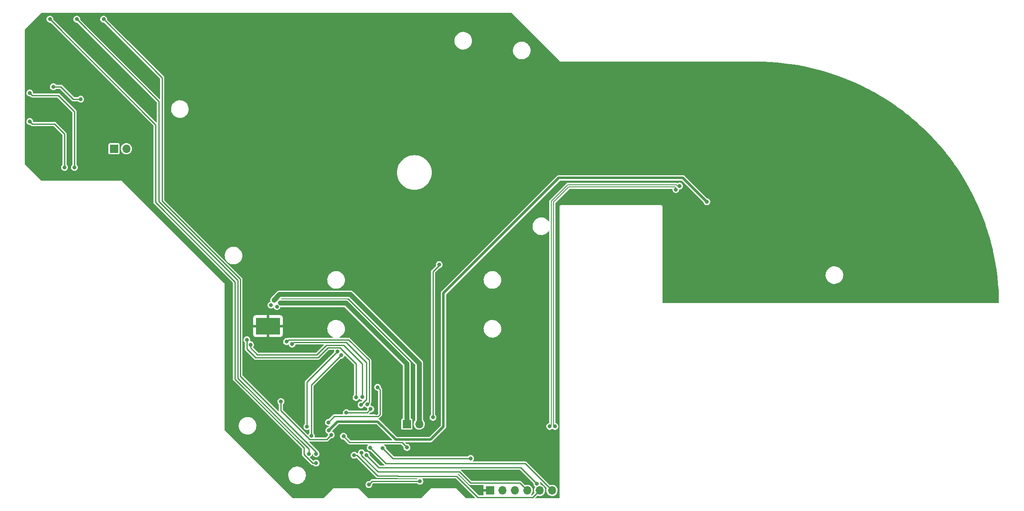
<source format=gbl>
G04 #@! TF.GenerationSoftware,KiCad,Pcbnew,6.0.0-d3dd2cf0fa~116~ubuntu21.10.1*
G04 #@! TF.CreationDate,2022-02-12T15:32:21+00:00*
G04 #@! TF.ProjectId,mobo,6d6f626f-2e6b-4696-9361-645f70636258,rev?*
G04 #@! TF.SameCoordinates,Original*
G04 #@! TF.FileFunction,Copper,L2,Bot*
G04 #@! TF.FilePolarity,Positive*
%FSLAX46Y46*%
G04 Gerber Fmt 4.6, Leading zero omitted, Abs format (unit mm)*
G04 Created by KiCad (PCBNEW 6.0.0-d3dd2cf0fa~116~ubuntu21.10.1) date 2022-02-12 15:32:21*
%MOMM*%
%LPD*%
G01*
G04 APERTURE LIST*
G04 #@! TA.AperFunction,ComponentPad*
%ADD10R,1.700000X1.700000*%
G04 #@! TD*
G04 #@! TA.AperFunction,ComponentPad*
%ADD11O,1.700000X1.700000*%
G04 #@! TD*
G04 #@! TA.AperFunction,ComponentPad*
%ADD12C,0.750000*%
G04 #@! TD*
G04 #@! TA.AperFunction,SMDPad,CuDef*
%ADD13R,5.000000X3.400000*%
G04 #@! TD*
G04 #@! TA.AperFunction,ViaPad*
%ADD14C,0.800000*%
G04 #@! TD*
G04 #@! TA.AperFunction,Conductor*
%ADD15C,0.250000*%
G04 #@! TD*
G04 #@! TA.AperFunction,Conductor*
%ADD16C,0.500000*%
G04 #@! TD*
G04 #@! TA.AperFunction,Conductor*
%ADD17C,0.200000*%
G04 #@! TD*
G04 #@! TA.AperFunction,Conductor*
%ADD18C,1.000000*%
G04 #@! TD*
G04 APERTURE END LIST*
D10*
X84582000Y-89916000D03*
D11*
X87122000Y-89916000D03*
D10*
X24628000Y-33528000D03*
D11*
X27168000Y-33528000D03*
D12*
X54645000Y-70581000D03*
X57645000Y-69081000D03*
D13*
X56145000Y-69831000D03*
D12*
X56145000Y-70581000D03*
X57645000Y-70581000D03*
X54645000Y-69081000D03*
X56145000Y-69081000D03*
D10*
X101600000Y-103505000D03*
D11*
X104140000Y-103505000D03*
X106680000Y-103505000D03*
X109220000Y-103505000D03*
X111760000Y-103505000D03*
X114300000Y-103505000D03*
D14*
X77900000Y-84020000D03*
X88630000Y-84630000D03*
X62992000Y-78232000D03*
X78330000Y-87620000D03*
X99600000Y-99700000D03*
X12700000Y-31496000D03*
X57150000Y-74549000D03*
X111379000Y-85090000D03*
X112268000Y-81407000D03*
X73215500Y-92075000D03*
X69723000Y-79248000D03*
X76800000Y-100450000D03*
X62000000Y-13900000D03*
X68900000Y-96393000D03*
X158400000Y-61100000D03*
X112649000Y-46736000D03*
X68072000Y-83820000D03*
X72072500Y-83629500D03*
X66167000Y-86868000D03*
X71526500Y-86770000D03*
X115170000Y-95040000D03*
X13716000Y-18288000D03*
X57404000Y-77724000D03*
X76500000Y-56500000D03*
X61976000Y-71628000D03*
X96330000Y-103850000D03*
X96901000Y-82677000D03*
X98806000Y-82677000D03*
X66400000Y-45600000D03*
X68499117Y-89570883D03*
X91186000Y-57277000D03*
X17780000Y-23368000D03*
X78590000Y-82370000D03*
X79640000Y-94850000D03*
X97620000Y-96940000D03*
X12192000Y-20828000D03*
X89916000Y-88519000D03*
X71600000Y-92400000D03*
X84580000Y-94700000D03*
X14478000Y-37338000D03*
X7366000Y-27940000D03*
X7366000Y-22098000D03*
X16510000Y-37338000D03*
X75300000Y-95800000D03*
X73800000Y-96300000D03*
X68600000Y-91200000D03*
X146000000Y-44400000D03*
X113845000Y-90390000D03*
X140381232Y-41148768D03*
X139638768Y-41891232D03*
X114895000Y-90390000D03*
X57404000Y-64516000D03*
X56769000Y-65532000D03*
X57975500Y-65849500D03*
X58674000Y-65151000D03*
X58800000Y-85310000D03*
X69088000Y-92138500D03*
X70357996Y-75057000D03*
X64135000Y-90424000D03*
X74168004Y-84455000D03*
X51816000Y-72644000D03*
X52578000Y-73660012D03*
X75438000Y-84328000D03*
X75184000Y-85979000D03*
X61087000Y-73533000D03*
X59944000Y-73025000D03*
X76454000Y-85852000D03*
X72160000Y-87550000D03*
X77180000Y-86840000D03*
X66000000Y-97900000D03*
X11500000Y-7000000D03*
X64500000Y-96000000D03*
X17000000Y-7000000D03*
X66000000Y-96000000D03*
X22500000Y-7000000D03*
X77050000Y-94750000D03*
X71120004Y-75819000D03*
X65024000Y-92329000D03*
X76810000Y-102310000D03*
X87250000Y-101610000D03*
X111214000Y-102162804D03*
X76300000Y-96271029D03*
D15*
X91186000Y-57404000D02*
X91186000Y-57277000D01*
X89916000Y-58674000D02*
X91186000Y-57404000D01*
X79640000Y-94850000D02*
X81730000Y-96940000D01*
X79054001Y-82834001D02*
X79054001Y-87967521D01*
X78590000Y-82370000D02*
X79054001Y-82834001D01*
X16256000Y-23368000D02*
X13716000Y-20828000D01*
X89916000Y-88519000D02*
X89916000Y-58674000D01*
X78677521Y-88344001D02*
X69725999Y-88344001D01*
X69725999Y-88344001D02*
X68499117Y-89570883D01*
X81730000Y-96940000D02*
X97620000Y-96940000D01*
X17780000Y-23368000D02*
X16256000Y-23368000D01*
X79054001Y-87967521D02*
X78677521Y-88344001D01*
X13716000Y-20828000D02*
X12192000Y-20828000D01*
X71600000Y-92400000D02*
X72865010Y-93665010D01*
X83545010Y-93665010D02*
X84580000Y-94700000D01*
X72865010Y-93665010D02*
X83545010Y-93665010D01*
X14478000Y-35052000D02*
X14478000Y-30480000D01*
X7874000Y-28448000D02*
X7366000Y-27940000D01*
X14478000Y-37338000D02*
X14478000Y-35052000D01*
X14478000Y-30480000D02*
X12446000Y-28448000D01*
X12446000Y-28448000D02*
X7874000Y-28448000D01*
X13208000Y-22606000D02*
X7874000Y-22606000D01*
X16510000Y-32766000D02*
X16510000Y-25908000D01*
X16510000Y-25908000D02*
X13208000Y-22606000D01*
X7874000Y-22606000D02*
X7366000Y-22098000D01*
X16510000Y-37338000D02*
X16510000Y-32766000D01*
X107696000Y-101981000D02*
X97663000Y-101981000D01*
X78629315Y-99695000D02*
X75300000Y-96365685D01*
X109220000Y-103505000D02*
X107696000Y-101981000D01*
X75300000Y-96365685D02*
X75300000Y-95800000D01*
X97663000Y-101981000D02*
X95377000Y-99695000D01*
X95377000Y-99695000D02*
X78629315Y-99695000D01*
X82770521Y-100558499D02*
X78624184Y-100558499D01*
X78624184Y-100558499D02*
X74365685Y-96300000D01*
X82796022Y-100584000D02*
X82770521Y-100558499D01*
X74365685Y-96300000D02*
X73800000Y-96300000D01*
X110363000Y-104902000D02*
X99060000Y-104902000D01*
X94742000Y-100584000D02*
X82796022Y-100584000D01*
X99060000Y-104902000D02*
X94742000Y-100584000D01*
X111760000Y-103505000D02*
X110363000Y-104902000D01*
D16*
X146000000Y-44400000D02*
X141097000Y-39497000D01*
X68999999Y-90800001D02*
X68600000Y-91200000D01*
X78605000Y-89400000D02*
X70400000Y-89400000D01*
X70400000Y-89400000D02*
X68999999Y-90800001D01*
X92075000Y-90424000D02*
X89408000Y-93091000D01*
X82296000Y-93091000D02*
X78605000Y-89400000D01*
X92075000Y-63125000D02*
X92075000Y-90424000D01*
X141097000Y-39497000D02*
X115703000Y-39497000D01*
X146000000Y-44400000D02*
X146000000Y-44400000D01*
X89408000Y-93091000D02*
X82296000Y-93091000D01*
X115703000Y-39497000D02*
X92075000Y-63125000D01*
D17*
X114145000Y-44276800D02*
X117546800Y-40875000D01*
X114145000Y-90090000D02*
X114145000Y-44276800D01*
X139683199Y-40875000D02*
X139956967Y-41148768D01*
X139956967Y-41148768D02*
X140381232Y-41148768D01*
X113845000Y-90390000D02*
X114145000Y-90090000D01*
X117546800Y-40875000D02*
X139683199Y-40875000D01*
X114595000Y-44463200D02*
X117733200Y-41325000D01*
X114595000Y-90090000D02*
X114595000Y-44463200D01*
X114895000Y-90390000D02*
X114595000Y-90090000D01*
X139496801Y-41325000D02*
X139638768Y-41466967D01*
X117733200Y-41325000D02*
X139496801Y-41325000D01*
X139638768Y-41466967D02*
X139638768Y-41891232D01*
D18*
X58547000Y-63373000D02*
X73025000Y-63373000D01*
X57404000Y-64516000D02*
X58547000Y-63373000D01*
X73025000Y-63373000D02*
X87122000Y-77470000D01*
X87122000Y-77470000D02*
X87122000Y-89916000D01*
X72136000Y-65151000D02*
X84582000Y-77597000D01*
X58674000Y-65151000D02*
X72136000Y-65151000D01*
X84582000Y-77597000D02*
X84582000Y-89916000D01*
D15*
X69088000Y-92138500D02*
X68173499Y-93053001D01*
X68175999Y-93050501D02*
X69088000Y-92138500D01*
X68173499Y-93053001D02*
X64676479Y-93053001D01*
X58800000Y-85310000D02*
X58800000Y-87176522D01*
X64676479Y-93053001D02*
X58800000Y-87176522D01*
X64135000Y-81279996D02*
X69957997Y-75456999D01*
X64135000Y-90424000D02*
X64135000Y-81279996D01*
X69957997Y-75456999D02*
X70357996Y-75057000D01*
X66421000Y-76327000D02*
X53594000Y-76327000D01*
X74168004Y-84455000D02*
X74168004Y-77597004D01*
X53594000Y-76327000D02*
X51816000Y-74549000D01*
X70866000Y-74295000D02*
X68453000Y-74295000D01*
X51816000Y-74549000D02*
X51816000Y-73209685D01*
X51816000Y-73209685D02*
X51816000Y-72644000D01*
X74168004Y-77597004D02*
X70866000Y-74295000D01*
X68453000Y-74295000D02*
X66421000Y-76327000D01*
X66167000Y-75692000D02*
X53975000Y-75692000D01*
X71639022Y-73798022D02*
X68060978Y-73798022D01*
X53975000Y-75692000D02*
X52578000Y-74295000D01*
X52578000Y-74295000D02*
X52578000Y-73660012D01*
X68060978Y-73798022D02*
X66167000Y-75692000D01*
X75438000Y-84328000D02*
X75438000Y-77597000D01*
X75438000Y-77597000D02*
X71639022Y-73798022D01*
X76327000Y-84836000D02*
X76327000Y-77343000D01*
X75184000Y-85979000D02*
X76327000Y-84836000D01*
X76327000Y-77343000D02*
X72117001Y-73133001D01*
X61486999Y-73133001D02*
X61087000Y-73533000D01*
X72117001Y-73133001D02*
X61486999Y-73133001D01*
X76853999Y-76853999D02*
X72625001Y-72625001D01*
X76853999Y-85452001D02*
X76853999Y-76853999D01*
X76454000Y-85852000D02*
X76853999Y-85452001D01*
X72625001Y-72625001D02*
X60343999Y-72625001D01*
X60343999Y-72625001D02*
X59944000Y-73025000D01*
X76470000Y-87550000D02*
X77180000Y-86840000D01*
X72160000Y-87550000D02*
X76470000Y-87550000D01*
X63500000Y-96100000D02*
X65300000Y-97900000D01*
X49400000Y-60800000D02*
X49400000Y-80700000D01*
X33100000Y-44500000D02*
X49400000Y-60800000D01*
X63500000Y-94800000D02*
X63500000Y-96100000D01*
X33100000Y-28600000D02*
X11500000Y-7000000D01*
X49400000Y-80700000D02*
X63500000Y-94800000D01*
X65300000Y-97900000D02*
X66000000Y-97900000D01*
X33100000Y-44500000D02*
X33100000Y-28600000D01*
X64500000Y-95000000D02*
X64500000Y-95434315D01*
X50000000Y-60500000D02*
X50000000Y-80500000D01*
X50000000Y-80500000D02*
X64500000Y-95000000D01*
X64500000Y-95434315D02*
X64500000Y-96000000D01*
X33800000Y-44300000D02*
X33800000Y-23800000D01*
X33800000Y-23800000D02*
X17000000Y-7000000D01*
X33800000Y-44300000D02*
X50000000Y-60500000D01*
X34500000Y-44250000D02*
X34500000Y-19000000D01*
X66000000Y-95600000D02*
X66000000Y-96000000D01*
X50500000Y-80100000D02*
X66000000Y-95600000D01*
X50500000Y-60250000D02*
X50500000Y-80100000D01*
X34500000Y-44250000D02*
X50500000Y-60250000D01*
X34500000Y-19000000D02*
X22500000Y-7000000D01*
X108795000Y-98000000D02*
X114300000Y-103505000D01*
X77050000Y-94750000D02*
X80300000Y-98000000D01*
X80300000Y-98000000D02*
X108795000Y-98000000D01*
X65024000Y-92329000D02*
X65024000Y-81915004D01*
X65024000Y-81915004D02*
X70720005Y-76218999D01*
X70720005Y-76218999D02*
X71120004Y-75819000D01*
X87250000Y-101610000D02*
X77510000Y-101610000D01*
X77510000Y-101610000D02*
X76810000Y-102310000D01*
X111214000Y-102162804D02*
X107895195Y-98843999D01*
X78872970Y-98843999D02*
X76699999Y-96671028D01*
X107895195Y-98843999D02*
X78872970Y-98843999D01*
X76699999Y-96671028D02*
X76300000Y-96271029D01*
G04 #@! TA.AperFunction,Conductor*
G36*
X105992650Y-5717313D02*
G01*
X105997410Y-5721674D01*
X115849349Y-15573613D01*
X115852925Y-15577756D01*
X115854983Y-15581966D01*
X115859990Y-15586611D01*
X115859991Y-15586612D01*
X115891534Y-15615872D01*
X115893534Y-15617798D01*
X115907600Y-15631864D01*
X115910413Y-15633793D01*
X115913036Y-15635973D01*
X115912938Y-15636091D01*
X115916093Y-15638654D01*
X115931904Y-15653321D01*
X115936917Y-15657971D01*
X115950155Y-15663252D01*
X115964592Y-15670961D01*
X115970718Y-15675163D01*
X115976352Y-15679028D01*
X116000854Y-15684843D01*
X116003991Y-15685587D01*
X116014327Y-15688855D01*
X116040720Y-15699385D01*
X116046993Y-15700000D01*
X116056068Y-15700000D01*
X116073154Y-15702000D01*
X116078441Y-15703255D01*
X116078443Y-15703255D01*
X116085092Y-15704833D01*
X116115636Y-15700676D01*
X116125615Y-15700000D01*
X156067278Y-15700000D01*
X156080127Y-15701124D01*
X156100000Y-15704628D01*
X156117423Y-15701556D01*
X156131309Y-15700439D01*
X157492877Y-15719537D01*
X157494905Y-15719593D01*
X158885709Y-15778145D01*
X158887736Y-15778260D01*
X160276273Y-15875791D01*
X160278316Y-15875963D01*
X161663629Y-16012404D01*
X161665675Y-16012635D01*
X162155064Y-16074738D01*
X163046546Y-16187867D01*
X163048601Y-16188157D01*
X164424046Y-16402053D01*
X164426092Y-16402401D01*
X165794934Y-16654778D01*
X165796970Y-16655182D01*
X166509360Y-16807301D01*
X167158308Y-16945873D01*
X167160268Y-16946321D01*
X168512909Y-17275076D01*
X168514900Y-17275590D01*
X168929899Y-17388871D01*
X169857709Y-17642132D01*
X169859703Y-17642706D01*
X170447052Y-17820876D01*
X171191774Y-18046785D01*
X171193720Y-18047406D01*
X171857426Y-18269249D01*
X172513869Y-18488664D01*
X172515828Y-18489349D01*
X173823110Y-18967470D01*
X173825049Y-18968210D01*
X175118419Y-19482810D01*
X175120337Y-19483605D01*
X176398742Y-20034268D01*
X176400636Y-20035116D01*
X177663065Y-20621403D01*
X177664935Y-20622303D01*
X178910481Y-21243794D01*
X178912325Y-21244747D01*
X178994780Y-21288820D01*
X180016213Y-21834787D01*
X180139907Y-21900903D01*
X180141715Y-21901902D01*
X181350455Y-22592254D01*
X181352184Y-22593273D01*
X181944889Y-22954200D01*
X182541133Y-23317283D01*
X182542890Y-23318388D01*
X183710963Y-24075391D01*
X183712689Y-24076544D01*
X184859102Y-24866032D01*
X184860792Y-24867231D01*
X184871339Y-24874939D01*
X185984626Y-25688571D01*
X185986284Y-25689819D01*
X186815882Y-26332575D01*
X187014299Y-26486304D01*
X187086616Y-26542334D01*
X187088228Y-26543619D01*
X187710200Y-27054058D01*
X188164240Y-27426679D01*
X188165826Y-27428018D01*
X189216634Y-28340897D01*
X189218182Y-28342280D01*
X189775631Y-28854688D01*
X190242989Y-29284285D01*
X190244488Y-29285702D01*
X191242484Y-30256090D01*
X191243910Y-30257516D01*
X192214289Y-31255503D01*
X192215715Y-31257011D01*
X193157720Y-32281818D01*
X193159103Y-32283366D01*
X194071982Y-33334174D01*
X194073321Y-33335760D01*
X194903139Y-34346896D01*
X194956372Y-34411761D01*
X194957657Y-34413373D01*
X195089213Y-34583170D01*
X195810181Y-35513716D01*
X195811429Y-35515374D01*
X196632767Y-36639205D01*
X196633966Y-36640895D01*
X196849660Y-36954103D01*
X197423456Y-37787311D01*
X197424609Y-37789037D01*
X198181612Y-38957110D01*
X198182717Y-38958867D01*
X198291303Y-39137183D01*
X198906727Y-40147816D01*
X198907746Y-40149545D01*
X199582685Y-41331298D01*
X199598093Y-41358276D01*
X199599091Y-41360083D01*
X199838913Y-41808758D01*
X200255253Y-42587675D01*
X200256206Y-42589519D01*
X200877697Y-43835065D01*
X200878597Y-43836935D01*
X201464884Y-45099364D01*
X201465732Y-45101258D01*
X202016395Y-46379663D01*
X202017190Y-46381581D01*
X202531790Y-47674951D01*
X202532530Y-47676890D01*
X203010651Y-48984172D01*
X203011336Y-48986131D01*
X203066278Y-49150506D01*
X203395878Y-50136595D01*
X203452589Y-50306263D01*
X203453215Y-50308226D01*
X203506535Y-50483998D01*
X203857294Y-51640297D01*
X203857868Y-51642291D01*
X204224407Y-52985090D01*
X204224924Y-52987091D01*
X204551507Y-54330792D01*
X204553672Y-54339700D01*
X204554127Y-54341692D01*
X204576822Y-54447976D01*
X204844818Y-55703030D01*
X204845222Y-55705066D01*
X205097599Y-57073908D01*
X205097947Y-57075954D01*
X205311843Y-58451399D01*
X205312133Y-58453454D01*
X205398053Y-59130523D01*
X205476212Y-59746433D01*
X205487364Y-59834317D01*
X205487596Y-59836371D01*
X205622280Y-61203839D01*
X205624036Y-61221672D01*
X205624209Y-61223727D01*
X205721513Y-62609017D01*
X205721739Y-62612241D01*
X205721855Y-62614291D01*
X205779380Y-63980692D01*
X205780406Y-64005072D01*
X205780463Y-64007123D01*
X205793712Y-64951638D01*
X205794740Y-65024962D01*
X205778096Y-65072767D01*
X205734618Y-65098688D01*
X205720747Y-65100000D01*
X136974000Y-65100000D01*
X136926434Y-65082687D01*
X136901124Y-65038850D01*
X136900000Y-65026000D01*
X136900000Y-59352749D01*
X170295572Y-59352749D01*
X170295704Y-59355492D01*
X170296333Y-59368588D01*
X170306859Y-59587721D01*
X170308408Y-59619980D01*
X170308942Y-59622666D01*
X170308943Y-59622672D01*
X170351042Y-59834317D01*
X170360602Y-59882378D01*
X170451008Y-60134179D01*
X170577639Y-60369851D01*
X170737714Y-60584217D01*
X170927716Y-60772569D01*
X171143471Y-60930767D01*
X171380239Y-61055337D01*
X171382828Y-61056241D01*
X171382830Y-61056242D01*
X171630226Y-61142637D01*
X171630232Y-61142639D01*
X171632819Y-61143542D01*
X171635521Y-61144055D01*
X171892964Y-61192932D01*
X171892969Y-61192933D01*
X171895663Y-61193444D01*
X171898403Y-61193552D01*
X171898406Y-61193552D01*
X172055964Y-61199742D01*
X172162995Y-61203947D01*
X172165724Y-61203648D01*
X172165728Y-61203648D01*
X172426208Y-61175121D01*
X172426213Y-61175120D01*
X172428944Y-61174821D01*
X172687666Y-61106705D01*
X172901756Y-61014725D01*
X172930953Y-61002181D01*
X172930955Y-61002180D01*
X172933478Y-61001096D01*
X173129680Y-60879683D01*
X173158644Y-60861760D01*
X173158648Y-60861757D01*
X173160980Y-60860314D01*
X173365174Y-60687451D01*
X173541575Y-60486304D01*
X173595895Y-60401854D01*
X173684820Y-60263605D01*
X173684823Y-60263600D01*
X173686306Y-60261294D01*
X173796189Y-60017362D01*
X173801927Y-59997018D01*
X173868067Y-59762504D01*
X173868068Y-59762499D01*
X173868810Y-59759868D01*
X173902573Y-59494469D01*
X173905047Y-59400000D01*
X173904191Y-59388472D01*
X173885423Y-59135926D01*
X173885423Y-59135923D01*
X173885220Y-59133197D01*
X173826175Y-58872255D01*
X173817553Y-58850082D01*
X173733975Y-58635164D01*
X173729209Y-58622907D01*
X173596452Y-58390631D01*
X173430820Y-58180528D01*
X173235953Y-57997215D01*
X173016131Y-57844719D01*
X172776183Y-57726390D01*
X172521380Y-57644827D01*
X172257320Y-57601822D01*
X172254586Y-57601786D01*
X172254584Y-57601786D01*
X172061581Y-57599260D01*
X171989805Y-57598320D01*
X171724710Y-57634398D01*
X171722082Y-57635164D01*
X171470489Y-57708496D01*
X171470484Y-57708498D01*
X171467859Y-57709263D01*
X171465374Y-57710409D01*
X171465373Y-57710409D01*
X171370033Y-57754361D01*
X171224896Y-57821270D01*
X171222602Y-57822774D01*
X171003455Y-57966453D01*
X171003452Y-57966455D01*
X171001157Y-57967960D01*
X170999109Y-57969788D01*
X170999105Y-57969791D01*
X170965472Y-57999810D01*
X170801558Y-58146109D01*
X170630483Y-58351804D01*
X170491691Y-58580526D01*
X170490630Y-58583055D01*
X170490630Y-58583056D01*
X170390739Y-58821270D01*
X170388231Y-58827250D01*
X170387555Y-58829913D01*
X170387554Y-58829915D01*
X170345462Y-58995656D01*
X170322376Y-59086557D01*
X170295572Y-59352749D01*
X136900000Y-59352749D01*
X136900000Y-45453198D01*
X136901423Y-45443170D01*
X136901173Y-45443146D01*
X136901840Y-45436344D01*
X136903740Y-45429782D01*
X136900276Y-45389785D01*
X136900000Y-45383400D01*
X136900000Y-45372095D01*
X136898315Y-45363047D01*
X136897340Y-45355884D01*
X136894686Y-45325244D01*
X136894097Y-45318440D01*
X136891098Y-45312304D01*
X136889729Y-45307369D01*
X136887831Y-45301630D01*
X136885986Y-45296849D01*
X136884735Y-45290130D01*
X136865009Y-45258128D01*
X136861521Y-45251797D01*
X136859456Y-45247571D01*
X136845017Y-45218034D01*
X136840005Y-45213385D01*
X136836939Y-45209257D01*
X136833128Y-45204617D01*
X136829677Y-45200811D01*
X136826091Y-45194993D01*
X136796172Y-45172242D01*
X136790638Y-45167590D01*
X136785756Y-45163061D01*
X136763083Y-45142029D01*
X136756738Y-45139497D01*
X136752429Y-45136773D01*
X136747137Y-45133779D01*
X136742571Y-45131483D01*
X136737131Y-45127346D01*
X136706699Y-45118533D01*
X136701034Y-45116893D01*
X136694197Y-45114545D01*
X136664135Y-45102552D01*
X136659280Y-45100615D01*
X136653007Y-45100000D01*
X136651196Y-45100000D01*
X136649620Y-45099923D01*
X136642924Y-45098805D01*
X136636343Y-45098160D01*
X136629782Y-45096260D01*
X136593942Y-45099364D01*
X136589785Y-45099724D01*
X136583400Y-45100000D01*
X116153198Y-45100000D01*
X116143170Y-45098577D01*
X116143146Y-45098827D01*
X116136344Y-45098160D01*
X116129782Y-45096260D01*
X116093942Y-45099364D01*
X116089785Y-45099724D01*
X116083400Y-45100000D01*
X116072095Y-45100000D01*
X116068741Y-45100625D01*
X116068737Y-45100625D01*
X116063047Y-45101685D01*
X116055884Y-45102660D01*
X116051355Y-45103052D01*
X116018440Y-45105903D01*
X116012304Y-45108902D01*
X116007369Y-45110271D01*
X116001630Y-45112169D01*
X115996849Y-45114014D01*
X115990130Y-45115265D01*
X115973612Y-45125447D01*
X115958128Y-45134991D01*
X115951802Y-45138476D01*
X115918034Y-45154983D01*
X115913385Y-45159995D01*
X115909257Y-45163061D01*
X115904617Y-45166872D01*
X115900811Y-45170323D01*
X115894993Y-45173909D01*
X115872464Y-45203536D01*
X115872242Y-45203828D01*
X115867590Y-45209362D01*
X115842029Y-45236917D01*
X115839497Y-45243262D01*
X115836773Y-45247571D01*
X115833779Y-45252863D01*
X115831483Y-45257429D01*
X115827346Y-45262869D01*
X115819452Y-45290130D01*
X115816893Y-45298966D01*
X115814545Y-45305803D01*
X115809504Y-45318440D01*
X115800615Y-45340720D01*
X115800000Y-45346993D01*
X115800000Y-45348804D01*
X115799923Y-45350380D01*
X115798805Y-45357076D01*
X115798160Y-45363657D01*
X115796260Y-45370218D01*
X115796850Y-45377025D01*
X115799724Y-45410215D01*
X115800000Y-45416600D01*
X115800000Y-105026000D01*
X115782687Y-105073566D01*
X115738850Y-105098876D01*
X115726000Y-105100000D01*
X110944834Y-105100000D01*
X110897268Y-105082687D01*
X110871958Y-105038850D01*
X110880748Y-104989000D01*
X110892508Y-104973674D01*
X111269416Y-104596767D01*
X111315293Y-104575375D01*
X111350954Y-104581102D01*
X111403077Y-104603496D01*
X111609239Y-104650146D01*
X111709310Y-104654078D01*
X111817054Y-104658311D01*
X111817058Y-104658311D01*
X111820449Y-104658444D01*
X111959881Y-104638228D01*
X112026278Y-104628601D01*
X112026279Y-104628601D01*
X112029636Y-104628114D01*
X112212357Y-104566088D01*
X112226584Y-104561259D01*
X112229792Y-104560170D01*
X112232744Y-104558517D01*
X112232748Y-104558515D01*
X112380487Y-104475776D01*
X112414214Y-104456888D01*
X112416819Y-104454721D01*
X112416824Y-104454718D01*
X112574119Y-104323896D01*
X112576727Y-104321727D01*
X112630147Y-104257497D01*
X112709718Y-104161824D01*
X112709721Y-104161819D01*
X112711888Y-104159214D01*
X112804060Y-103994631D01*
X112813515Y-103977748D01*
X112813517Y-103977744D01*
X112815170Y-103974792D01*
X112883114Y-103774636D01*
X112889214Y-103732566D01*
X112913131Y-103567611D01*
X112913132Y-103567603D01*
X112913444Y-103565449D01*
X112915027Y-103505000D01*
X112911939Y-103471392D01*
X112895997Y-103297892D01*
X112895996Y-103297887D01*
X112895686Y-103294513D01*
X112888272Y-103268222D01*
X112845133Y-103115265D01*
X112838311Y-103091075D01*
X112801408Y-103016244D01*
X112746321Y-102904539D01*
X112746319Y-102904536D01*
X112744822Y-102901500D01*
X112742799Y-102898791D01*
X112742796Y-102898786D01*
X112620384Y-102734857D01*
X112620383Y-102734856D01*
X112618352Y-102732136D01*
X112524754Y-102645614D01*
X112465632Y-102590962D01*
X112465630Y-102590961D01*
X112463136Y-102588655D01*
X112326842Y-102502660D01*
X112287240Y-102477673D01*
X112287238Y-102477672D01*
X112284371Y-102475863D01*
X112281224Y-102474607D01*
X112281221Y-102474606D01*
X112091199Y-102398795D01*
X112091196Y-102398794D01*
X112088045Y-102397537D01*
X111961988Y-102372463D01*
X111918714Y-102346203D01*
X111902443Y-102298271D01*
X111903163Y-102289458D01*
X111905286Y-102274545D01*
X111919087Y-102177573D01*
X111919242Y-102162804D01*
X111898885Y-101994580D01*
X111844536Y-101850750D01*
X111843918Y-101800135D01*
X111875979Y-101760964D01*
X111925718Y-101751566D01*
X111966085Y-101772267D01*
X113206964Y-103013146D01*
X113228356Y-103059022D01*
X113225310Y-103087414D01*
X113170213Y-103264856D01*
X113145369Y-103474765D01*
X113159193Y-103685686D01*
X113211224Y-103890556D01*
X113212640Y-103893628D01*
X113212642Y-103893633D01*
X113298298Y-104079436D01*
X113299717Y-104082513D01*
X113301675Y-104085283D01*
X113419752Y-104252359D01*
X113419756Y-104252363D01*
X113421711Y-104255130D01*
X113424141Y-104257497D01*
X113565790Y-104395486D01*
X113573118Y-104402625D01*
X113575941Y-104404511D01*
X113746047Y-104518172D01*
X113746052Y-104518175D01*
X113748869Y-104520057D01*
X113943077Y-104603496D01*
X114149239Y-104650146D01*
X114249310Y-104654078D01*
X114357054Y-104658311D01*
X114357058Y-104658311D01*
X114360449Y-104658444D01*
X114499881Y-104638228D01*
X114566278Y-104628601D01*
X114566279Y-104628601D01*
X114569636Y-104628114D01*
X114752357Y-104566088D01*
X114766584Y-104561259D01*
X114769792Y-104560170D01*
X114772744Y-104558517D01*
X114772748Y-104558515D01*
X114920487Y-104475776D01*
X114954214Y-104456888D01*
X114956819Y-104454721D01*
X114956824Y-104454718D01*
X115114119Y-104323896D01*
X115116727Y-104321727D01*
X115170147Y-104257497D01*
X115249718Y-104161824D01*
X115249721Y-104161819D01*
X115251888Y-104159214D01*
X115344060Y-103994631D01*
X115353515Y-103977748D01*
X115353517Y-103977744D01*
X115355170Y-103974792D01*
X115423114Y-103774636D01*
X115429214Y-103732566D01*
X115453131Y-103567611D01*
X115453132Y-103567603D01*
X115453444Y-103565449D01*
X115455027Y-103505000D01*
X115451939Y-103471392D01*
X115435997Y-103297892D01*
X115435996Y-103297887D01*
X115435686Y-103294513D01*
X115428272Y-103268222D01*
X115385133Y-103115265D01*
X115378311Y-103091075D01*
X115341408Y-103016244D01*
X115286321Y-102904539D01*
X115286319Y-102904536D01*
X115284822Y-102901500D01*
X115282799Y-102898791D01*
X115282796Y-102898786D01*
X115160384Y-102734857D01*
X115160383Y-102734856D01*
X115158352Y-102732136D01*
X115064754Y-102645614D01*
X115005632Y-102590962D01*
X115005630Y-102590961D01*
X115003136Y-102588655D01*
X114866842Y-102502660D01*
X114827240Y-102477673D01*
X114827238Y-102477672D01*
X114824371Y-102475863D01*
X114821224Y-102474607D01*
X114821221Y-102474606D01*
X114631199Y-102398795D01*
X114631196Y-102398794D01*
X114628045Y-102397537D01*
X114624718Y-102396875D01*
X114624714Y-102396874D01*
X114424056Y-102356961D01*
X114420733Y-102356300D01*
X114329734Y-102355109D01*
X114212772Y-102353578D01*
X114212767Y-102353578D01*
X114209378Y-102353534D01*
X114206033Y-102354109D01*
X114206030Y-102354109D01*
X114145623Y-102364489D01*
X114001057Y-102389330D01*
X113927757Y-102416372D01*
X113888044Y-102431023D01*
X113837425Y-102431244D01*
X113810105Y-102413923D01*
X109047982Y-97651800D01*
X109022988Y-97639065D01*
X109013094Y-97633002D01*
X108995110Y-97619935D01*
X108995109Y-97619934D01*
X108990397Y-97616511D01*
X108984860Y-97614712D01*
X108984858Y-97614711D01*
X108963718Y-97607843D01*
X108952988Y-97603398D01*
X108928001Y-97590666D01*
X108900293Y-97586278D01*
X108889007Y-97583568D01*
X108878436Y-97580133D01*
X108867870Y-97576700D01*
X108867868Y-97576700D01*
X108862329Y-97574900D01*
X98155258Y-97574900D01*
X98107692Y-97557587D01*
X98082382Y-97513750D01*
X98091172Y-97463900D01*
X98107199Y-97444630D01*
X98135734Y-97420259D01*
X98139127Y-97417361D01*
X98206581Y-97323489D01*
X98235404Y-97283377D01*
X98235404Y-97283376D01*
X98238008Y-97279753D01*
X98252507Y-97243687D01*
X98299548Y-97126667D01*
X98301211Y-97122530D01*
X98325087Y-96954769D01*
X98325242Y-96940000D01*
X98304885Y-96771776D01*
X98244988Y-96613264D01*
X98209655Y-96561854D01*
X98151541Y-96477297D01*
X98151539Y-96477295D01*
X98149010Y-96473615D01*
X98103492Y-96433060D01*
X98025825Y-96363861D01*
X98025823Y-96363859D01*
X98022491Y-96360891D01*
X97937465Y-96315872D01*
X97876678Y-96283687D01*
X97876677Y-96283687D01*
X97872736Y-96281600D01*
X97778733Y-96257988D01*
X97712715Y-96241405D01*
X97712712Y-96241405D01*
X97708390Y-96240319D01*
X97621238Y-96239863D01*
X97543399Y-96239455D01*
X97543396Y-96239455D01*
X97538941Y-96239432D01*
X97534606Y-96240473D01*
X97534604Y-96240473D01*
X97461649Y-96257988D01*
X97374172Y-96278989D01*
X97223595Y-96356708D01*
X97220237Y-96359637D01*
X97220236Y-96359638D01*
X97100812Y-96463819D01*
X97095903Y-96468101D01*
X97085115Y-96483450D01*
X97043602Y-96512411D01*
X97024573Y-96514900D01*
X81936735Y-96514900D01*
X81889169Y-96497587D01*
X81884409Y-96493226D01*
X80360128Y-94968945D01*
X80338736Y-94923069D01*
X80339192Y-94906193D01*
X80344746Y-94867168D01*
X80344746Y-94867162D01*
X80345087Y-94864769D01*
X80345242Y-94850000D01*
X80324885Y-94681776D01*
X80284391Y-94574613D01*
X80266564Y-94527434D01*
X80266563Y-94527432D01*
X80264988Y-94523264D01*
X80169010Y-94383615D01*
X80060905Y-94287297D01*
X80045825Y-94273861D01*
X80045823Y-94273859D01*
X80042491Y-94270891D01*
X79964334Y-94229509D01*
X79930398Y-94191951D01*
X79928543Y-94141366D01*
X79959638Y-94101423D01*
X79998961Y-94090110D01*
X83338276Y-94090110D01*
X83385842Y-94107423D01*
X83390602Y-94111784D01*
X83860235Y-94581417D01*
X83881627Y-94627293D01*
X83881276Y-94643402D01*
X83876585Y-94679036D01*
X83874797Y-94692615D01*
X83880867Y-94747597D01*
X83891907Y-94847597D01*
X83893391Y-94861043D01*
X83894924Y-94865232D01*
X83949817Y-95015232D01*
X83951625Y-95020173D01*
X83982409Y-95065985D01*
X84040617Y-95152608D01*
X84046135Y-95160820D01*
X84171467Y-95274862D01*
X84175390Y-95276992D01*
X84316459Y-95353587D01*
X84316463Y-95353589D01*
X84320383Y-95355717D01*
X84324697Y-95356849D01*
X84324700Y-95356850D01*
X84472801Y-95395703D01*
X84484288Y-95398717D01*
X84569003Y-95400048D01*
X84649262Y-95401309D01*
X84653718Y-95401379D01*
X84658061Y-95400384D01*
X84658064Y-95400384D01*
X84759306Y-95377196D01*
X84818892Y-95363549D01*
X84822877Y-95361545D01*
X84822879Y-95361544D01*
X84966289Y-95289416D01*
X84966291Y-95289415D01*
X84970275Y-95287411D01*
X85035084Y-95232059D01*
X85095734Y-95180259D01*
X85099127Y-95177361D01*
X85176149Y-95070173D01*
X85195404Y-95043377D01*
X85195404Y-95043376D01*
X85198008Y-95039753D01*
X85244915Y-94923069D01*
X85259548Y-94886667D01*
X85261211Y-94882530D01*
X85285087Y-94714769D01*
X85285242Y-94700000D01*
X85264885Y-94531776D01*
X85210291Y-94387297D01*
X85206564Y-94377434D01*
X85206563Y-94377432D01*
X85204988Y-94373264D01*
X85143374Y-94283615D01*
X85111541Y-94237297D01*
X85111539Y-94237295D01*
X85109010Y-94233615D01*
X85016577Y-94151260D01*
X84985825Y-94123861D01*
X84985823Y-94123859D01*
X84982491Y-94120891D01*
X84832736Y-94041600D01*
X84750563Y-94020959D01*
X84672715Y-94001405D01*
X84672712Y-94001405D01*
X84668390Y-94000319D01*
X84510943Y-93999495D01*
X84463468Y-93981934D01*
X84459004Y-93977822D01*
X84248608Y-93767426D01*
X84227216Y-93721550D01*
X84240317Y-93672655D01*
X84281781Y-93643621D01*
X84300934Y-93641100D01*
X89394102Y-93641100D01*
X89397201Y-93641165D01*
X89455212Y-93643597D01*
X89455215Y-93643597D01*
X89460255Y-93643808D01*
X89465165Y-93642656D01*
X89465168Y-93642656D01*
X89504976Y-93633319D01*
X89511831Y-93632049D01*
X89552326Y-93626502D01*
X89552329Y-93626501D01*
X89557324Y-93625817D01*
X89575361Y-93618012D01*
X89587850Y-93613881D01*
X89602078Y-93610544D01*
X89602080Y-93610543D01*
X89606992Y-93609391D01*
X89647233Y-93587268D01*
X89653495Y-93584200D01*
X89664289Y-93579529D01*
X89695646Y-93565960D01*
X89699568Y-93562784D01*
X89699570Y-93562783D01*
X89710929Y-93553586D01*
X89721843Y-93546252D01*
X89735666Y-93538652D01*
X89735667Y-93538651D01*
X89739067Y-93536782D01*
X89747180Y-93529779D01*
X89773616Y-93503343D01*
X89779372Y-93498160D01*
X89808857Y-93474284D01*
X89808859Y-93474282D01*
X89812776Y-93471110D01*
X89826195Y-93452228D01*
X89834182Y-93442777D01*
X92454159Y-90822800D01*
X92456396Y-90820655D01*
X92499129Y-90781361D01*
X92499132Y-90781357D01*
X92502844Y-90777944D01*
X92527049Y-90738906D01*
X92530997Y-90733162D01*
X92533585Y-90729753D01*
X92558761Y-90696584D01*
X92566000Y-90678302D01*
X92571906Y-90666559D01*
X92582266Y-90649849D01*
X92595080Y-90605742D01*
X92597334Y-90599160D01*
X92614244Y-90556451D01*
X92616299Y-90536897D01*
X92618833Y-90523984D01*
X92623233Y-90508840D01*
X92624315Y-90505116D01*
X92624731Y-90499451D01*
X92625001Y-90495780D01*
X92625001Y-90495770D01*
X92625100Y-90494427D01*
X92625100Y-90457049D01*
X92625505Y-90449314D01*
X92629472Y-90411569D01*
X92629999Y-90406558D01*
X92627608Y-90392419D01*
X92626136Y-90383720D01*
X92625100Y-90371378D01*
X92625100Y-70352749D01*
X100295572Y-70352749D01*
X100295704Y-70355492D01*
X100296333Y-70368588D01*
X100306859Y-70587721D01*
X100308408Y-70619980D01*
X100308942Y-70622666D01*
X100308943Y-70622672D01*
X100344329Y-70800568D01*
X100360602Y-70882378D01*
X100451008Y-71134179D01*
X100577639Y-71369851D01*
X100737714Y-71584217D01*
X100927716Y-71772569D01*
X101143471Y-71930767D01*
X101380239Y-72055337D01*
X101382828Y-72056241D01*
X101382830Y-72056242D01*
X101630226Y-72142637D01*
X101630232Y-72142639D01*
X101632819Y-72143542D01*
X101635521Y-72144055D01*
X101892964Y-72192932D01*
X101892969Y-72192933D01*
X101895663Y-72193444D01*
X101898403Y-72193552D01*
X101898406Y-72193552D01*
X102055964Y-72199742D01*
X102162995Y-72203947D01*
X102165724Y-72203648D01*
X102165728Y-72203648D01*
X102426208Y-72175121D01*
X102426213Y-72175120D01*
X102428944Y-72174821D01*
X102687666Y-72106705D01*
X102933478Y-72001096D01*
X103062718Y-71921120D01*
X103158644Y-71861760D01*
X103158648Y-71861757D01*
X103160980Y-71860314D01*
X103365174Y-71687451D01*
X103541575Y-71486304D01*
X103686306Y-71261294D01*
X103796189Y-71017362D01*
X103801086Y-71000000D01*
X103868067Y-70762504D01*
X103868068Y-70762499D01*
X103868810Y-70759868D01*
X103902573Y-70494469D01*
X103905047Y-70400000D01*
X103901740Y-70355492D01*
X103885423Y-70135926D01*
X103885423Y-70135923D01*
X103885220Y-70133197D01*
X103826175Y-69872255D01*
X103729209Y-69622907D01*
X103596452Y-69390631D01*
X103430820Y-69180528D01*
X103235953Y-68997215D01*
X103016131Y-68844719D01*
X102872962Y-68774116D01*
X102778647Y-68727605D01*
X102778646Y-68727605D01*
X102776183Y-68726390D01*
X102521380Y-68644827D01*
X102257320Y-68601822D01*
X102254586Y-68601786D01*
X102254584Y-68601786D01*
X102061581Y-68599260D01*
X101989805Y-68598320D01*
X101724710Y-68634398D01*
X101722082Y-68635164D01*
X101470489Y-68708496D01*
X101470484Y-68708498D01*
X101467859Y-68709263D01*
X101465374Y-68710409D01*
X101465373Y-68710409D01*
X101428072Y-68727605D01*
X101224896Y-68821270D01*
X101222602Y-68822774D01*
X101003455Y-68966453D01*
X101003452Y-68966455D01*
X101001157Y-68967960D01*
X100999109Y-68969788D01*
X100999105Y-68969791D01*
X100803609Y-69144278D01*
X100801558Y-69146109D01*
X100630483Y-69351804D01*
X100491691Y-69580526D01*
X100388231Y-69827250D01*
X100387555Y-69829913D01*
X100387554Y-69829915D01*
X100376120Y-69874939D01*
X100322376Y-70086557D01*
X100295572Y-70352749D01*
X92625100Y-70352749D01*
X92625100Y-63383511D01*
X92642413Y-63335945D01*
X92646774Y-63331185D01*
X95625210Y-60352749D01*
X100295572Y-60352749D01*
X100295704Y-60355492D01*
X100296333Y-60368588D01*
X100306859Y-60587721D01*
X100308408Y-60619980D01*
X100308942Y-60622666D01*
X100308943Y-60622672D01*
X100338376Y-60770639D01*
X100360602Y-60882378D01*
X100451008Y-61134179D01*
X100452305Y-61136593D01*
X100452306Y-61136595D01*
X100458504Y-61148130D01*
X100577639Y-61369851D01*
X100737714Y-61584217D01*
X100927716Y-61772569D01*
X101143471Y-61930767D01*
X101380239Y-62055337D01*
X101382828Y-62056241D01*
X101382830Y-62056242D01*
X101630226Y-62142637D01*
X101630232Y-62142639D01*
X101632819Y-62143542D01*
X101635521Y-62144055D01*
X101892964Y-62192932D01*
X101892969Y-62192933D01*
X101895663Y-62193444D01*
X101898403Y-62193552D01*
X101898406Y-62193552D01*
X102055964Y-62199742D01*
X102162995Y-62203947D01*
X102165724Y-62203648D01*
X102165728Y-62203648D01*
X102426208Y-62175121D01*
X102426213Y-62175120D01*
X102428944Y-62174821D01*
X102687666Y-62106705D01*
X102933478Y-62001096D01*
X103062718Y-61921120D01*
X103158644Y-61861760D01*
X103158648Y-61861757D01*
X103160980Y-61860314D01*
X103365174Y-61687451D01*
X103541575Y-61486304D01*
X103640457Y-61332575D01*
X103684820Y-61263605D01*
X103684823Y-61263600D01*
X103686306Y-61261294D01*
X103690149Y-61252764D01*
X103734258Y-61154845D01*
X103796189Y-61017362D01*
X103796933Y-61014725D01*
X103868067Y-60762504D01*
X103868068Y-60762499D01*
X103868810Y-60759868D01*
X103893366Y-60566844D01*
X103902338Y-60496318D01*
X103902338Y-60496314D01*
X103902573Y-60494469D01*
X103902848Y-60483998D01*
X103904998Y-60401854D01*
X103905047Y-60400000D01*
X103902971Y-60372054D01*
X103885423Y-60135926D01*
X103885423Y-60135923D01*
X103885220Y-60133197D01*
X103826175Y-59872255D01*
X103823767Y-59866061D01*
X103730202Y-59625461D01*
X103729209Y-59622907D01*
X103596452Y-59390631D01*
X103430820Y-59180528D01*
X103235953Y-58997215D01*
X103016131Y-58844719D01*
X102776183Y-58726390D01*
X102521380Y-58644827D01*
X102257320Y-58601822D01*
X102254586Y-58601786D01*
X102254584Y-58601786D01*
X102061581Y-58599260D01*
X101989805Y-58598320D01*
X101724710Y-58634398D01*
X101722082Y-58635164D01*
X101470489Y-58708496D01*
X101470484Y-58708498D01*
X101467859Y-58709263D01*
X101465374Y-58710409D01*
X101465373Y-58710409D01*
X101428072Y-58727605D01*
X101224896Y-58821270D01*
X101222602Y-58822774D01*
X101003455Y-58966453D01*
X101003452Y-58966455D01*
X101001157Y-58967960D01*
X100999109Y-58969788D01*
X100999105Y-58969791D01*
X100812967Y-59135926D01*
X100801558Y-59146109D01*
X100630483Y-59351804D01*
X100491691Y-59580526D01*
X100490630Y-59583055D01*
X100490630Y-59583056D01*
X100416487Y-59759868D01*
X100388231Y-59827250D01*
X100387555Y-59829913D01*
X100387554Y-59829915D01*
X100323716Y-60081282D01*
X100322376Y-60086557D01*
X100295572Y-60352749D01*
X95625210Y-60352749D01*
X106625210Y-49352749D01*
X110295572Y-49352749D01*
X110295704Y-49355492D01*
X110296333Y-49368588D01*
X110306859Y-49587721D01*
X110308408Y-49619980D01*
X110360602Y-49882378D01*
X110451008Y-50134179D01*
X110577639Y-50369851D01*
X110737714Y-50584217D01*
X110927716Y-50772569D01*
X111143471Y-50930767D01*
X111380239Y-51055337D01*
X111382828Y-51056241D01*
X111382830Y-51056242D01*
X111630226Y-51142637D01*
X111630232Y-51142639D01*
X111632819Y-51143542D01*
X111635521Y-51144055D01*
X111892964Y-51192932D01*
X111892969Y-51192933D01*
X111895663Y-51193444D01*
X111898403Y-51193552D01*
X111898406Y-51193552D01*
X112055964Y-51199742D01*
X112162995Y-51203947D01*
X112165724Y-51203648D01*
X112165728Y-51203648D01*
X112426208Y-51175121D01*
X112426213Y-51175120D01*
X112428944Y-51174821D01*
X112687666Y-51106705D01*
X112933478Y-51001096D01*
X113062718Y-50921120D01*
X113158644Y-50861760D01*
X113158648Y-50861757D01*
X113160980Y-50860314D01*
X113365174Y-50687451D01*
X113541575Y-50486304D01*
X113543054Y-50484005D01*
X113543059Y-50483998D01*
X113608663Y-50382004D01*
X113648956Y-50351365D01*
X113699517Y-50353793D01*
X113736687Y-50388153D01*
X113744900Y-50422036D01*
X113744900Y-89635666D01*
X113727587Y-89683232D01*
X113688175Y-89707621D01*
X113647173Y-89717465D01*
X113599172Y-89728989D01*
X113448595Y-89806708D01*
X113445237Y-89809637D01*
X113445236Y-89809638D01*
X113340425Y-89901071D01*
X113320903Y-89918101D01*
X113318335Y-89921755D01*
X113318334Y-89921756D01*
X113297007Y-89952101D01*
X113223468Y-90056737D01*
X113161914Y-90214613D01*
X113160388Y-90226205D01*
X113143766Y-90352469D01*
X113139797Y-90382615D01*
X113143062Y-90412192D01*
X113155404Y-90523984D01*
X113158391Y-90551043D01*
X113159924Y-90555232D01*
X113213123Y-90700603D01*
X113216625Y-90710173D01*
X113259282Y-90773654D01*
X113304755Y-90841325D01*
X113311135Y-90850820D01*
X113436467Y-90964862D01*
X113440390Y-90966992D01*
X113581459Y-91043587D01*
X113581463Y-91043589D01*
X113585383Y-91045717D01*
X113589697Y-91046849D01*
X113589700Y-91046850D01*
X113675317Y-91069311D01*
X113749288Y-91088717D01*
X113834003Y-91090048D01*
X113914262Y-91091309D01*
X113918718Y-91091379D01*
X113923061Y-91090384D01*
X113923064Y-91090384D01*
X114016622Y-91068956D01*
X114083892Y-91053549D01*
X114087877Y-91051545D01*
X114087879Y-91051544D01*
X114231289Y-90979416D01*
X114231291Y-90979415D01*
X114235275Y-90977411D01*
X114322352Y-90903040D01*
X114369765Y-90885313D01*
X114420213Y-90904577D01*
X114486467Y-90964862D01*
X114490390Y-90966992D01*
X114631459Y-91043587D01*
X114631463Y-91043589D01*
X114635383Y-91045717D01*
X114639697Y-91046849D01*
X114639700Y-91046850D01*
X114725317Y-91069311D01*
X114799288Y-91088717D01*
X114884003Y-91090048D01*
X114964262Y-91091309D01*
X114968718Y-91091379D01*
X114973061Y-91090384D01*
X114973064Y-91090384D01*
X115066622Y-91068956D01*
X115133892Y-91053549D01*
X115137877Y-91051545D01*
X115137879Y-91051544D01*
X115281289Y-90979416D01*
X115281291Y-90979415D01*
X115285275Y-90977411D01*
X115303484Y-90961859D01*
X115410734Y-90870259D01*
X115414127Y-90867361D01*
X115513008Y-90729753D01*
X115576211Y-90572530D01*
X115600087Y-90404769D01*
X115600242Y-90390000D01*
X115579885Y-90221776D01*
X115532617Y-90096686D01*
X115521564Y-90067434D01*
X115521563Y-90067432D01*
X115519988Y-90063264D01*
X115443588Y-89952101D01*
X115426541Y-89927297D01*
X115426539Y-89927295D01*
X115424010Y-89923615D01*
X115316647Y-89827958D01*
X115300825Y-89813861D01*
X115300823Y-89813859D01*
X115297491Y-89810891D01*
X115188934Y-89753413D01*
X115151676Y-89733686D01*
X115151675Y-89733686D01*
X115147736Y-89731600D01*
X115143409Y-89730513D01*
X115051072Y-89707319D01*
X115009157Y-89678940D01*
X114995100Y-89635549D01*
X114995100Y-44659579D01*
X115012413Y-44612013D01*
X115016774Y-44607253D01*
X117877253Y-41746774D01*
X117923129Y-41725382D01*
X117929579Y-41725100D01*
X138870083Y-41725100D01*
X138917649Y-41742413D01*
X138942959Y-41786250D01*
X138943450Y-41808758D01*
X138934147Y-41879422D01*
X138934147Y-41879427D01*
X138933565Y-41883847D01*
X138952159Y-42052275D01*
X139010393Y-42211405D01*
X139104903Y-42352052D01*
X139230235Y-42466094D01*
X139234158Y-42468224D01*
X139375227Y-42544819D01*
X139375231Y-42544821D01*
X139379151Y-42546949D01*
X139383465Y-42548081D01*
X139383468Y-42548082D01*
X139531569Y-42586935D01*
X139543056Y-42589949D01*
X139627771Y-42591280D01*
X139708030Y-42592541D01*
X139712486Y-42592611D01*
X139716829Y-42591616D01*
X139716832Y-42591616D01*
X139805085Y-42571403D01*
X139877660Y-42554781D01*
X139881645Y-42552777D01*
X139881647Y-42552776D01*
X140025057Y-42480648D01*
X140025059Y-42480647D01*
X140029043Y-42478643D01*
X140157895Y-42368593D01*
X140256776Y-42230985D01*
X140319979Y-42073762D01*
X140342842Y-41913119D01*
X140366684Y-41868467D01*
X140417266Y-41849555D01*
X140450493Y-41850077D01*
X140454950Y-41850147D01*
X140459293Y-41849152D01*
X140459296Y-41849152D01*
X140547549Y-41828939D01*
X140620124Y-41812317D01*
X140624109Y-41810313D01*
X140624111Y-41810312D01*
X140767521Y-41738184D01*
X140767523Y-41738183D01*
X140771507Y-41736179D01*
X140874482Y-41648230D01*
X140896966Y-41629027D01*
X140900359Y-41626129D01*
X140999240Y-41488521D01*
X141003648Y-41477557D01*
X141060780Y-41335435D01*
X141062443Y-41331298D01*
X141086319Y-41163537D01*
X141086474Y-41148768D01*
X141066117Y-40980544D01*
X141006220Y-40822032D01*
X140922350Y-40700000D01*
X140912773Y-40686065D01*
X140912771Y-40686063D01*
X140910242Y-40682383D01*
X140836657Y-40616821D01*
X140787057Y-40572629D01*
X140787055Y-40572627D01*
X140783723Y-40569659D01*
X140675328Y-40512267D01*
X140637910Y-40492455D01*
X140637909Y-40492455D01*
X140633968Y-40490368D01*
X140529021Y-40464007D01*
X140473947Y-40450173D01*
X140473944Y-40450173D01*
X140469622Y-40449087D01*
X140382469Y-40448631D01*
X140304631Y-40448223D01*
X140304628Y-40448223D01*
X140300173Y-40448200D01*
X140295838Y-40449241D01*
X140295836Y-40449241D01*
X140234331Y-40464007D01*
X140135404Y-40487757D01*
X140012110Y-40551394D01*
X140001958Y-40556634D01*
X139951750Y-40563066D01*
X139924971Y-40550946D01*
X139921303Y-40547278D01*
X139916111Y-40544632D01*
X139916109Y-40544631D01*
X139898088Y-40535448D01*
X139888190Y-40529383D01*
X139883993Y-40526334D01*
X139867105Y-40514064D01*
X139842315Y-40506009D01*
X139831596Y-40501569D01*
X139813570Y-40492384D01*
X139813568Y-40492383D01*
X139808378Y-40489739D01*
X139792632Y-40487245D01*
X139782638Y-40485662D01*
X139771350Y-40482952D01*
X139752106Y-40476700D01*
X139752104Y-40476700D01*
X139746568Y-40474901D01*
X139714690Y-40474901D01*
X139714686Y-40474900D01*
X117483431Y-40474900D01*
X117458646Y-40482953D01*
X117447358Y-40485663D01*
X117421621Y-40489739D01*
X117416432Y-40492383D01*
X117398405Y-40501568D01*
X117387677Y-40506011D01*
X117362894Y-40514064D01*
X117345620Y-40526614D01*
X117341809Y-40529383D01*
X117331911Y-40535448D01*
X117313886Y-40544633D01*
X117313884Y-40544635D01*
X117308696Y-40547278D01*
X117286155Y-40569819D01*
X117286151Y-40569822D01*
X113839822Y-44016151D01*
X113839819Y-44016155D01*
X113817278Y-44038696D01*
X113814635Y-44043884D01*
X113814633Y-44043886D01*
X113805448Y-44061911D01*
X113799383Y-44071809D01*
X113784064Y-44092894D01*
X113776009Y-44117684D01*
X113771569Y-44128403D01*
X113759739Y-44151621D01*
X113758828Y-44157374D01*
X113755662Y-44177361D01*
X113752952Y-44188649D01*
X113746700Y-44207893D01*
X113744901Y-44213431D01*
X113744901Y-44245307D01*
X113744900Y-44245313D01*
X113744900Y-48371759D01*
X113727587Y-48419325D01*
X113683750Y-48444635D01*
X113633900Y-48435845D01*
X113606653Y-48408479D01*
X113606617Y-48408416D01*
X113596452Y-48390631D01*
X113430820Y-48180528D01*
X113235953Y-47997215D01*
X113016131Y-47844719D01*
X112904147Y-47789495D01*
X112778647Y-47727605D01*
X112778646Y-47727605D01*
X112776183Y-47726390D01*
X112521380Y-47644827D01*
X112257320Y-47601822D01*
X112254586Y-47601786D01*
X112254584Y-47601786D01*
X112061581Y-47599260D01*
X111989805Y-47598320D01*
X111724710Y-47634398D01*
X111722082Y-47635164D01*
X111470489Y-47708496D01*
X111470484Y-47708498D01*
X111467859Y-47709263D01*
X111465374Y-47710409D01*
X111465373Y-47710409D01*
X111428072Y-47727605D01*
X111224896Y-47821270D01*
X111222602Y-47822774D01*
X111003455Y-47966453D01*
X111003452Y-47966455D01*
X111001157Y-47967960D01*
X110999109Y-47969788D01*
X110999105Y-47969791D01*
X110803609Y-48144278D01*
X110801558Y-48146109D01*
X110630483Y-48351804D01*
X110491691Y-48580526D01*
X110388231Y-48827250D01*
X110387555Y-48829913D01*
X110387554Y-48829915D01*
X110347881Y-48986131D01*
X110322376Y-49086557D01*
X110295572Y-49352749D01*
X106625210Y-49352749D01*
X115909185Y-40068774D01*
X115955061Y-40047382D01*
X115961511Y-40047100D01*
X140838489Y-40047100D01*
X140886055Y-40064413D01*
X140890815Y-40068774D01*
X145286367Y-44464326D01*
X145307594Y-44508531D01*
X145313391Y-44561043D01*
X145314924Y-44565232D01*
X145350769Y-44663181D01*
X145371625Y-44720173D01*
X145466135Y-44860820D01*
X145591467Y-44974862D01*
X145595390Y-44976992D01*
X145736459Y-45053587D01*
X145736463Y-45053589D01*
X145740383Y-45055717D01*
X145744697Y-45056849D01*
X145744700Y-45056850D01*
X145892801Y-45095703D01*
X145904288Y-45098717D01*
X145945468Y-45099364D01*
X146069262Y-45101309D01*
X146073718Y-45101379D01*
X146078061Y-45100384D01*
X146078064Y-45100384D01*
X146166317Y-45080171D01*
X146238892Y-45063549D01*
X146242877Y-45061545D01*
X146242879Y-45061544D01*
X146386289Y-44989416D01*
X146386291Y-44989415D01*
X146390275Y-44987411D01*
X146519127Y-44877361D01*
X146608502Y-44752982D01*
X146615404Y-44743377D01*
X146615404Y-44743376D01*
X146618008Y-44739753D01*
X146622734Y-44727998D01*
X146679548Y-44586667D01*
X146681211Y-44582530D01*
X146705087Y-44414769D01*
X146705242Y-44400000D01*
X146684885Y-44231776D01*
X146641769Y-44117673D01*
X146626564Y-44077434D01*
X146626563Y-44077432D01*
X146624988Y-44073264D01*
X146529010Y-43933615D01*
X146483492Y-43893060D01*
X146405825Y-43823861D01*
X146405823Y-43823859D01*
X146402491Y-43820891D01*
X146252736Y-43741600D01*
X146248408Y-43740513D01*
X146248403Y-43740511D01*
X146094721Y-43701908D01*
X146060423Y-43682464D01*
X141495800Y-39117841D01*
X141493655Y-39115604D01*
X141454361Y-39072871D01*
X141454357Y-39072868D01*
X141450944Y-39069156D01*
X141433308Y-39058221D01*
X141411911Y-39044954D01*
X141406172Y-39041010D01*
X141369585Y-39013239D01*
X141351306Y-39006002D01*
X141339557Y-39000092D01*
X141327134Y-38992390D01*
X141327130Y-38992388D01*
X141322849Y-38989734D01*
X141318015Y-38988330D01*
X141318007Y-38988326D01*
X141278752Y-38976921D01*
X141272159Y-38974664D01*
X141234140Y-38959612D01*
X141234137Y-38959611D01*
X141229451Y-38957756D01*
X141224439Y-38957229D01*
X141224438Y-38957229D01*
X141214136Y-38956147D01*
X141209895Y-38955701D01*
X141196987Y-38953168D01*
X141178116Y-38947685D01*
X141172735Y-38947290D01*
X141168780Y-38946999D01*
X141168770Y-38946999D01*
X141167427Y-38946900D01*
X141130043Y-38946900D01*
X141122308Y-38946495D01*
X141111356Y-38945344D01*
X141079559Y-38942002D01*
X141074593Y-38942842D01*
X141074590Y-38942842D01*
X141056725Y-38945864D01*
X141044384Y-38946900D01*
X115716898Y-38946900D01*
X115713799Y-38946835D01*
X115655788Y-38944403D01*
X115655785Y-38944403D01*
X115650745Y-38944192D01*
X115645835Y-38945344D01*
X115645832Y-38945344D01*
X115606024Y-38954681D01*
X115599169Y-38955951D01*
X115558674Y-38961498D01*
X115558671Y-38961499D01*
X115553676Y-38962183D01*
X115549047Y-38964186D01*
X115535639Y-38969988D01*
X115523150Y-38974119D01*
X115508922Y-38977456D01*
X115508920Y-38977457D01*
X115504008Y-38978609D01*
X115486333Y-38988326D01*
X115463767Y-39000732D01*
X115457505Y-39003800D01*
X115415354Y-39022040D01*
X115411432Y-39025216D01*
X115411430Y-39025217D01*
X115400071Y-39034414D01*
X115389157Y-39041748D01*
X115375334Y-39049348D01*
X115371933Y-39051218D01*
X115363820Y-39058221D01*
X115337384Y-39084657D01*
X115331628Y-39089840D01*
X115302143Y-39113716D01*
X115302141Y-39113718D01*
X115298224Y-39116890D01*
X115284805Y-39135772D01*
X115276818Y-39145223D01*
X91695841Y-62726200D01*
X91693604Y-62728345D01*
X91650871Y-62767639D01*
X91650868Y-62767643D01*
X91647156Y-62771056D01*
X91644496Y-62775346D01*
X91622954Y-62810089D01*
X91619010Y-62815828D01*
X91591239Y-62852415D01*
X91584336Y-62869850D01*
X91584002Y-62870693D01*
X91578092Y-62882443D01*
X91570390Y-62894866D01*
X91570388Y-62894870D01*
X91567734Y-62899151D01*
X91566330Y-62903985D01*
X91566326Y-62903993D01*
X91554921Y-62943248D01*
X91552664Y-62949841D01*
X91537612Y-62987860D01*
X91535756Y-62992549D01*
X91535229Y-62997561D01*
X91535229Y-62997562D01*
X91533701Y-63012104D01*
X91531168Y-63025013D01*
X91525685Y-63043884D01*
X91524900Y-63054573D01*
X91524900Y-63091957D01*
X91524495Y-63099692D01*
X91520002Y-63142441D01*
X91520842Y-63147407D01*
X91520842Y-63147410D01*
X91523864Y-63165275D01*
X91524900Y-63177616D01*
X91524900Y-90165489D01*
X91507587Y-90213055D01*
X91503226Y-90217815D01*
X89201815Y-92519226D01*
X89155939Y-92540618D01*
X89149489Y-92540900D01*
X82554511Y-92540900D01*
X82506945Y-92523587D01*
X82502185Y-92519226D01*
X79003800Y-89020841D01*
X79001655Y-89018604D01*
X78962361Y-88975871D01*
X78962357Y-88975868D01*
X78958944Y-88972156D01*
X78941308Y-88961221D01*
X78919911Y-88947954D01*
X78914172Y-88944010D01*
X78877585Y-88916239D01*
X78859306Y-88909002D01*
X78847557Y-88903092D01*
X78835134Y-88895390D01*
X78835130Y-88895388D01*
X78830849Y-88892734D01*
X78826015Y-88891330D01*
X78826007Y-88891326D01*
X78823049Y-88890467D01*
X78821453Y-88889299D01*
X78821397Y-88889274D01*
X78821402Y-88889262D01*
X78782202Y-88860571D01*
X78770129Y-88811412D01*
X78792479Y-88765995D01*
X78811250Y-88754764D01*
X78810522Y-88753335D01*
X78835509Y-88740603D01*
X78846239Y-88736158D01*
X78867379Y-88729290D01*
X78867381Y-88729289D01*
X78872918Y-88727490D01*
X78895618Y-88710997D01*
X78905509Y-88704936D01*
X78930503Y-88692201D01*
X79025721Y-88596983D01*
X79378250Y-88244455D01*
X79378253Y-88244451D01*
X79402201Y-88220503D01*
X79404842Y-88215320D01*
X79404844Y-88215317D01*
X79414933Y-88195515D01*
X79421001Y-88185614D01*
X79434065Y-88167634D01*
X79434068Y-88167627D01*
X79437490Y-88162918D01*
X79446158Y-88136239D01*
X79450603Y-88125509D01*
X79460690Y-88105712D01*
X79463335Y-88100522D01*
X79467723Y-88072814D01*
X79470434Y-88061524D01*
X79472133Y-88056297D01*
X79479101Y-88034850D01*
X79479101Y-82766672D01*
X79470433Y-82739994D01*
X79467723Y-82728706D01*
X79464246Y-82706753D01*
X79463335Y-82701000D01*
X79450603Y-82676012D01*
X79446158Y-82665283D01*
X79439290Y-82644143D01*
X79439289Y-82644141D01*
X79437490Y-82638604D01*
X79420997Y-82615904D01*
X79414936Y-82606013D01*
X79402201Y-82581019D01*
X79310128Y-82488946D01*
X79288736Y-82443070D01*
X79289192Y-82426194D01*
X79294746Y-82387168D01*
X79294746Y-82387162D01*
X79295087Y-82384769D01*
X79295242Y-82370000D01*
X79274885Y-82201776D01*
X79214988Y-82043264D01*
X79119010Y-81903615D01*
X79020067Y-81815460D01*
X78995825Y-81793861D01*
X78995823Y-81793859D01*
X78992491Y-81790891D01*
X78842736Y-81711600D01*
X78760563Y-81690960D01*
X78682715Y-81671405D01*
X78682712Y-81671405D01*
X78678390Y-81670319D01*
X78591238Y-81669863D01*
X78513399Y-81669455D01*
X78513396Y-81669455D01*
X78508941Y-81669432D01*
X78504606Y-81670473D01*
X78504604Y-81670473D01*
X78418301Y-81691193D01*
X78344172Y-81708989D01*
X78193595Y-81786708D01*
X78065903Y-81898101D01*
X78063335Y-81901755D01*
X78063334Y-81901756D01*
X78059440Y-81907297D01*
X77968468Y-82036737D01*
X77906914Y-82194613D01*
X77884797Y-82362615D01*
X77887243Y-82384769D01*
X77898744Y-82488946D01*
X77903391Y-82531043D01*
X77904924Y-82535232D01*
X77954543Y-82670820D01*
X77961625Y-82690173D01*
X78056135Y-82830820D01*
X78181467Y-82944862D01*
X78185390Y-82946992D01*
X78326459Y-83023587D01*
X78326463Y-83023589D01*
X78330383Y-83025717D01*
X78334697Y-83026849D01*
X78334700Y-83026850D01*
X78482801Y-83065703D01*
X78494288Y-83068717D01*
X78502434Y-83068845D01*
X78556064Y-83069688D01*
X78603352Y-83087746D01*
X78627970Y-83131976D01*
X78628901Y-83143679D01*
X78628901Y-87760786D01*
X78611588Y-87808352D01*
X78607227Y-87813112D01*
X78523113Y-87897227D01*
X78477237Y-87918619D01*
X78470787Y-87918901D01*
X76880933Y-87918901D01*
X76833367Y-87901588D01*
X76808057Y-87857751D01*
X76816847Y-87807901D01*
X76828607Y-87792575D01*
X77060336Y-87560846D01*
X77106212Y-87539454D01*
X77113824Y-87539181D01*
X77231803Y-87541035D01*
X77249262Y-87541309D01*
X77253718Y-87541379D01*
X77258061Y-87540384D01*
X77258064Y-87540384D01*
X77346317Y-87520171D01*
X77418892Y-87503549D01*
X77422877Y-87501545D01*
X77422879Y-87501544D01*
X77566289Y-87429416D01*
X77566291Y-87429415D01*
X77570275Y-87427411D01*
X77573667Y-87424514D01*
X77695734Y-87320259D01*
X77699127Y-87317361D01*
X77798008Y-87179753D01*
X77827019Y-87107587D01*
X77859548Y-87026667D01*
X77861211Y-87022530D01*
X77885087Y-86854769D01*
X77885242Y-86840000D01*
X77864885Y-86671776D01*
X77804988Y-86513264D01*
X77756573Y-86442819D01*
X77711541Y-86377297D01*
X77711539Y-86377295D01*
X77709010Y-86373615D01*
X77640775Y-86312820D01*
X77585825Y-86263861D01*
X77585823Y-86263859D01*
X77582491Y-86260891D01*
X77432736Y-86181600D01*
X77350563Y-86160960D01*
X77272715Y-86141405D01*
X77272712Y-86141405D01*
X77268390Y-86140319D01*
X77220686Y-86140069D01*
X77201939Y-86139971D01*
X77154465Y-86122409D01*
X77129385Y-86078440D01*
X77133153Y-86043181D01*
X77132393Y-86042977D01*
X77133548Y-86038667D01*
X77135211Y-86034530D01*
X77159087Y-85866769D01*
X77159242Y-85852000D01*
X77152335Y-85794924D01*
X77163808Y-85745624D01*
X77173473Y-85733709D01*
X77202199Y-85704983D01*
X77214934Y-85679989D01*
X77220997Y-85670095D01*
X77234064Y-85652111D01*
X77234065Y-85652110D01*
X77237488Y-85647398D01*
X77243085Y-85630173D01*
X77246156Y-85620719D01*
X77250601Y-85609989D01*
X77260688Y-85590192D01*
X77263333Y-85585002D01*
X77267721Y-85557294D01*
X77270432Y-85546004D01*
X77277299Y-85524871D01*
X77277299Y-85524869D01*
X77279099Y-85519330D01*
X77279099Y-76786669D01*
X77270431Y-76759991D01*
X77267721Y-76748704D01*
X77265343Y-76733689D01*
X77263333Y-76720998D01*
X77250596Y-76696000D01*
X77246157Y-76685283D01*
X77242881Y-76675200D01*
X77237488Y-76658602D01*
X77234066Y-76653893D01*
X77234064Y-76653888D01*
X77220999Y-76635906D01*
X77214931Y-76626005D01*
X77204842Y-76606203D01*
X77204840Y-76606200D01*
X77202199Y-76601017D01*
X77178251Y-76577069D01*
X77178248Y-76577065D01*
X72901934Y-72300752D01*
X72877983Y-72276801D01*
X72852989Y-72264066D01*
X72843095Y-72258003D01*
X72825111Y-72244936D01*
X72825110Y-72244935D01*
X72820398Y-72241512D01*
X72814861Y-72239713D01*
X72814859Y-72239712D01*
X72793719Y-72232844D01*
X72782989Y-72228399D01*
X72758002Y-72215667D01*
X72730294Y-72211279D01*
X72719008Y-72208569D01*
X72704783Y-72203947D01*
X72697871Y-72201701D01*
X72697869Y-72201701D01*
X72692330Y-72199901D01*
X70830451Y-72199901D01*
X70782885Y-72182588D01*
X70757575Y-72138751D01*
X70766365Y-72088901D01*
X70801240Y-72057910D01*
X70930953Y-72002181D01*
X70930955Y-72002180D01*
X70933478Y-72001096D01*
X71062718Y-71921120D01*
X71158644Y-71861760D01*
X71158648Y-71861757D01*
X71160980Y-71860314D01*
X71365174Y-71687451D01*
X71541575Y-71486304D01*
X71686306Y-71261294D01*
X71796189Y-71017362D01*
X71801086Y-71000000D01*
X71868067Y-70762504D01*
X71868068Y-70762499D01*
X71868810Y-70759868D01*
X71902573Y-70494469D01*
X71905047Y-70400000D01*
X71901740Y-70355492D01*
X71885423Y-70135926D01*
X71885423Y-70135923D01*
X71885220Y-70133197D01*
X71826175Y-69872255D01*
X71729209Y-69622907D01*
X71596452Y-69390631D01*
X71430820Y-69180528D01*
X71235953Y-68997215D01*
X71016131Y-68844719D01*
X70872962Y-68774116D01*
X70778647Y-68727605D01*
X70778646Y-68727605D01*
X70776183Y-68726390D01*
X70521380Y-68644827D01*
X70257320Y-68601822D01*
X70254586Y-68601786D01*
X70254584Y-68601786D01*
X70061581Y-68599260D01*
X69989805Y-68598320D01*
X69724710Y-68634398D01*
X69722082Y-68635164D01*
X69470489Y-68708496D01*
X69470484Y-68708498D01*
X69467859Y-68709263D01*
X69465374Y-68710409D01*
X69465373Y-68710409D01*
X69428072Y-68727605D01*
X69224896Y-68821270D01*
X69222602Y-68822774D01*
X69003455Y-68966453D01*
X69003452Y-68966455D01*
X69001157Y-68967960D01*
X68999109Y-68969788D01*
X68999105Y-68969791D01*
X68803609Y-69144278D01*
X68801558Y-69146109D01*
X68630483Y-69351804D01*
X68491691Y-69580526D01*
X68388231Y-69827250D01*
X68387555Y-69829913D01*
X68387554Y-69829915D01*
X68376120Y-69874939D01*
X68322376Y-70086557D01*
X68295572Y-70352749D01*
X68295704Y-70355492D01*
X68296333Y-70368588D01*
X68306859Y-70587721D01*
X68308408Y-70619980D01*
X68308942Y-70622666D01*
X68308943Y-70622672D01*
X68344329Y-70800568D01*
X68360602Y-70882378D01*
X68451008Y-71134179D01*
X68577639Y-71369851D01*
X68737714Y-71584217D01*
X68927716Y-71772569D01*
X69143471Y-71930767D01*
X69380239Y-72055337D01*
X69382831Y-72056242D01*
X69385351Y-72057338D01*
X69384954Y-72058250D01*
X69421447Y-72088069D01*
X69430886Y-72137800D01*
X69406150Y-72181963D01*
X69357849Y-72199901D01*
X60276670Y-72199901D01*
X60271131Y-72201701D01*
X60271129Y-72201701D01*
X60264217Y-72203947D01*
X60249992Y-72208569D01*
X60238706Y-72211279D01*
X60210998Y-72215667D01*
X60186011Y-72228399D01*
X60175281Y-72232844D01*
X60154141Y-72239712D01*
X60154139Y-72239713D01*
X60148602Y-72241512D01*
X60143890Y-72244935D01*
X60143889Y-72244936D01*
X60125905Y-72258003D01*
X60116011Y-72264066D01*
X60091017Y-72276801D01*
X60064281Y-72303537D01*
X60018405Y-72324929D01*
X60011568Y-72325210D01*
X59867399Y-72324455D01*
X59867396Y-72324455D01*
X59862941Y-72324432D01*
X59858606Y-72325473D01*
X59858604Y-72325473D01*
X59772301Y-72346193D01*
X59698172Y-72363989D01*
X59547595Y-72441708D01*
X59544237Y-72444637D01*
X59544236Y-72444638D01*
X59513325Y-72471604D01*
X59419903Y-72553101D01*
X59322468Y-72691737D01*
X59260914Y-72849613D01*
X59260332Y-72854036D01*
X59241047Y-73000526D01*
X59238797Y-73017615D01*
X59257391Y-73186043D01*
X59258924Y-73190232D01*
X59272229Y-73226588D01*
X59315625Y-73345173D01*
X59410135Y-73485820D01*
X59535467Y-73599862D01*
X59539390Y-73601992D01*
X59680459Y-73678587D01*
X59680463Y-73678589D01*
X59684383Y-73680717D01*
X59688697Y-73681849D01*
X59688700Y-73681850D01*
X59800256Y-73711116D01*
X59848288Y-73723717D01*
X59933003Y-73725048D01*
X60013262Y-73726309D01*
X60017718Y-73726379D01*
X60022061Y-73725384D01*
X60022064Y-73725384D01*
X60110317Y-73705171D01*
X60182892Y-73688549D01*
X60186877Y-73686545D01*
X60186879Y-73686544D01*
X60293255Y-73633042D01*
X60343529Y-73627136D01*
X60385836Y-73654927D01*
X60397883Y-73685501D01*
X60398883Y-73685266D01*
X60399901Y-73689608D01*
X60400391Y-73694043D01*
X60401924Y-73698232D01*
X60456249Y-73846679D01*
X60458625Y-73853173D01*
X60553135Y-73993820D01*
X60678467Y-74107862D01*
X60682390Y-74109992D01*
X60823459Y-74186587D01*
X60823463Y-74186589D01*
X60827383Y-74188717D01*
X60831697Y-74189849D01*
X60831700Y-74189850D01*
X60958526Y-74223122D01*
X60991288Y-74231717D01*
X61076003Y-74233048D01*
X61156262Y-74234309D01*
X61160718Y-74234379D01*
X61165061Y-74233384D01*
X61165064Y-74233384D01*
X61253317Y-74213171D01*
X61325892Y-74196549D01*
X61329877Y-74194545D01*
X61329879Y-74194544D01*
X61473289Y-74122416D01*
X61473291Y-74122415D01*
X61477275Y-74120411D01*
X61606127Y-74010361D01*
X61705008Y-73872753D01*
X61768211Y-73715530D01*
X61781569Y-73621674D01*
X61805412Y-73577022D01*
X61854831Y-73558101D01*
X67521065Y-73558101D01*
X67568631Y-73575414D01*
X67593941Y-73619251D01*
X67585151Y-73669101D01*
X67573391Y-73684427D01*
X66012592Y-75245226D01*
X65966716Y-75266618D01*
X65960266Y-75266900D01*
X54181735Y-75266900D01*
X54134169Y-75249587D01*
X54129409Y-75245226D01*
X53621596Y-74737413D01*
X53109983Y-74225801D01*
X53088591Y-74179925D01*
X53102215Y-74130293D01*
X53193404Y-74003389D01*
X53193404Y-74003388D01*
X53196008Y-73999765D01*
X53245610Y-73876377D01*
X53257548Y-73846679D01*
X53259211Y-73842542D01*
X53283087Y-73674781D01*
X53283242Y-73660012D01*
X53262885Y-73491788D01*
X53224324Y-73389741D01*
X53204564Y-73337446D01*
X53204563Y-73337444D01*
X53202988Y-73333276D01*
X53136478Y-73236503D01*
X53109541Y-73197309D01*
X53109539Y-73197307D01*
X53107010Y-73193627D01*
X53007335Y-73104820D01*
X52983825Y-73083873D01*
X52983823Y-73083871D01*
X52980491Y-73080903D01*
X52869337Y-73022050D01*
X52834678Y-73003699D01*
X52834677Y-73003699D01*
X52830736Y-73001612D01*
X52748563Y-72980972D01*
X52670715Y-72961417D01*
X52670712Y-72961417D01*
X52666390Y-72960331D01*
X52601254Y-72959990D01*
X52552778Y-72959736D01*
X52505303Y-72942174D01*
X52480224Y-72898205D01*
X52484506Y-72858137D01*
X52495547Y-72830671D01*
X52495548Y-72830666D01*
X52497211Y-72826530D01*
X52521087Y-72658769D01*
X52521242Y-72644000D01*
X52500885Y-72475776D01*
X52462324Y-72373729D01*
X52442564Y-72321434D01*
X52442563Y-72321432D01*
X52440988Y-72317264D01*
X52400259Y-72258003D01*
X52347541Y-72181297D01*
X52347539Y-72181295D01*
X52345010Y-72177615D01*
X52265422Y-72106705D01*
X52221825Y-72067861D01*
X52221823Y-72067859D01*
X52218491Y-72064891D01*
X52068736Y-71985600D01*
X51986563Y-71964959D01*
X51908715Y-71945405D01*
X51908712Y-71945405D01*
X51904390Y-71944319D01*
X51817238Y-71943863D01*
X51739399Y-71943455D01*
X51739396Y-71943455D01*
X51734941Y-71943432D01*
X51730606Y-71944473D01*
X51730604Y-71944473D01*
X51644301Y-71965193D01*
X51570172Y-71982989D01*
X51419595Y-72060708D01*
X51416237Y-72063637D01*
X51416236Y-72063638D01*
X51324053Y-72144055D01*
X51291903Y-72172101D01*
X51289335Y-72175755D01*
X51289334Y-72175756D01*
X51264368Y-72211279D01*
X51194468Y-72310737D01*
X51132914Y-72468613D01*
X51110797Y-72636615D01*
X51129391Y-72805043D01*
X51187625Y-72964173D01*
X51212053Y-73000526D01*
X51266064Y-73080903D01*
X51282135Y-73104820D01*
X51285431Y-73107819D01*
X51366703Y-73181770D01*
X51390233Y-73226588D01*
X51390900Y-73236503D01*
X51390900Y-74616329D01*
X51392700Y-74621868D01*
X51392700Y-74621870D01*
X51399567Y-74643003D01*
X51402278Y-74654293D01*
X51406666Y-74682001D01*
X51409311Y-74687191D01*
X51419398Y-74706988D01*
X51423843Y-74717718D01*
X51425799Y-74723737D01*
X51432511Y-74744397D01*
X51435934Y-74749109D01*
X51435935Y-74749110D01*
X51449002Y-74767094D01*
X51455065Y-74776988D01*
X51467800Y-74801982D01*
X53341018Y-76675200D01*
X53366012Y-76687935D01*
X53375903Y-76693996D01*
X53398603Y-76710489D01*
X53404140Y-76712288D01*
X53404142Y-76712289D01*
X53425282Y-76719157D01*
X53436011Y-76723602D01*
X53460999Y-76736334D01*
X53488707Y-76740722D01*
X53499993Y-76743432D01*
X53510563Y-76746866D01*
X53521130Y-76750300D01*
X53521132Y-76750300D01*
X53526671Y-76752100D01*
X66488329Y-76752100D01*
X66493868Y-76750300D01*
X66493870Y-76750300D01*
X66504437Y-76746866D01*
X66515007Y-76743432D01*
X66526293Y-76740722D01*
X66554001Y-76736334D01*
X66578989Y-76723602D01*
X66589718Y-76719157D01*
X66610858Y-76712289D01*
X66610860Y-76712288D01*
X66616397Y-76710489D01*
X66639097Y-76693996D01*
X66648988Y-76687935D01*
X66673982Y-76675200D01*
X68607408Y-74741774D01*
X68653284Y-74720382D01*
X68659734Y-74720100D01*
X69629605Y-74720100D01*
X69677171Y-74737413D01*
X69702481Y-74781250D01*
X69698550Y-74820980D01*
X69674910Y-74881613D01*
X69652793Y-75049615D01*
X69653283Y-75054050D01*
X69659970Y-75114624D01*
X69647982Y-75163803D01*
X69638743Y-75175070D01*
X63882018Y-80931796D01*
X63786800Y-81027014D01*
X63774065Y-81052008D01*
X63768004Y-81061899D01*
X63751511Y-81084599D01*
X63749712Y-81090136D01*
X63749711Y-81090138D01*
X63742843Y-81111278D01*
X63738398Y-81122007D01*
X63725666Y-81146995D01*
X63724755Y-81152748D01*
X63721278Y-81174701D01*
X63718568Y-81185989D01*
X63709900Y-81212667D01*
X63709900Y-89832094D01*
X63692587Y-89879660D01*
X63684547Y-89887857D01*
X63680880Y-89891056D01*
X63619551Y-89944557D01*
X63610903Y-89952101D01*
X63608335Y-89955755D01*
X63608334Y-89955756D01*
X63595322Y-89974270D01*
X63513468Y-90090737D01*
X63451914Y-90248613D01*
X63445377Y-90298271D01*
X63433466Y-90388748D01*
X63429797Y-90416615D01*
X63430287Y-90421050D01*
X63447010Y-90572530D01*
X63448391Y-90585043D01*
X63449924Y-90589232D01*
X63494183Y-90710173D01*
X63506625Y-90744173D01*
X63552684Y-90812716D01*
X63594780Y-90875362D01*
X63601135Y-90884820D01*
X63726467Y-90998862D01*
X63730390Y-91000992D01*
X63871459Y-91077587D01*
X63871463Y-91077589D01*
X63875383Y-91079717D01*
X63879697Y-91080849D01*
X63879700Y-91080850D01*
X64026240Y-91119294D01*
X64039288Y-91122717D01*
X64124003Y-91124048D01*
X64204262Y-91125309D01*
X64208718Y-91125379D01*
X64213061Y-91124384D01*
X64213064Y-91124384D01*
X64343839Y-91094432D01*
X64373892Y-91087549D01*
X64491652Y-91028322D01*
X64541924Y-91022417D01*
X64584231Y-91050208D01*
X64598900Y-91094432D01*
X64598900Y-91737094D01*
X64581587Y-91784660D01*
X64573546Y-91792858D01*
X64538007Y-91823861D01*
X64499903Y-91857101D01*
X64497335Y-91860755D01*
X64497334Y-91860756D01*
X64493440Y-91866297D01*
X64402468Y-91995737D01*
X64392550Y-92021174D01*
X64359144Y-92059201D01*
X64309107Y-92066859D01*
X64271280Y-92046619D01*
X59246774Y-87022114D01*
X59225382Y-86976238D01*
X59225100Y-86969788D01*
X59225100Y-85901782D01*
X59242413Y-85854216D01*
X59251041Y-85845512D01*
X59315734Y-85790259D01*
X59319127Y-85787361D01*
X59418008Y-85649753D01*
X59431906Y-85615182D01*
X59479548Y-85496667D01*
X59481211Y-85492530D01*
X59505087Y-85324769D01*
X59505242Y-85310000D01*
X59484885Y-85141776D01*
X59442596Y-85029862D01*
X59426564Y-84987434D01*
X59426563Y-84987432D01*
X59424988Y-84983264D01*
X59369729Y-84902862D01*
X59331541Y-84847297D01*
X59331539Y-84847295D01*
X59329010Y-84843615D01*
X59241329Y-84765494D01*
X59205825Y-84733861D01*
X59205823Y-84733859D01*
X59202491Y-84730891D01*
X59052736Y-84651600D01*
X58970563Y-84630960D01*
X58892715Y-84611405D01*
X58892712Y-84611405D01*
X58888390Y-84610319D01*
X58801237Y-84609863D01*
X58723399Y-84609455D01*
X58723396Y-84609455D01*
X58718941Y-84609432D01*
X58714606Y-84610473D01*
X58714604Y-84610473D01*
X58673955Y-84620232D01*
X58554172Y-84648989D01*
X58403595Y-84726708D01*
X58400237Y-84729637D01*
X58400236Y-84729638D01*
X58325594Y-84794753D01*
X58275903Y-84838101D01*
X58273335Y-84841755D01*
X58273334Y-84841756D01*
X58269440Y-84847297D01*
X58178468Y-84976737D01*
X58116914Y-85134613D01*
X58116332Y-85139036D01*
X58097844Y-85279473D01*
X58094797Y-85302615D01*
X58113391Y-85471043D01*
X58114924Y-85475232D01*
X58164239Y-85609989D01*
X58171625Y-85630173D01*
X58198451Y-85670095D01*
X58258309Y-85759173D01*
X58266135Y-85770820D01*
X58269431Y-85773819D01*
X58350703Y-85847770D01*
X58374233Y-85892588D01*
X58374900Y-85902503D01*
X58374900Y-87195066D01*
X58357587Y-87242632D01*
X58313750Y-87267942D01*
X58263900Y-87259152D01*
X58248574Y-87247392D01*
X50946774Y-79945592D01*
X50925382Y-79899716D01*
X50925100Y-79893266D01*
X50925100Y-71577077D01*
X53137001Y-71577077D01*
X53137219Y-71581091D01*
X53143247Y-71636594D01*
X53145376Y-71645550D01*
X53192977Y-71772525D01*
X53197991Y-71781683D01*
X53278931Y-71889681D01*
X53286319Y-71897069D01*
X53394317Y-71978009D01*
X53403475Y-71983023D01*
X53530447Y-72030623D01*
X53539407Y-72032753D01*
X53594911Y-72038783D01*
X53598921Y-72039000D01*
X55877952Y-72039000D01*
X55887948Y-72035362D01*
X55891000Y-72030075D01*
X55891000Y-72025951D01*
X56399000Y-72025951D01*
X56402638Y-72035947D01*
X56407925Y-72038999D01*
X58691077Y-72038999D01*
X58695091Y-72038781D01*
X58750594Y-72032753D01*
X58759550Y-72030624D01*
X58886525Y-71983023D01*
X58895683Y-71978009D01*
X59003681Y-71897069D01*
X59011069Y-71889681D01*
X59092009Y-71781683D01*
X59097023Y-71772525D01*
X59144623Y-71645553D01*
X59146753Y-71636593D01*
X59152783Y-71581089D01*
X59153000Y-71577079D01*
X59153000Y-70098048D01*
X59149362Y-70088052D01*
X59144075Y-70085000D01*
X58467367Y-70085000D01*
X58457371Y-70088638D01*
X58457168Y-70088991D01*
X58449571Y-70132074D01*
X58437811Y-70147400D01*
X57697326Y-70887884D01*
X57651449Y-70909276D01*
X57602555Y-70896175D01*
X57592674Y-70887884D01*
X56904226Y-70199437D01*
X56894587Y-70194942D01*
X56888688Y-70196523D01*
X56504210Y-70581000D01*
X56408226Y-70676984D01*
X56399000Y-70696770D01*
X56399000Y-72025951D01*
X55891000Y-72025951D01*
X55891000Y-70699258D01*
X55883533Y-70678743D01*
X55785790Y-70581000D01*
X55404226Y-70199437D01*
X55394587Y-70194942D01*
X55388688Y-70196523D01*
X54697326Y-70887884D01*
X54651449Y-70909276D01*
X54602555Y-70896175D01*
X54592674Y-70887884D01*
X53854367Y-70149578D01*
X53832975Y-70103702D01*
X53834204Y-70096733D01*
X53831841Y-70087913D01*
X54513256Y-70087913D01*
X54513713Y-70090502D01*
X54635774Y-70212564D01*
X54645413Y-70217058D01*
X54651312Y-70215478D01*
X54772563Y-70094226D01*
X54775507Y-70087913D01*
X57513256Y-70087913D01*
X57513713Y-70090502D01*
X57635774Y-70212564D01*
X57645413Y-70217058D01*
X57651312Y-70215478D01*
X57772563Y-70094226D01*
X57776162Y-70086508D01*
X57774009Y-70085000D01*
X57521259Y-70085000D01*
X57513256Y-70087913D01*
X54775507Y-70087913D01*
X54776162Y-70086508D01*
X54774009Y-70085000D01*
X54521259Y-70085000D01*
X54513256Y-70087913D01*
X53831841Y-70087913D01*
X53831790Y-70087723D01*
X53827901Y-70085000D01*
X53150049Y-70085000D01*
X53140053Y-70088638D01*
X53137001Y-70093925D01*
X53137001Y-71577077D01*
X50925100Y-71577077D01*
X50925100Y-69563952D01*
X53137000Y-69563952D01*
X53140638Y-69573948D01*
X53145925Y-69577000D01*
X53822633Y-69577000D01*
X53826776Y-69575492D01*
X54513838Y-69575492D01*
X54515991Y-69577000D01*
X54768741Y-69577000D01*
X54772884Y-69575492D01*
X57513838Y-69575492D01*
X57515991Y-69577000D01*
X57768741Y-69577000D01*
X57776744Y-69574087D01*
X57776287Y-69571498D01*
X57654226Y-69449436D01*
X57644587Y-69444942D01*
X57638688Y-69446522D01*
X57517437Y-69567774D01*
X57513838Y-69575492D01*
X54772884Y-69575492D01*
X54776744Y-69574087D01*
X54776287Y-69571498D01*
X54654226Y-69449436D01*
X54644587Y-69444942D01*
X54638688Y-69446522D01*
X54517437Y-69567774D01*
X54513838Y-69575492D01*
X53826776Y-69575492D01*
X53832629Y-69573362D01*
X53832832Y-69573009D01*
X53840429Y-69529926D01*
X53852189Y-69514600D01*
X54592674Y-68774116D01*
X54638551Y-68752724D01*
X54687445Y-68765825D01*
X54697326Y-68774116D01*
X55385774Y-69462563D01*
X55395413Y-69467058D01*
X55401312Y-69465477D01*
X55881774Y-68985016D01*
X55891000Y-68965230D01*
X55891000Y-68962742D01*
X56399000Y-68962742D01*
X56406467Y-68983257D01*
X56885774Y-69462563D01*
X56895413Y-69467058D01*
X56901312Y-69465477D01*
X57592674Y-68774116D01*
X57638551Y-68752724D01*
X57687445Y-68765825D01*
X57697326Y-68774116D01*
X58435633Y-69512422D01*
X58457025Y-69558298D01*
X58455796Y-69565267D01*
X58458210Y-69574277D01*
X58462099Y-69577000D01*
X59139951Y-69577000D01*
X59149947Y-69573362D01*
X59152999Y-69568075D01*
X59152999Y-68084923D01*
X59152781Y-68080909D01*
X59146753Y-68025406D01*
X59144624Y-68016450D01*
X59097023Y-67889475D01*
X59092009Y-67880317D01*
X59011069Y-67772319D01*
X59003681Y-67764931D01*
X58895683Y-67683991D01*
X58886525Y-67678977D01*
X58759553Y-67631377D01*
X58750593Y-67629247D01*
X58695089Y-67623217D01*
X58691079Y-67623000D01*
X56412048Y-67623000D01*
X56402052Y-67626638D01*
X56399000Y-67631925D01*
X56399000Y-68962742D01*
X55891000Y-68962742D01*
X55891000Y-67636049D01*
X55887362Y-67626053D01*
X55882075Y-67623001D01*
X53598923Y-67623001D01*
X53594909Y-67623219D01*
X53539406Y-67629247D01*
X53530450Y-67631376D01*
X53403475Y-67678977D01*
X53394317Y-67683991D01*
X53286319Y-67764931D01*
X53278931Y-67772319D01*
X53197991Y-67880317D01*
X53192977Y-67889475D01*
X53145377Y-68016447D01*
X53143247Y-68025407D01*
X53137217Y-68080911D01*
X53137000Y-68084921D01*
X53137000Y-69563952D01*
X50925100Y-69563952D01*
X50925100Y-65524615D01*
X56063797Y-65524615D01*
X56071258Y-65592198D01*
X56081474Y-65684735D01*
X56082391Y-65693043D01*
X56140625Y-65852173D01*
X56143113Y-65855875D01*
X56221665Y-65972774D01*
X56235135Y-65992820D01*
X56360467Y-66106862D01*
X56364390Y-66108992D01*
X56505459Y-66185587D01*
X56505463Y-66185589D01*
X56509383Y-66187717D01*
X56513697Y-66188849D01*
X56513700Y-66188850D01*
X56661801Y-66227703D01*
X56673288Y-66230717D01*
X56758003Y-66232048D01*
X56838262Y-66233309D01*
X56842718Y-66233379D01*
X56847061Y-66232384D01*
X56847064Y-66232384D01*
X56935317Y-66212171D01*
X57007892Y-66195549D01*
X57011877Y-66193545D01*
X57011879Y-66193544D01*
X57155289Y-66121416D01*
X57155291Y-66121415D01*
X57159275Y-66119411D01*
X57207418Y-66078293D01*
X57254831Y-66060566D01*
X57302547Y-66077463D01*
X57324970Y-66109132D01*
X57347125Y-66169673D01*
X57441635Y-66310320D01*
X57566967Y-66424362D01*
X57570890Y-66426492D01*
X57711959Y-66503087D01*
X57711963Y-66503089D01*
X57715883Y-66505217D01*
X57720197Y-66506349D01*
X57720200Y-66506350D01*
X57868301Y-66545203D01*
X57879788Y-66548217D01*
X57964503Y-66549548D01*
X58044762Y-66550809D01*
X58049218Y-66550879D01*
X58053561Y-66549884D01*
X58053564Y-66549884D01*
X58141817Y-66529671D01*
X58214392Y-66513049D01*
X58218377Y-66511045D01*
X58218379Y-66511044D01*
X58361789Y-66438916D01*
X58361791Y-66438915D01*
X58365775Y-66436911D01*
X58494627Y-66326861D01*
X58593508Y-66189253D01*
X58638114Y-66078293D01*
X58655048Y-66036167D01*
X58656711Y-66032030D01*
X58659181Y-66014674D01*
X58683023Y-65970022D01*
X58732443Y-65951100D01*
X71773936Y-65951100D01*
X71821502Y-65968413D01*
X71826262Y-65972774D01*
X83760226Y-77906738D01*
X83781618Y-77952614D01*
X83781900Y-77959064D01*
X83781900Y-88691901D01*
X83764587Y-88739467D01*
X83720750Y-88764777D01*
X83707900Y-88765901D01*
X83687414Y-88765901D01*
X83685247Y-88766159D01*
X83685242Y-88766159D01*
X83666762Y-88768357D01*
X83666761Y-88768357D01*
X83661248Y-88769013D01*
X83559077Y-88814396D01*
X83554251Y-88819230D01*
X83554250Y-88819231D01*
X83484919Y-88888683D01*
X83484918Y-88888685D01*
X83480094Y-88893517D01*
X83477333Y-88899763D01*
X83477332Y-88899764D01*
X83470869Y-88914383D01*
X83434890Y-88995766D01*
X83434246Y-89001294D01*
X83434245Y-89001296D01*
X83432227Y-89018604D01*
X83431900Y-89021413D01*
X83431901Y-90810586D01*
X83432159Y-90812753D01*
X83432159Y-90812758D01*
X83434357Y-90831238D01*
X83435013Y-90836752D01*
X83480396Y-90938923D01*
X83485230Y-90943749D01*
X83485231Y-90943750D01*
X83554683Y-91013081D01*
X83554685Y-91013082D01*
X83559517Y-91017906D01*
X83565763Y-91020667D01*
X83565764Y-91020668D01*
X83583077Y-91028322D01*
X83661766Y-91063110D01*
X83667294Y-91063754D01*
X83667296Y-91063755D01*
X83685284Y-91065852D01*
X83685288Y-91065852D01*
X83687413Y-91066100D01*
X84572905Y-91066100D01*
X85476586Y-91066099D01*
X85478753Y-91065841D01*
X85478758Y-91065841D01*
X85497238Y-91063643D01*
X85497239Y-91063643D01*
X85502752Y-91062987D01*
X85604923Y-91017604D01*
X85609750Y-91012769D01*
X85679081Y-90943317D01*
X85679082Y-90943315D01*
X85683906Y-90938483D01*
X85688023Y-90929172D01*
X85717239Y-90863085D01*
X85729110Y-90836234D01*
X85732100Y-90810587D01*
X85732099Y-89021414D01*
X85731541Y-89016716D01*
X85729643Y-89000762D01*
X85729643Y-89000761D01*
X85728987Y-88995248D01*
X85683604Y-88893077D01*
X85672117Y-88881610D01*
X85609317Y-88818919D01*
X85609315Y-88818918D01*
X85604483Y-88814094D01*
X85502234Y-88768890D01*
X85496706Y-88768246D01*
X85496704Y-88768245D01*
X85478716Y-88766148D01*
X85478712Y-88766148D01*
X85476587Y-88765900D01*
X85456100Y-88765900D01*
X85408534Y-88748587D01*
X85383224Y-88704750D01*
X85382100Y-88691900D01*
X85382100Y-77605915D01*
X85382104Y-77605140D01*
X85382999Y-77519766D01*
X85382999Y-77519763D01*
X85383042Y-77515633D01*
X85375028Y-77478570D01*
X85373431Y-77471182D01*
X85372221Y-77463792D01*
X85368859Y-77433823D01*
X85367154Y-77418617D01*
X85355221Y-77384350D01*
X85352776Y-77375652D01*
X85345982Y-77344229D01*
X85345108Y-77340186D01*
X85343362Y-77336441D01*
X85343358Y-77336430D01*
X85325891Y-77298974D01*
X85323073Y-77292035D01*
X85322928Y-77291617D01*
X85318861Y-77279939D01*
X85309483Y-77253008D01*
X85309481Y-77253005D01*
X85308122Y-77249101D01*
X85288892Y-77218327D01*
X85284586Y-77210395D01*
X85270997Y-77181253D01*
X85270996Y-77181251D01*
X85269248Y-77177503D01*
X85241384Y-77141581D01*
X85237099Y-77135440D01*
X85215194Y-77100384D01*
X85215192Y-77100382D01*
X85213001Y-77096875D01*
X85184838Y-77068515D01*
X85184079Y-77067704D01*
X85183607Y-77067095D01*
X85157897Y-77041385D01*
X85086518Y-76969506D01*
X85085541Y-76968886D01*
X85084154Y-76967642D01*
X72708062Y-64591550D01*
X72707517Y-64590999D01*
X72647782Y-64529999D01*
X72647781Y-64529998D01*
X72644887Y-64527043D01*
X72606659Y-64502406D01*
X72600590Y-64498045D01*
X72565052Y-64469676D01*
X72532384Y-64453883D01*
X72524508Y-64449464D01*
X72519431Y-64446192D01*
X72494004Y-64429806D01*
X72465483Y-64419425D01*
X72451282Y-64414256D01*
X72444386Y-64411343D01*
X72407170Y-64393353D01*
X72407168Y-64393352D01*
X72403444Y-64391552D01*
X72368086Y-64383389D01*
X72359433Y-64380826D01*
X72325328Y-64368413D01*
X72321224Y-64367895D01*
X72321222Y-64367894D01*
X72295438Y-64364637D01*
X72280214Y-64362713D01*
X72272846Y-64361401D01*
X72228543Y-64351173D01*
X72188561Y-64351034D01*
X72187471Y-64350998D01*
X72186701Y-64350900D01*
X72150263Y-64350900D01*
X72049043Y-64350547D01*
X72047914Y-64350799D01*
X72046054Y-64350900D01*
X58879265Y-64350900D01*
X58831699Y-64333587D01*
X58806389Y-64289750D01*
X58815179Y-64239900D01*
X58826939Y-64224574D01*
X58856739Y-64194774D01*
X58902615Y-64173382D01*
X58909065Y-64173100D01*
X72662936Y-64173100D01*
X72710502Y-64190413D01*
X72715262Y-64194774D01*
X86300226Y-77779738D01*
X86321618Y-77825614D01*
X86321900Y-77832064D01*
X86321900Y-89054317D01*
X86304587Y-89101883D01*
X86296692Y-89109953D01*
X86284173Y-89120932D01*
X86153313Y-89286927D01*
X86054894Y-89473990D01*
X86053888Y-89477229D01*
X86053887Y-89477232D01*
X86004729Y-89635549D01*
X85992213Y-89675856D01*
X85985081Y-89736115D01*
X85968092Y-89879660D01*
X85967369Y-89885765D01*
X85967591Y-89889152D01*
X85976692Y-90028004D01*
X85981193Y-90096686D01*
X86033224Y-90301556D01*
X86034640Y-90304628D01*
X86034642Y-90304633D01*
X86114556Y-90477980D01*
X86121717Y-90493513D01*
X86132549Y-90508840D01*
X86241752Y-90663359D01*
X86241756Y-90663363D01*
X86243711Y-90666130D01*
X86309397Y-90730119D01*
X86389801Y-90808445D01*
X86395118Y-90813625D01*
X86420679Y-90830704D01*
X86568047Y-90929172D01*
X86568052Y-90929175D01*
X86570869Y-90931057D01*
X86573989Y-90932398D01*
X86573990Y-90932398D01*
X86611536Y-90948529D01*
X86765077Y-91014496D01*
X86893640Y-91043587D01*
X86928805Y-91051544D01*
X86971239Y-91061146D01*
X87071310Y-91065078D01*
X87179054Y-91069311D01*
X87179058Y-91069311D01*
X87182449Y-91069444D01*
X87360786Y-91043587D01*
X87388278Y-91039601D01*
X87388279Y-91039601D01*
X87391636Y-91039114D01*
X87591792Y-90971170D01*
X87594744Y-90969517D01*
X87594748Y-90969515D01*
X87740625Y-90887819D01*
X87776214Y-90867888D01*
X87778819Y-90865721D01*
X87778824Y-90865718D01*
X87936119Y-90734896D01*
X87938727Y-90732727D01*
X87992147Y-90668497D01*
X88071718Y-90572824D01*
X88071721Y-90572819D01*
X88073888Y-90570214D01*
X88143608Y-90445721D01*
X88175515Y-90388748D01*
X88175517Y-90388744D01*
X88177170Y-90385792D01*
X88245114Y-90185636D01*
X88258502Y-90093299D01*
X88275131Y-89978611D01*
X88275132Y-89978603D01*
X88275444Y-89976449D01*
X88277027Y-89916000D01*
X88275655Y-89901071D01*
X88257997Y-89708892D01*
X88257996Y-89708887D01*
X88257686Y-89705513D01*
X88254231Y-89693260D01*
X88217634Y-89563498D01*
X88200311Y-89502075D01*
X88198811Y-89499033D01*
X88108321Y-89315539D01*
X88108319Y-89315536D01*
X88106822Y-89312500D01*
X88104799Y-89309791D01*
X88104796Y-89309786D01*
X87982384Y-89145857D01*
X87982383Y-89145856D01*
X87980352Y-89143136D01*
X87945869Y-89111260D01*
X87922692Y-89066258D01*
X87922100Y-89056920D01*
X87922100Y-88511615D01*
X89210797Y-88511615D01*
X89229391Y-88680043D01*
X89230924Y-88684232D01*
X89283460Y-88827791D01*
X89287625Y-88839173D01*
X89333968Y-88908140D01*
X89375198Y-88969496D01*
X89382135Y-88979820D01*
X89507467Y-89093862D01*
X89511390Y-89095992D01*
X89652459Y-89172587D01*
X89652463Y-89172589D01*
X89656383Y-89174717D01*
X89660697Y-89175849D01*
X89660700Y-89175850D01*
X89799102Y-89212159D01*
X89820288Y-89217717D01*
X89905003Y-89219048D01*
X89985262Y-89220309D01*
X89989718Y-89220379D01*
X89994061Y-89219384D01*
X89994064Y-89219384D01*
X90082317Y-89199171D01*
X90154892Y-89182549D01*
X90158877Y-89180545D01*
X90158879Y-89180544D01*
X90302289Y-89108416D01*
X90302291Y-89108415D01*
X90306275Y-89106411D01*
X90324484Y-89090859D01*
X90431734Y-88999259D01*
X90435127Y-88996361D01*
X90494034Y-88914383D01*
X90531404Y-88862377D01*
X90531404Y-88862376D01*
X90534008Y-88858753D01*
X90547797Y-88824453D01*
X90595548Y-88705667D01*
X90597211Y-88701530D01*
X90621087Y-88533769D01*
X90621242Y-88519000D01*
X90600885Y-88350776D01*
X90540988Y-88192264D01*
X90458894Y-88072816D01*
X90447541Y-88056297D01*
X90447539Y-88056295D01*
X90445010Y-88052615D01*
X90441678Y-88049646D01*
X90441675Y-88049643D01*
X90365873Y-87982107D01*
X90341875Y-87937539D01*
X90341100Y-87926856D01*
X90341100Y-58880734D01*
X90358413Y-58833168D01*
X90362774Y-58828408D01*
X91191372Y-57999810D01*
X91237248Y-57978418D01*
X91244853Y-57978145D01*
X91254798Y-57978302D01*
X91255263Y-57978309D01*
X91259718Y-57978379D01*
X91264061Y-57977384D01*
X91264064Y-57977384D01*
X91352317Y-57957171D01*
X91424892Y-57940549D01*
X91428877Y-57938545D01*
X91428879Y-57938544D01*
X91572289Y-57866416D01*
X91572291Y-57866415D01*
X91576275Y-57864411D01*
X91705127Y-57754361D01*
X91783835Y-57644827D01*
X91801404Y-57620377D01*
X91801404Y-57620376D01*
X91804008Y-57616753D01*
X91867211Y-57459530D01*
X91891087Y-57291769D01*
X91891242Y-57277000D01*
X91870885Y-57108776D01*
X91810988Y-56950264D01*
X91715010Y-56810615D01*
X91669492Y-56770060D01*
X91591825Y-56700861D01*
X91591823Y-56700859D01*
X91588491Y-56697891D01*
X91438736Y-56618600D01*
X91356563Y-56597959D01*
X91278715Y-56578405D01*
X91278712Y-56578405D01*
X91274390Y-56577319D01*
X91187238Y-56576863D01*
X91109399Y-56576455D01*
X91109396Y-56576455D01*
X91104941Y-56576432D01*
X91100606Y-56577473D01*
X91100604Y-56577473D01*
X91064466Y-56586149D01*
X90940172Y-56615989D01*
X90789595Y-56693708D01*
X90786237Y-56696637D01*
X90786236Y-56696638D01*
X90697337Y-56774190D01*
X90661903Y-56805101D01*
X90659335Y-56808755D01*
X90659334Y-56808756D01*
X90655440Y-56814297D01*
X90564468Y-56943737D01*
X90502914Y-57101613D01*
X90480797Y-57269615D01*
X90499391Y-57438043D01*
X90500093Y-57439962D01*
X90494200Y-57489381D01*
X90480475Y-57508342D01*
X89663018Y-58325800D01*
X89567800Y-58421018D01*
X89555065Y-58446012D01*
X89549004Y-58455903D01*
X89532511Y-58478603D01*
X89530712Y-58484140D01*
X89530711Y-58484142D01*
X89523843Y-58505282D01*
X89519398Y-58516011D01*
X89506666Y-58540999D01*
X89505755Y-58546752D01*
X89502278Y-58568705D01*
X89499567Y-58579997D01*
X89493602Y-58598356D01*
X89490900Y-58606671D01*
X89490900Y-87927094D01*
X89473587Y-87974660D01*
X89465546Y-87982858D01*
X89399595Y-88040391D01*
X89391903Y-88047101D01*
X89389335Y-88050755D01*
X89389334Y-88050756D01*
X89385440Y-88056297D01*
X89294468Y-88185737D01*
X89232914Y-88343613D01*
X89232332Y-88348036D01*
X89218028Y-88456691D01*
X89210797Y-88511615D01*
X87922100Y-88511615D01*
X87922100Y-77478963D01*
X87922104Y-77478188D01*
X87922999Y-77392768D01*
X87922999Y-77392765D01*
X87923042Y-77388634D01*
X87921193Y-77380078D01*
X87913431Y-77344182D01*
X87912221Y-77336792D01*
X87907615Y-77295726D01*
X87907615Y-77295725D01*
X87907154Y-77291617D01*
X87895224Y-77257358D01*
X87892779Y-77248661D01*
X87885983Y-77217227D01*
X87885982Y-77217224D01*
X87885109Y-77213186D01*
X87883362Y-77209439D01*
X87883360Y-77209434D01*
X87865889Y-77171969D01*
X87863071Y-77165029D01*
X87849483Y-77126007D01*
X87849480Y-77126001D01*
X87848122Y-77122101D01*
X87828895Y-77091330D01*
X87824585Y-77083393D01*
X87810997Y-77054253D01*
X87810996Y-77054251D01*
X87809248Y-77050503D01*
X87781384Y-77014581D01*
X87777099Y-77008440D01*
X87755194Y-76973384D01*
X87755192Y-76973382D01*
X87753001Y-76969875D01*
X87724838Y-76941515D01*
X87724079Y-76940704D01*
X87723607Y-76940095D01*
X87697897Y-76914385D01*
X87626518Y-76842506D01*
X87625541Y-76841886D01*
X87624154Y-76840642D01*
X73597062Y-62813550D01*
X73596517Y-62812999D01*
X73536782Y-62751999D01*
X73536781Y-62751998D01*
X73533887Y-62749043D01*
X73495659Y-62724406D01*
X73489590Y-62720045D01*
X73454052Y-62691676D01*
X73421384Y-62675883D01*
X73413508Y-62671464D01*
X73408431Y-62668192D01*
X73383004Y-62651806D01*
X73361487Y-62643975D01*
X73340282Y-62636256D01*
X73333386Y-62633343D01*
X73296170Y-62615353D01*
X73296168Y-62615352D01*
X73292444Y-62613552D01*
X73257086Y-62605389D01*
X73248433Y-62602826D01*
X73214328Y-62590413D01*
X73210224Y-62589895D01*
X73210222Y-62589894D01*
X73184438Y-62586637D01*
X73169214Y-62584713D01*
X73161846Y-62583401D01*
X73159152Y-62582779D01*
X73117543Y-62573173D01*
X73077561Y-62573034D01*
X73076471Y-62572998D01*
X73075701Y-62572900D01*
X73039263Y-62572900D01*
X72938043Y-62572547D01*
X72936914Y-62572799D01*
X72935054Y-62572900D01*
X58555915Y-62572900D01*
X58555140Y-62572896D01*
X58469766Y-62572001D01*
X58469763Y-62572001D01*
X58465633Y-62571958D01*
X58461597Y-62572831D01*
X58461594Y-62572831D01*
X58421182Y-62581569D01*
X58413792Y-62582779D01*
X58400905Y-62584225D01*
X58368617Y-62587846D01*
X58334351Y-62599779D01*
X58325652Y-62602224D01*
X58294232Y-62609017D01*
X58294230Y-62609018D01*
X58290186Y-62609892D01*
X58248967Y-62629112D01*
X58242042Y-62631924D01*
X58203005Y-62645518D01*
X58203002Y-62645520D01*
X58199101Y-62646878D01*
X58195597Y-62649067D01*
X58195596Y-62649068D01*
X58168334Y-62666104D01*
X58160391Y-62670416D01*
X58131252Y-62684003D01*
X58131249Y-62684005D01*
X58127502Y-62685752D01*
X58119865Y-62691676D01*
X58091563Y-62713629D01*
X58085424Y-62717911D01*
X58046875Y-62741999D01*
X58043941Y-62744913D01*
X58043938Y-62744915D01*
X58018515Y-62770162D01*
X58017704Y-62770921D01*
X58017095Y-62771393D01*
X57991424Y-62797064D01*
X57991241Y-62797246D01*
X57930964Y-62857104D01*
X57919506Y-62868482D01*
X57918886Y-62869459D01*
X57917642Y-62870846D01*
X56806327Y-63982161D01*
X56722676Y-64086948D01*
X56644552Y-64248556D01*
X56643621Y-64252587D01*
X56643620Y-64252591D01*
X56621003Y-64350559D01*
X56604173Y-64423457D01*
X56604074Y-64451913D01*
X56603587Y-64591550D01*
X56603547Y-64602957D01*
X56604449Y-64606991D01*
X56604449Y-64606994D01*
X56640422Y-64767933D01*
X56633902Y-64818130D01*
X56596641Y-64852393D01*
X56585479Y-64856030D01*
X56556071Y-64863091D01*
X56523172Y-64870989D01*
X56372595Y-64948708D01*
X56369237Y-64951637D01*
X56369236Y-64951638D01*
X56283994Y-65026000D01*
X56244903Y-65060101D01*
X56242335Y-65063755D01*
X56242334Y-65063756D01*
X56205200Y-65116592D01*
X56147468Y-65198737D01*
X56085914Y-65356613D01*
X56063797Y-65524615D01*
X50925100Y-65524615D01*
X50925100Y-60352749D01*
X68295572Y-60352749D01*
X68295704Y-60355492D01*
X68296333Y-60368588D01*
X68306859Y-60587721D01*
X68308408Y-60619980D01*
X68308942Y-60622666D01*
X68308943Y-60622672D01*
X68338376Y-60770639D01*
X68360602Y-60882378D01*
X68451008Y-61134179D01*
X68452305Y-61136593D01*
X68452306Y-61136595D01*
X68458504Y-61148130D01*
X68577639Y-61369851D01*
X68737714Y-61584217D01*
X68927716Y-61772569D01*
X69143471Y-61930767D01*
X69380239Y-62055337D01*
X69382828Y-62056241D01*
X69382830Y-62056242D01*
X69630226Y-62142637D01*
X69630232Y-62142639D01*
X69632819Y-62143542D01*
X69635521Y-62144055D01*
X69892964Y-62192932D01*
X69892969Y-62192933D01*
X69895663Y-62193444D01*
X69898403Y-62193552D01*
X69898406Y-62193552D01*
X70055964Y-62199742D01*
X70162995Y-62203947D01*
X70165724Y-62203648D01*
X70165728Y-62203648D01*
X70426208Y-62175121D01*
X70426213Y-62175120D01*
X70428944Y-62174821D01*
X70687666Y-62106705D01*
X70933478Y-62001096D01*
X71062718Y-61921120D01*
X71158644Y-61861760D01*
X71158648Y-61861757D01*
X71160980Y-61860314D01*
X71365174Y-61687451D01*
X71541575Y-61486304D01*
X71640457Y-61332575D01*
X71684820Y-61263605D01*
X71684823Y-61263600D01*
X71686306Y-61261294D01*
X71690149Y-61252764D01*
X71734258Y-61154845D01*
X71796189Y-61017362D01*
X71796933Y-61014725D01*
X71868067Y-60762504D01*
X71868068Y-60762499D01*
X71868810Y-60759868D01*
X71893366Y-60566844D01*
X71902338Y-60496318D01*
X71902338Y-60496314D01*
X71902573Y-60494469D01*
X71902848Y-60483998D01*
X71904998Y-60401854D01*
X71905047Y-60400000D01*
X71902971Y-60372054D01*
X71885423Y-60135926D01*
X71885423Y-60135923D01*
X71885220Y-60133197D01*
X71826175Y-59872255D01*
X71823767Y-59866061D01*
X71730202Y-59625461D01*
X71729209Y-59622907D01*
X71596452Y-59390631D01*
X71430820Y-59180528D01*
X71235953Y-58997215D01*
X71016131Y-58844719D01*
X70776183Y-58726390D01*
X70521380Y-58644827D01*
X70257320Y-58601822D01*
X70254586Y-58601786D01*
X70254584Y-58601786D01*
X70061581Y-58599260D01*
X69989805Y-58598320D01*
X69724710Y-58634398D01*
X69722082Y-58635164D01*
X69470489Y-58708496D01*
X69470484Y-58708498D01*
X69467859Y-58709263D01*
X69465374Y-58710409D01*
X69465373Y-58710409D01*
X69428072Y-58727605D01*
X69224896Y-58821270D01*
X69222602Y-58822774D01*
X69003455Y-58966453D01*
X69003452Y-58966455D01*
X69001157Y-58967960D01*
X68999109Y-58969788D01*
X68999105Y-58969791D01*
X68812967Y-59135926D01*
X68801558Y-59146109D01*
X68630483Y-59351804D01*
X68491691Y-59580526D01*
X68490630Y-59583055D01*
X68490630Y-59583056D01*
X68416487Y-59759868D01*
X68388231Y-59827250D01*
X68387555Y-59829913D01*
X68387554Y-59829915D01*
X68323716Y-60081282D01*
X68322376Y-60086557D01*
X68295572Y-60352749D01*
X50925100Y-60352749D01*
X50925100Y-60182671D01*
X50916432Y-60155993D01*
X50913722Y-60144705D01*
X50910245Y-60122752D01*
X50909334Y-60116999D01*
X50896602Y-60092011D01*
X50892157Y-60081282D01*
X50885289Y-60060142D01*
X50885288Y-60060140D01*
X50883489Y-60054603D01*
X50866996Y-60031903D01*
X50860935Y-60022012D01*
X50848200Y-59997018D01*
X46203931Y-55352749D01*
X47295572Y-55352749D01*
X47295704Y-55355492D01*
X47296333Y-55368588D01*
X47306859Y-55587721D01*
X47308408Y-55619980D01*
X47308942Y-55622666D01*
X47308943Y-55622672D01*
X47344329Y-55800568D01*
X47360602Y-55882378D01*
X47451008Y-56134179D01*
X47577639Y-56369851D01*
X47737714Y-56584217D01*
X47823019Y-56668782D01*
X47850278Y-56695803D01*
X47927716Y-56772569D01*
X48143471Y-56930767D01*
X48380239Y-57055337D01*
X48382828Y-57056241D01*
X48382830Y-57056242D01*
X48630226Y-57142637D01*
X48630232Y-57142639D01*
X48632819Y-57143542D01*
X48635521Y-57144055D01*
X48892964Y-57192932D01*
X48892969Y-57192933D01*
X48895663Y-57193444D01*
X48898403Y-57193552D01*
X48898406Y-57193552D01*
X49055964Y-57199742D01*
X49162995Y-57203947D01*
X49165724Y-57203648D01*
X49165728Y-57203648D01*
X49426208Y-57175121D01*
X49426213Y-57175120D01*
X49428944Y-57174821D01*
X49687666Y-57106705D01*
X49933478Y-57001096D01*
X50062718Y-56921120D01*
X50158644Y-56861760D01*
X50158648Y-56861757D01*
X50160980Y-56860314D01*
X50266908Y-56770639D01*
X50363075Y-56689228D01*
X50365174Y-56687451D01*
X50541575Y-56486304D01*
X50686306Y-56261294D01*
X50796189Y-56017362D01*
X50801086Y-56000000D01*
X50868067Y-55762504D01*
X50868068Y-55762499D01*
X50868810Y-55759868D01*
X50902573Y-55494469D01*
X50905047Y-55400000D01*
X50901740Y-55355492D01*
X50885423Y-55135926D01*
X50885423Y-55135923D01*
X50885220Y-55133197D01*
X50826175Y-54872255D01*
X50729209Y-54622907D01*
X50596452Y-54390631D01*
X50430820Y-54180528D01*
X50235953Y-53997215D01*
X50016131Y-53844719D01*
X49776183Y-53726390D01*
X49521380Y-53644827D01*
X49257320Y-53601822D01*
X49254586Y-53601786D01*
X49254584Y-53601786D01*
X49061581Y-53599260D01*
X48989805Y-53598320D01*
X48724710Y-53634398D01*
X48722082Y-53635164D01*
X48470489Y-53708496D01*
X48470484Y-53708498D01*
X48467859Y-53709263D01*
X48465374Y-53710409D01*
X48465373Y-53710409D01*
X48428072Y-53727605D01*
X48224896Y-53821270D01*
X48222602Y-53822774D01*
X48003455Y-53966453D01*
X48003452Y-53966455D01*
X48001157Y-53967960D01*
X47999109Y-53969788D01*
X47999105Y-53969791D01*
X47803609Y-54144278D01*
X47801558Y-54146109D01*
X47630483Y-54351804D01*
X47491691Y-54580526D01*
X47388231Y-54827250D01*
X47387555Y-54829913D01*
X47387554Y-54829915D01*
X47376120Y-54874939D01*
X47322376Y-55086557D01*
X47295572Y-55352749D01*
X46203931Y-55352749D01*
X34946774Y-44095592D01*
X34925382Y-44049716D01*
X34925100Y-44043266D01*
X34925100Y-38400000D01*
X82545128Y-38400000D01*
X82564602Y-38771585D01*
X82622810Y-39139099D01*
X82719116Y-39498516D01*
X82852463Y-39845897D01*
X83021391Y-40177436D01*
X83022443Y-40179055D01*
X83022443Y-40179056D01*
X83222239Y-40486715D01*
X83224048Y-40489501D01*
X83225259Y-40490996D01*
X83225263Y-40491002D01*
X83294617Y-40576647D01*
X83458215Y-40778674D01*
X83721326Y-41041785D01*
X83738806Y-41055940D01*
X84008998Y-41274737D01*
X84009004Y-41274741D01*
X84010499Y-41275952D01*
X84012116Y-41277002D01*
X84012120Y-41277005D01*
X84137267Y-41358276D01*
X84322564Y-41478609D01*
X84654103Y-41647537D01*
X85001484Y-41780884D01*
X85003355Y-41781385D01*
X85003357Y-41781386D01*
X85359023Y-41876687D01*
X85359027Y-41876688D01*
X85360901Y-41877190D01*
X85728415Y-41935398D01*
X85730338Y-41935499D01*
X85730340Y-41935499D01*
X86098073Y-41954771D01*
X86100000Y-41954872D01*
X86101927Y-41954771D01*
X86469660Y-41935499D01*
X86469662Y-41935499D01*
X86471585Y-41935398D01*
X86839099Y-41877190D01*
X86840973Y-41876688D01*
X86840977Y-41876687D01*
X87196643Y-41781386D01*
X87196645Y-41781385D01*
X87198516Y-41780884D01*
X87545897Y-41647537D01*
X87877436Y-41478609D01*
X88062733Y-41358276D01*
X88187880Y-41277005D01*
X88187884Y-41277002D01*
X88189501Y-41275952D01*
X88190996Y-41274741D01*
X88191002Y-41274737D01*
X88461194Y-41055940D01*
X88478674Y-41041785D01*
X88741785Y-40778674D01*
X88905383Y-40576647D01*
X88974737Y-40491002D01*
X88974741Y-40490996D01*
X88975952Y-40489501D01*
X88977762Y-40486715D01*
X89177557Y-40179056D01*
X89177557Y-40179055D01*
X89178609Y-40177436D01*
X89347537Y-39845897D01*
X89480884Y-39498516D01*
X89577190Y-39139099D01*
X89635398Y-38771585D01*
X89654872Y-38400000D01*
X89635969Y-38039309D01*
X89635499Y-38030340D01*
X89635499Y-38030338D01*
X89635398Y-38028415D01*
X89577190Y-37660901D01*
X89570648Y-37636484D01*
X89481386Y-37303357D01*
X89481385Y-37303355D01*
X89480884Y-37301484D01*
X89347537Y-36954103D01*
X89178609Y-36622564D01*
X88975952Y-36310499D01*
X88943811Y-36270807D01*
X88852678Y-36158268D01*
X88741785Y-36021326D01*
X88478674Y-35758215D01*
X88232256Y-35558670D01*
X88191002Y-35525263D01*
X88190996Y-35525259D01*
X88189501Y-35524048D01*
X88176145Y-35515374D01*
X87879056Y-35322443D01*
X87879055Y-35322443D01*
X87877436Y-35321391D01*
X87545897Y-35152463D01*
X87198516Y-35019116D01*
X87196643Y-35018614D01*
X86840977Y-34923313D01*
X86840973Y-34923312D01*
X86839099Y-34922810D01*
X86471585Y-34864602D01*
X86469662Y-34864501D01*
X86469660Y-34864501D01*
X86101927Y-34845229D01*
X86100000Y-34845128D01*
X86098073Y-34845229D01*
X85730340Y-34864501D01*
X85730338Y-34864501D01*
X85728415Y-34864602D01*
X85360901Y-34922810D01*
X85359027Y-34923312D01*
X85359023Y-34923313D01*
X85003357Y-35018614D01*
X85001484Y-35019116D01*
X84654103Y-35152463D01*
X84322564Y-35321391D01*
X84320945Y-35322443D01*
X84320944Y-35322443D01*
X84023856Y-35515374D01*
X84010499Y-35524048D01*
X84009004Y-35525259D01*
X84008998Y-35525263D01*
X83967744Y-35558670D01*
X83721326Y-35758215D01*
X83458215Y-36021326D01*
X83347322Y-36158268D01*
X83256190Y-36270807D01*
X83224048Y-36310499D01*
X83021391Y-36622564D01*
X82852463Y-36954103D01*
X82719116Y-37301484D01*
X82718615Y-37303355D01*
X82718614Y-37303357D01*
X82629353Y-37636484D01*
X82622810Y-37660901D01*
X82564602Y-38028415D01*
X82564501Y-38030338D01*
X82564501Y-38030340D01*
X82564031Y-38039309D01*
X82549984Y-38307338D01*
X82545128Y-38400000D01*
X34925100Y-38400000D01*
X34925100Y-25352749D01*
X36295572Y-25352749D01*
X36295704Y-25355492D01*
X36296333Y-25368588D01*
X36306859Y-25587721D01*
X36308408Y-25619980D01*
X36308942Y-25622666D01*
X36308943Y-25622672D01*
X36338211Y-25769809D01*
X36360602Y-25882378D01*
X36451008Y-26134179D01*
X36577639Y-26369851D01*
X36737714Y-26584217D01*
X36927716Y-26772569D01*
X37143471Y-26930767D01*
X37380239Y-27055337D01*
X37382828Y-27056241D01*
X37382830Y-27056242D01*
X37630226Y-27142637D01*
X37630232Y-27142639D01*
X37632819Y-27143542D01*
X37635521Y-27144055D01*
X37892964Y-27192932D01*
X37892969Y-27192933D01*
X37895663Y-27193444D01*
X37898403Y-27193552D01*
X37898406Y-27193552D01*
X38055964Y-27199742D01*
X38162995Y-27203947D01*
X38165724Y-27203648D01*
X38165728Y-27203648D01*
X38426208Y-27175121D01*
X38426213Y-27175120D01*
X38428944Y-27174821D01*
X38687666Y-27106705D01*
X38933478Y-27001096D01*
X39062718Y-26921120D01*
X39158644Y-26861760D01*
X39158648Y-26861757D01*
X39160980Y-26860314D01*
X39365174Y-26687451D01*
X39541575Y-26486304D01*
X39686306Y-26261294D01*
X39796189Y-26017362D01*
X39801086Y-26000000D01*
X39868067Y-25762504D01*
X39868068Y-25762499D01*
X39868810Y-25759868D01*
X39902573Y-25494469D01*
X39905047Y-25400000D01*
X39901740Y-25355492D01*
X39885423Y-25135926D01*
X39885423Y-25135923D01*
X39885220Y-25133197D01*
X39826175Y-24872255D01*
X39729209Y-24622907D01*
X39596452Y-24390631D01*
X39430820Y-24180528D01*
X39235953Y-23997215D01*
X39016131Y-23844719D01*
X38820140Y-23748067D01*
X38778647Y-23727605D01*
X38778646Y-23727605D01*
X38776183Y-23726390D01*
X38521380Y-23644827D01*
X38257320Y-23601822D01*
X38254586Y-23601786D01*
X38254584Y-23601786D01*
X38061581Y-23599260D01*
X37989805Y-23598320D01*
X37724710Y-23634398D01*
X37722082Y-23635164D01*
X37470489Y-23708496D01*
X37470484Y-23708498D01*
X37467859Y-23709263D01*
X37465374Y-23710409D01*
X37465373Y-23710409D01*
X37372365Y-23753286D01*
X37224896Y-23821270D01*
X37222602Y-23822774D01*
X37003455Y-23966453D01*
X37003452Y-23966455D01*
X37001157Y-23967960D01*
X36999109Y-23969788D01*
X36999105Y-23969791D01*
X36803609Y-24144278D01*
X36801558Y-24146109D01*
X36630483Y-24351804D01*
X36491691Y-24580526D01*
X36388231Y-24827250D01*
X36387555Y-24829913D01*
X36387554Y-24829915D01*
X36376120Y-24874939D01*
X36322376Y-25086557D01*
X36295572Y-25352749D01*
X34925100Y-25352749D01*
X34925100Y-18932671D01*
X34916432Y-18905993D01*
X34913722Y-18894705D01*
X34910245Y-18872752D01*
X34909334Y-18866999D01*
X34896602Y-18842011D01*
X34892157Y-18831282D01*
X34885289Y-18810142D01*
X34885288Y-18810140D01*
X34883489Y-18804603D01*
X34866996Y-18781903D01*
X34860935Y-18772012D01*
X34848200Y-18747018D01*
X29453931Y-13352749D01*
X106295572Y-13352749D01*
X106295704Y-13355492D01*
X106296333Y-13368588D01*
X106306859Y-13587721D01*
X106308408Y-13619980D01*
X106308942Y-13622666D01*
X106308943Y-13622672D01*
X106344329Y-13800568D01*
X106360602Y-13882378D01*
X106451008Y-14134179D01*
X106577639Y-14369851D01*
X106737714Y-14584217D01*
X106927716Y-14772569D01*
X107143471Y-14930767D01*
X107380239Y-15055337D01*
X107382828Y-15056241D01*
X107382830Y-15056242D01*
X107630226Y-15142637D01*
X107630232Y-15142639D01*
X107632819Y-15143542D01*
X107635521Y-15144055D01*
X107892964Y-15192932D01*
X107892969Y-15192933D01*
X107895663Y-15193444D01*
X107898403Y-15193552D01*
X107898406Y-15193552D01*
X108055964Y-15199742D01*
X108162995Y-15203947D01*
X108165724Y-15203648D01*
X108165728Y-15203648D01*
X108426208Y-15175121D01*
X108426213Y-15175120D01*
X108428944Y-15174821D01*
X108687666Y-15106705D01*
X108933478Y-15001096D01*
X109062718Y-14921120D01*
X109158644Y-14861760D01*
X109158648Y-14861757D01*
X109160980Y-14860314D01*
X109365174Y-14687451D01*
X109541575Y-14486304D01*
X109686306Y-14261294D01*
X109796189Y-14017362D01*
X109801086Y-14000000D01*
X109868067Y-13762504D01*
X109868068Y-13762499D01*
X109868810Y-13759868D01*
X109902573Y-13494469D01*
X109905047Y-13400000D01*
X109901740Y-13355492D01*
X109885423Y-13135926D01*
X109885423Y-13135923D01*
X109885220Y-13133197D01*
X109879226Y-13106705D01*
X109848283Y-12969958D01*
X109826175Y-12872255D01*
X109821532Y-12860314D01*
X109730202Y-12625461D01*
X109729209Y-12622907D01*
X109596452Y-12390631D01*
X109430820Y-12180528D01*
X109235953Y-11997215D01*
X109016131Y-11844719D01*
X108776183Y-11726390D01*
X108521380Y-11644827D01*
X108257320Y-11601822D01*
X108254586Y-11601786D01*
X108254584Y-11601786D01*
X108061581Y-11599260D01*
X107989805Y-11598320D01*
X107724710Y-11634398D01*
X107722082Y-11635164D01*
X107470489Y-11708496D01*
X107470484Y-11708498D01*
X107467859Y-11709263D01*
X107465374Y-11710409D01*
X107465373Y-11710409D01*
X107428072Y-11727605D01*
X107224896Y-11821270D01*
X107222602Y-11822774D01*
X107003455Y-11966453D01*
X107003452Y-11966455D01*
X107001157Y-11967960D01*
X106999109Y-11969788D01*
X106999105Y-11969791D01*
X106803609Y-12144278D01*
X106801558Y-12146109D01*
X106630483Y-12351804D01*
X106491691Y-12580526D01*
X106490630Y-12583055D01*
X106490630Y-12583056D01*
X106411161Y-12772569D01*
X106388231Y-12827250D01*
X106387555Y-12829913D01*
X106387554Y-12829915D01*
X106330630Y-13054058D01*
X106322376Y-13086557D01*
X106295572Y-13352749D01*
X29453931Y-13352749D01*
X27453931Y-11352749D01*
X94295572Y-11352749D01*
X94295704Y-11355492D01*
X94296333Y-11368588D01*
X94307536Y-11601822D01*
X94308408Y-11619980D01*
X94308942Y-11622666D01*
X94308943Y-11622672D01*
X94344329Y-11800568D01*
X94360602Y-11882378D01*
X94451008Y-12134179D01*
X94577639Y-12369851D01*
X94737714Y-12584217D01*
X94927716Y-12772569D01*
X95143471Y-12930767D01*
X95380239Y-13055337D01*
X95382828Y-13056241D01*
X95382830Y-13056242D01*
X95630226Y-13142637D01*
X95630232Y-13142639D01*
X95632819Y-13143542D01*
X95635521Y-13144055D01*
X95892964Y-13192932D01*
X95892969Y-13192933D01*
X95895663Y-13193444D01*
X95898403Y-13193552D01*
X95898406Y-13193552D01*
X96055964Y-13199742D01*
X96162995Y-13203947D01*
X96165724Y-13203648D01*
X96165728Y-13203648D01*
X96426208Y-13175121D01*
X96426213Y-13175120D01*
X96428944Y-13174821D01*
X96687666Y-13106705D01*
X96933478Y-13001096D01*
X97062718Y-12921120D01*
X97158644Y-12861760D01*
X97158648Y-12861757D01*
X97160980Y-12860314D01*
X97365174Y-12687451D01*
X97541575Y-12486304D01*
X97618038Y-12367429D01*
X97684820Y-12263605D01*
X97684823Y-12263600D01*
X97686306Y-12261294D01*
X97710956Y-12206574D01*
X97739018Y-12144278D01*
X97796189Y-12017362D01*
X97802311Y-11995656D01*
X97868067Y-11762504D01*
X97868068Y-11762499D01*
X97868810Y-11759868D01*
X97889357Y-11598356D01*
X97902338Y-11496318D01*
X97902338Y-11496314D01*
X97902573Y-11494469D01*
X97905047Y-11400000D01*
X97901740Y-11355492D01*
X97885423Y-11135926D01*
X97885423Y-11135923D01*
X97885220Y-11133197D01*
X97826175Y-10872255D01*
X97729209Y-10622907D01*
X97596452Y-10390631D01*
X97430820Y-10180528D01*
X97235953Y-9997215D01*
X97016131Y-9844719D01*
X96776183Y-9726390D01*
X96521380Y-9644827D01*
X96257320Y-9601822D01*
X96254586Y-9601786D01*
X96254584Y-9601786D01*
X96061581Y-9599260D01*
X95989805Y-9598320D01*
X95724710Y-9634398D01*
X95722082Y-9635164D01*
X95470489Y-9708496D01*
X95470484Y-9708498D01*
X95467859Y-9709263D01*
X95465374Y-9710409D01*
X95465373Y-9710409D01*
X95428072Y-9727605D01*
X95224896Y-9821270D01*
X95222602Y-9822774D01*
X95003455Y-9966453D01*
X95003452Y-9966455D01*
X95001157Y-9967960D01*
X94999109Y-9969788D01*
X94999105Y-9969791D01*
X94803609Y-10144278D01*
X94801558Y-10146109D01*
X94630483Y-10351804D01*
X94491691Y-10580526D01*
X94388231Y-10827250D01*
X94387555Y-10829913D01*
X94387554Y-10829915D01*
X94376120Y-10874939D01*
X94322376Y-11086557D01*
X94295572Y-11352749D01*
X27453931Y-11352749D01*
X23220128Y-7118946D01*
X23198736Y-7073070D01*
X23199192Y-7056194D01*
X23204746Y-7017168D01*
X23204746Y-7017162D01*
X23205087Y-7014769D01*
X23205242Y-7000000D01*
X23184885Y-6831776D01*
X23124988Y-6673264D01*
X23029010Y-6533615D01*
X22983492Y-6493060D01*
X22905825Y-6423861D01*
X22905823Y-6423859D01*
X22902491Y-6420891D01*
X22752736Y-6341600D01*
X22670563Y-6320960D01*
X22592715Y-6301405D01*
X22592712Y-6301405D01*
X22588390Y-6300319D01*
X22501237Y-6299863D01*
X22423399Y-6299455D01*
X22423396Y-6299455D01*
X22418941Y-6299432D01*
X22414606Y-6300473D01*
X22414604Y-6300473D01*
X22328301Y-6321193D01*
X22254172Y-6338989D01*
X22103595Y-6416708D01*
X21975903Y-6528101D01*
X21973335Y-6531755D01*
X21973334Y-6531756D01*
X21969440Y-6537297D01*
X21878468Y-6666737D01*
X21816914Y-6824613D01*
X21794797Y-6992615D01*
X21797243Y-7014769D01*
X21808744Y-7118946D01*
X21813391Y-7161043D01*
X21871625Y-7320173D01*
X21966135Y-7460820D01*
X22091467Y-7574862D01*
X22095390Y-7576992D01*
X22236459Y-7653587D01*
X22236463Y-7653589D01*
X22240383Y-7655717D01*
X22244697Y-7656849D01*
X22244700Y-7656850D01*
X22392801Y-7695703D01*
X22404288Y-7698717D01*
X22417312Y-7698922D01*
X22570651Y-7701331D01*
X22617939Y-7719389D01*
X22621814Y-7722996D01*
X34053226Y-19154408D01*
X34074618Y-19200284D01*
X34074900Y-19206734D01*
X34074900Y-23295066D01*
X34057587Y-23342632D01*
X34013750Y-23367942D01*
X33963900Y-23359152D01*
X33948574Y-23347392D01*
X17720128Y-7118946D01*
X17698736Y-7073070D01*
X17699192Y-7056194D01*
X17704746Y-7017168D01*
X17704746Y-7017162D01*
X17705087Y-7014769D01*
X17705242Y-7000000D01*
X17684885Y-6831776D01*
X17624988Y-6673264D01*
X17529010Y-6533615D01*
X17483492Y-6493060D01*
X17405825Y-6423861D01*
X17405823Y-6423859D01*
X17402491Y-6420891D01*
X17252736Y-6341600D01*
X17170563Y-6320960D01*
X17092715Y-6301405D01*
X17092712Y-6301405D01*
X17088390Y-6300319D01*
X17001237Y-6299863D01*
X16923399Y-6299455D01*
X16923396Y-6299455D01*
X16918941Y-6299432D01*
X16914606Y-6300473D01*
X16914604Y-6300473D01*
X16828301Y-6321193D01*
X16754172Y-6338989D01*
X16603595Y-6416708D01*
X16475903Y-6528101D01*
X16473335Y-6531755D01*
X16473334Y-6531756D01*
X16469440Y-6537297D01*
X16378468Y-6666737D01*
X16316914Y-6824613D01*
X16294797Y-6992615D01*
X16297243Y-7014769D01*
X16308744Y-7118946D01*
X16313391Y-7161043D01*
X16371625Y-7320173D01*
X16466135Y-7460820D01*
X16591467Y-7574862D01*
X16595390Y-7576992D01*
X16736459Y-7653587D01*
X16736463Y-7653589D01*
X16740383Y-7655717D01*
X16744697Y-7656849D01*
X16744700Y-7656850D01*
X16892801Y-7695703D01*
X16904288Y-7698717D01*
X16917312Y-7698922D01*
X17070651Y-7701331D01*
X17117939Y-7719389D01*
X17121814Y-7722996D01*
X33353226Y-23954408D01*
X33374618Y-24000284D01*
X33374900Y-24006734D01*
X33374900Y-28095066D01*
X33357587Y-28142632D01*
X33313750Y-28167942D01*
X33263900Y-28159152D01*
X33248574Y-28147392D01*
X12220128Y-7118946D01*
X12198736Y-7073070D01*
X12199192Y-7056194D01*
X12204746Y-7017168D01*
X12204746Y-7017162D01*
X12205087Y-7014769D01*
X12205242Y-7000000D01*
X12184885Y-6831776D01*
X12124988Y-6673264D01*
X12029010Y-6533615D01*
X11983492Y-6493060D01*
X11905825Y-6423861D01*
X11905823Y-6423859D01*
X11902491Y-6420891D01*
X11752736Y-6341600D01*
X11670563Y-6320960D01*
X11592715Y-6301405D01*
X11592712Y-6301405D01*
X11588390Y-6300319D01*
X11501237Y-6299863D01*
X11423399Y-6299455D01*
X11423396Y-6299455D01*
X11418941Y-6299432D01*
X11414606Y-6300473D01*
X11414604Y-6300473D01*
X11328301Y-6321193D01*
X11254172Y-6338989D01*
X11103595Y-6416708D01*
X10975903Y-6528101D01*
X10973335Y-6531755D01*
X10973334Y-6531756D01*
X10969440Y-6537297D01*
X10878468Y-6666737D01*
X10816914Y-6824613D01*
X10794797Y-6992615D01*
X10797243Y-7014769D01*
X10808744Y-7118946D01*
X10813391Y-7161043D01*
X10871625Y-7320173D01*
X10966135Y-7460820D01*
X11091467Y-7574862D01*
X11095390Y-7576992D01*
X11236459Y-7653587D01*
X11236463Y-7653589D01*
X11240383Y-7655717D01*
X11244697Y-7656849D01*
X11244700Y-7656850D01*
X11392801Y-7695703D01*
X11404288Y-7698717D01*
X11417312Y-7698922D01*
X11570651Y-7701331D01*
X11617939Y-7719389D01*
X11621814Y-7722996D01*
X32653226Y-28754408D01*
X32674618Y-28800284D01*
X32674900Y-28806734D01*
X32674900Y-44567329D01*
X32676700Y-44572868D01*
X32676700Y-44572870D01*
X32683567Y-44594003D01*
X32686278Y-44605293D01*
X32690666Y-44633001D01*
X32693311Y-44638191D01*
X32703398Y-44657988D01*
X32707843Y-44668718D01*
X32716511Y-44695397D01*
X32731470Y-44715985D01*
X32733002Y-44718094D01*
X32739065Y-44727988D01*
X32751800Y-44752982D01*
X48953226Y-60954408D01*
X48974618Y-61000284D01*
X48974900Y-61006734D01*
X48974900Y-80767329D01*
X48976700Y-80772868D01*
X48976700Y-80772870D01*
X48983567Y-80794003D01*
X48986278Y-80805293D01*
X48990666Y-80833001D01*
X48993311Y-80838191D01*
X49003398Y-80857988D01*
X49007843Y-80868718D01*
X49016511Y-80895397D01*
X49019934Y-80900109D01*
X49019935Y-80900110D01*
X49033002Y-80918094D01*
X49039065Y-80927988D01*
X49051800Y-80952982D01*
X49075751Y-80976933D01*
X63053226Y-94954409D01*
X63074618Y-95000285D01*
X63074900Y-95006735D01*
X63074900Y-96167329D01*
X63076700Y-96172868D01*
X63076700Y-96172870D01*
X63083567Y-96194003D01*
X63086278Y-96205293D01*
X63090666Y-96233001D01*
X63103398Y-96257988D01*
X63107843Y-96268718D01*
X63114172Y-96288197D01*
X63116511Y-96295397D01*
X63131470Y-96315985D01*
X63133002Y-96318094D01*
X63139065Y-96327988D01*
X63151800Y-96352982D01*
X65047018Y-98248200D01*
X65071476Y-98260662D01*
X65072011Y-98260935D01*
X65081911Y-98267001D01*
X65104603Y-98283488D01*
X65120709Y-98288721D01*
X65131282Y-98292157D01*
X65142008Y-98296600D01*
X65166999Y-98309334D01*
X65172751Y-98310245D01*
X65172754Y-98310246D01*
X65194704Y-98313722D01*
X65205995Y-98316433D01*
X65227129Y-98323300D01*
X65227132Y-98323300D01*
X65232670Y-98325100D01*
X65402703Y-98325100D01*
X65450269Y-98342413D01*
X65460574Y-98353878D01*
X65460732Y-98353741D01*
X65463649Y-98357120D01*
X65466135Y-98360820D01*
X65591467Y-98474862D01*
X65595390Y-98476992D01*
X65736459Y-98553587D01*
X65736463Y-98553589D01*
X65740383Y-98555717D01*
X65744697Y-98556849D01*
X65744700Y-98556850D01*
X65892801Y-98595703D01*
X65904288Y-98598717D01*
X65989003Y-98600048D01*
X66069262Y-98601309D01*
X66073718Y-98601379D01*
X66078061Y-98600384D01*
X66078064Y-98600384D01*
X66166317Y-98580171D01*
X66238892Y-98563549D01*
X66242877Y-98561545D01*
X66242879Y-98561544D01*
X66386289Y-98489416D01*
X66386291Y-98489415D01*
X66390275Y-98487411D01*
X66475487Y-98414633D01*
X66515734Y-98380259D01*
X66519127Y-98377361D01*
X66618008Y-98239753D01*
X66681211Y-98082530D01*
X66705087Y-97914769D01*
X66705242Y-97900000D01*
X66684885Y-97731776D01*
X66631564Y-97590666D01*
X66626564Y-97577434D01*
X66626563Y-97577432D01*
X66624988Y-97573264D01*
X66568439Y-97490985D01*
X66531541Y-97437297D01*
X66531539Y-97437295D01*
X66529010Y-97433615D01*
X66442383Y-97356433D01*
X66405825Y-97323861D01*
X66405823Y-97323859D01*
X66402491Y-97320891D01*
X66252736Y-97241600D01*
X66170563Y-97220959D01*
X66092715Y-97201405D01*
X66092712Y-97201405D01*
X66088390Y-97200319D01*
X66001237Y-97199863D01*
X65923399Y-97199455D01*
X65923396Y-97199455D01*
X65918941Y-97199432D01*
X65914606Y-97200473D01*
X65914604Y-97200473D01*
X65828301Y-97221193D01*
X65754172Y-97238989D01*
X65603595Y-97316708D01*
X65555180Y-97358943D01*
X65503095Y-97404379D01*
X65455869Y-97422601D01*
X65407979Y-97406205D01*
X65402123Y-97400941D01*
X64761966Y-96760784D01*
X64740574Y-96714908D01*
X64753675Y-96666013D01*
X64781040Y-96642351D01*
X64890275Y-96587411D01*
X64908484Y-96571859D01*
X65015734Y-96480259D01*
X65019127Y-96477361D01*
X65108502Y-96352982D01*
X65115404Y-96343377D01*
X65115404Y-96343376D01*
X65118008Y-96339753D01*
X65122734Y-96327998D01*
X65181211Y-96182530D01*
X65182198Y-96182927D01*
X65208564Y-96145277D01*
X65257459Y-96132178D01*
X65303335Y-96153573D01*
X65320498Y-96180463D01*
X65342078Y-96239432D01*
X65356554Y-96278989D01*
X65371625Y-96320173D01*
X65397583Y-96358803D01*
X65463305Y-96456608D01*
X65466135Y-96460820D01*
X65591467Y-96574862D01*
X65595390Y-96576992D01*
X65736459Y-96653587D01*
X65736463Y-96653589D01*
X65740383Y-96655717D01*
X65744697Y-96656849D01*
X65744700Y-96656850D01*
X65892801Y-96695703D01*
X65904288Y-96698717D01*
X65989003Y-96700048D01*
X66069262Y-96701309D01*
X66073718Y-96701379D01*
X66078061Y-96700384D01*
X66078064Y-96700384D01*
X66178551Y-96677369D01*
X66238892Y-96663549D01*
X66242877Y-96661545D01*
X66242879Y-96661544D01*
X66386289Y-96589416D01*
X66386292Y-96589414D01*
X66390275Y-96587411D01*
X66408484Y-96571859D01*
X66515734Y-96480259D01*
X66519127Y-96477361D01*
X66608502Y-96352982D01*
X66615404Y-96343377D01*
X66615404Y-96343376D01*
X66618008Y-96339753D01*
X66622734Y-96327998D01*
X66679548Y-96186667D01*
X66681211Y-96182530D01*
X66705087Y-96014769D01*
X66705242Y-96000000D01*
X66684885Y-95831776D01*
X66641404Y-95716708D01*
X66626564Y-95677434D01*
X66626563Y-95677432D01*
X66624988Y-95673264D01*
X66554943Y-95571348D01*
X66531541Y-95537297D01*
X66531539Y-95537295D01*
X66529010Y-95533615D01*
X66402491Y-95420891D01*
X66398990Y-95419037D01*
X66381613Y-95402020D01*
X66367000Y-95381907D01*
X66360932Y-95372006D01*
X66350843Y-95352204D01*
X66350841Y-95352201D01*
X66348200Y-95347018D01*
X66324252Y-95323070D01*
X66324249Y-95323066D01*
X64605610Y-93604427D01*
X64584218Y-93558551D01*
X64597319Y-93509656D01*
X64638783Y-93480622D01*
X64657936Y-93478101D01*
X68240828Y-93478101D01*
X68246367Y-93476301D01*
X68246369Y-93476301D01*
X68256935Y-93472868D01*
X68267506Y-93469433D01*
X68278792Y-93466723D01*
X68306500Y-93462335D01*
X68331488Y-93449603D01*
X68342217Y-93445158D01*
X68363357Y-93438290D01*
X68363359Y-93438289D01*
X68368896Y-93436490D01*
X68391596Y-93419997D01*
X68401487Y-93413936D01*
X68426481Y-93401201D01*
X68968336Y-92859346D01*
X69014212Y-92837954D01*
X69021824Y-92837681D01*
X69139803Y-92839535D01*
X69157262Y-92839809D01*
X69161718Y-92839879D01*
X69166061Y-92838884D01*
X69166064Y-92838884D01*
X69254317Y-92818671D01*
X69326892Y-92802049D01*
X69330877Y-92800045D01*
X69330879Y-92800044D01*
X69474289Y-92727916D01*
X69474291Y-92727915D01*
X69478275Y-92725911D01*
X69607127Y-92615861D01*
X69706008Y-92478253D01*
X69769211Y-92321030D01*
X69793087Y-92153269D01*
X69793242Y-92138500D01*
X69772885Y-91970276D01*
X69729597Y-91855717D01*
X69714564Y-91815934D01*
X69714563Y-91815932D01*
X69712988Y-91811764D01*
X69661505Y-91736856D01*
X69619541Y-91675797D01*
X69619539Y-91675795D01*
X69617010Y-91672115D01*
X69568213Y-91628639D01*
X69493825Y-91562361D01*
X69493823Y-91562359D01*
X69490491Y-91559391D01*
X69340736Y-91480100D01*
X69336414Y-91479014D01*
X69336413Y-91479014D01*
X69335768Y-91478852D01*
X69332858Y-91478121D01*
X69290943Y-91449745D01*
X69277073Y-91401063D01*
X69279405Y-91387199D01*
X69279547Y-91386670D01*
X69281211Y-91382530D01*
X69283298Y-91367870D01*
X69291966Y-91306957D01*
X69312902Y-91265057D01*
X70606185Y-89971774D01*
X70652061Y-89950382D01*
X70658511Y-89950100D01*
X78346489Y-89950100D01*
X78394055Y-89967413D01*
X78398815Y-89971774D01*
X81540625Y-93113584D01*
X81562017Y-93159460D01*
X81548916Y-93208355D01*
X81507452Y-93237389D01*
X81488299Y-93239910D01*
X73071745Y-93239910D01*
X73024179Y-93222597D01*
X73019419Y-93218236D01*
X72320128Y-92518945D01*
X72298736Y-92473069D01*
X72299192Y-92456193D01*
X72304746Y-92417168D01*
X72304746Y-92417162D01*
X72305087Y-92414769D01*
X72305242Y-92400000D01*
X72284885Y-92231776D01*
X72224988Y-92073264D01*
X72176191Y-92002264D01*
X72131541Y-91937297D01*
X72131539Y-91937295D01*
X72129010Y-91933615D01*
X72047235Y-91860756D01*
X72005825Y-91823861D01*
X72005823Y-91823859D01*
X72002491Y-91820891D01*
X71907772Y-91770740D01*
X71856678Y-91743687D01*
X71856677Y-91743687D01*
X71852736Y-91741600D01*
X71760031Y-91718314D01*
X71692715Y-91701405D01*
X71692712Y-91701405D01*
X71688390Y-91700319D01*
X71601238Y-91699863D01*
X71523399Y-91699455D01*
X71523396Y-91699455D01*
X71518941Y-91699432D01*
X71514606Y-91700473D01*
X71514604Y-91700473D01*
X71440291Y-91718314D01*
X71354172Y-91738989D01*
X71203595Y-91816708D01*
X71200237Y-91819637D01*
X71200236Y-91819638D01*
X71091790Y-91914242D01*
X71075903Y-91928101D01*
X71073335Y-91931755D01*
X71073334Y-91931756D01*
X71069440Y-91937297D01*
X70978468Y-92066737D01*
X70916914Y-92224613D01*
X70894797Y-92392615D01*
X70897243Y-92414769D01*
X70908775Y-92519226D01*
X70913391Y-92561043D01*
X70914924Y-92565232D01*
X70937755Y-92627619D01*
X70971625Y-92720173D01*
X70974113Y-92723875D01*
X71051395Y-92838884D01*
X71066135Y-92860820D01*
X71191467Y-92974862D01*
X71195390Y-92976992D01*
X71336459Y-93053587D01*
X71336463Y-93053589D01*
X71340383Y-93055717D01*
X71344697Y-93056849D01*
X71344700Y-93056850D01*
X71492801Y-93095703D01*
X71504288Y-93098717D01*
X71516681Y-93098912D01*
X71670650Y-93101331D01*
X71717938Y-93119389D01*
X71721813Y-93122996D01*
X72588076Y-93989259D01*
X72588080Y-93989262D01*
X72612028Y-94013210D01*
X72617211Y-94015851D01*
X72617214Y-94015853D01*
X72637016Y-94025942D01*
X72646917Y-94032010D01*
X72664899Y-94045075D01*
X72664904Y-94045077D01*
X72669613Y-94048499D01*
X72696297Y-94057169D01*
X72707011Y-94061607D01*
X72732009Y-94074344D01*
X72759718Y-94078733D01*
X72771002Y-94081442D01*
X72781572Y-94084876D01*
X72792139Y-94088310D01*
X72792141Y-94088310D01*
X72797680Y-94090110D01*
X76544004Y-94090110D01*
X76591570Y-94107423D01*
X76616880Y-94151260D01*
X76608090Y-94201110D01*
X76592651Y-94219873D01*
X76525903Y-94278101D01*
X76523335Y-94281755D01*
X76523334Y-94281756D01*
X76519440Y-94287297D01*
X76428468Y-94416737D01*
X76366914Y-94574613D01*
X76365971Y-94581776D01*
X76348782Y-94712348D01*
X76344797Y-94742615D01*
X76347243Y-94764769D01*
X76362856Y-94906193D01*
X76363391Y-94911043D01*
X76364924Y-94915232D01*
X76410493Y-95039753D01*
X76421625Y-95070173D01*
X76424113Y-95073875D01*
X76512180Y-95204934D01*
X76516135Y-95210820D01*
X76641467Y-95324862D01*
X76650391Y-95329707D01*
X76786459Y-95403587D01*
X76786463Y-95403589D01*
X76790383Y-95405717D01*
X76794697Y-95406849D01*
X76794700Y-95406850D01*
X76925006Y-95441035D01*
X76954288Y-95448717D01*
X76967312Y-95448922D01*
X77120651Y-95451331D01*
X77167939Y-95469389D01*
X77171814Y-95472996D01*
X79991391Y-98292573D01*
X80012783Y-98338449D01*
X79999682Y-98387344D01*
X79958218Y-98416378D01*
X79939065Y-98418899D01*
X79079704Y-98418899D01*
X79032138Y-98401586D01*
X79027378Y-98397225D01*
X77020128Y-96389975D01*
X76998736Y-96344099D01*
X76999192Y-96327223D01*
X77004746Y-96288197D01*
X77004746Y-96288191D01*
X77005087Y-96285798D01*
X77005242Y-96271029D01*
X76984885Y-96102805D01*
X76924988Y-95944293D01*
X76851447Y-95837290D01*
X76831541Y-95808326D01*
X76831539Y-95808324D01*
X76829010Y-95804644D01*
X76738341Y-95723861D01*
X76705825Y-95694890D01*
X76705823Y-95694888D01*
X76702491Y-95691920D01*
X76613793Y-95644957D01*
X76556678Y-95614716D01*
X76556677Y-95614716D01*
X76552736Y-95612629D01*
X76470563Y-95591989D01*
X76392715Y-95572434D01*
X76392712Y-95572434D01*
X76388390Y-95571348D01*
X76301237Y-95570892D01*
X76223399Y-95570484D01*
X76223396Y-95570484D01*
X76218941Y-95570461D01*
X76214606Y-95571502D01*
X76214604Y-95571502D01*
X76093930Y-95600473D01*
X76054172Y-95610018D01*
X76053929Y-95610143D01*
X76004783Y-95610488D01*
X75965780Y-95578222D01*
X75960382Y-95566932D01*
X75926564Y-95477434D01*
X75926563Y-95477432D01*
X75924988Y-95473264D01*
X75877100Y-95403587D01*
X75831541Y-95337297D01*
X75831539Y-95337295D01*
X75829010Y-95333615D01*
X75763067Y-95274862D01*
X75705825Y-95223861D01*
X75705823Y-95223859D01*
X75702491Y-95220891D01*
X75598791Y-95165985D01*
X75556678Y-95143687D01*
X75556677Y-95143687D01*
X75552736Y-95141600D01*
X75470563Y-95120959D01*
X75392715Y-95101405D01*
X75392712Y-95101405D01*
X75388390Y-95100319D01*
X75301238Y-95099863D01*
X75223399Y-95099455D01*
X75223396Y-95099455D01*
X75218941Y-95099432D01*
X75214606Y-95100473D01*
X75214604Y-95100473D01*
X75128301Y-95121193D01*
X75054172Y-95138989D01*
X74903595Y-95216708D01*
X74900237Y-95219637D01*
X74900236Y-95219638D01*
X74779616Y-95324862D01*
X74775903Y-95328101D01*
X74773335Y-95331755D01*
X74773334Y-95331756D01*
X74769440Y-95337297D01*
X74678468Y-95466737D01*
X74616914Y-95624613D01*
X74594797Y-95792615D01*
X74596882Y-95811506D01*
X74597134Y-95813785D01*
X74585145Y-95862964D01*
X74544350Y-95892931D01*
X74501894Y-95892301D01*
X74498686Y-95890666D01*
X74492932Y-95889755D01*
X74492930Y-95889754D01*
X74477329Y-95887283D01*
X74470978Y-95886278D01*
X74459692Y-95883568D01*
X74449122Y-95880134D01*
X74438555Y-95876700D01*
X74438553Y-95876700D01*
X74433014Y-95874900D01*
X74396318Y-95874900D01*
X74348752Y-95857587D01*
X74335332Y-95842813D01*
X74331536Y-95837290D01*
X74331535Y-95837289D01*
X74329010Y-95833615D01*
X74287970Y-95797050D01*
X74205825Y-95723861D01*
X74205823Y-95723859D01*
X74202491Y-95720891D01*
X74083639Y-95657962D01*
X74056678Y-95643687D01*
X74056677Y-95643687D01*
X74052736Y-95641600D01*
X73970563Y-95620960D01*
X73892715Y-95601405D01*
X73892712Y-95601405D01*
X73888390Y-95600319D01*
X73801238Y-95599863D01*
X73723399Y-95599455D01*
X73723396Y-95599455D01*
X73718941Y-95599432D01*
X73714606Y-95600473D01*
X73714604Y-95600473D01*
X73651616Y-95615595D01*
X73554172Y-95638989D01*
X73403595Y-95716708D01*
X73400237Y-95719637D01*
X73400236Y-95719638D01*
X73292314Y-95813785D01*
X73275903Y-95828101D01*
X73273335Y-95831755D01*
X73273334Y-95831756D01*
X73243012Y-95874900D01*
X73178468Y-95966737D01*
X73116914Y-96124613D01*
X73112118Y-96161043D01*
X73099356Y-96257988D01*
X73094797Y-96292615D01*
X73113391Y-96461043D01*
X73114924Y-96465232D01*
X73169097Y-96613264D01*
X73171625Y-96620173D01*
X73266135Y-96760820D01*
X73391467Y-96874862D01*
X73395390Y-96876992D01*
X73536459Y-96953587D01*
X73536463Y-96953589D01*
X73540383Y-96955717D01*
X73544697Y-96956849D01*
X73544700Y-96956850D01*
X73692801Y-96995703D01*
X73704288Y-96998717D01*
X73789003Y-97000048D01*
X73869262Y-97001309D01*
X73873718Y-97001379D01*
X73878061Y-97000384D01*
X73878064Y-97000384D01*
X73966317Y-96980171D01*
X74038892Y-96963549D01*
X74042877Y-96961545D01*
X74042879Y-96961544D01*
X74186289Y-96889416D01*
X74186291Y-96889415D01*
X74190275Y-96887411D01*
X74208484Y-96871859D01*
X74225441Y-96857377D01*
X74272854Y-96839651D01*
X74320569Y-96856548D01*
X74325825Y-96861322D01*
X78371202Y-100906699D01*
X78396196Y-100919434D01*
X78406087Y-100925495D01*
X78428787Y-100941988D01*
X78434324Y-100943787D01*
X78434326Y-100943788D01*
X78455466Y-100950656D01*
X78466195Y-100955101D01*
X78491183Y-100967833D01*
X78518891Y-100972221D01*
X78530177Y-100974931D01*
X78540747Y-100978365D01*
X78551314Y-100981799D01*
X78551316Y-100981799D01*
X78556855Y-100983599D01*
X82626150Y-100983599D01*
X82651998Y-100989804D01*
X82652295Y-100988890D01*
X82657828Y-100990688D01*
X82663021Y-100993334D01*
X82668775Y-100994245D01*
X82668777Y-100994246D01*
X82684378Y-100996717D01*
X82690729Y-100997722D01*
X82702015Y-101000432D01*
X82712585Y-101003866D01*
X82723152Y-101007300D01*
X82723154Y-101007300D01*
X82728693Y-101009100D01*
X86676570Y-101009100D01*
X86724136Y-101026413D01*
X86749446Y-101070250D01*
X86740656Y-101120100D01*
X86731565Y-101132613D01*
X86729262Y-101135171D01*
X86725903Y-101138101D01*
X86715115Y-101153450D01*
X86673602Y-101182411D01*
X86654573Y-101184900D01*
X77442670Y-101184900D01*
X77437132Y-101186700D01*
X77437129Y-101186700D01*
X77415995Y-101193567D01*
X77404704Y-101196278D01*
X77382754Y-101199754D01*
X77382751Y-101199755D01*
X77376999Y-101200666D01*
X77353808Y-101212482D01*
X77352007Y-101213400D01*
X77341282Y-101217843D01*
X77330710Y-101221278D01*
X77314603Y-101226512D01*
X77293822Y-101241610D01*
X77291910Y-101242999D01*
X77282011Y-101249065D01*
X77257018Y-101261800D01*
X76930281Y-101588537D01*
X76884405Y-101609929D01*
X76877568Y-101610210D01*
X76733399Y-101609455D01*
X76733396Y-101609455D01*
X76728941Y-101609432D01*
X76724606Y-101610473D01*
X76724604Y-101610473D01*
X76675141Y-101622348D01*
X76564172Y-101648989D01*
X76413595Y-101726708D01*
X76410237Y-101729637D01*
X76410236Y-101729638D01*
X76333400Y-101796667D01*
X76285903Y-101838101D01*
X76188468Y-101976737D01*
X76126914Y-102134613D01*
X76119169Y-102193444D01*
X76109655Y-102265717D01*
X76104797Y-102302615D01*
X76112508Y-102372463D01*
X76122447Y-102462490D01*
X76123391Y-102471043D01*
X76124924Y-102475232D01*
X76177875Y-102619925D01*
X76181625Y-102630173D01*
X76227968Y-102699140D01*
X76253857Y-102737666D01*
X76276135Y-102770820D01*
X76401467Y-102884862D01*
X76405390Y-102886992D01*
X76546459Y-102963587D01*
X76546463Y-102963589D01*
X76550383Y-102965717D01*
X76554697Y-102966849D01*
X76554700Y-102966850D01*
X76702801Y-103005703D01*
X76714288Y-103008717D01*
X76799003Y-103010048D01*
X76879262Y-103011309D01*
X76883718Y-103011379D01*
X76888061Y-103010384D01*
X76888064Y-103010384D01*
X76976317Y-102990171D01*
X77048892Y-102973549D01*
X77052877Y-102971545D01*
X77052879Y-102971544D01*
X77196289Y-102899416D01*
X77196291Y-102899415D01*
X77200275Y-102897411D01*
X77218484Y-102881859D01*
X77325734Y-102790259D01*
X77329127Y-102787361D01*
X77428008Y-102649753D01*
X77444422Y-102608923D01*
X77489548Y-102496667D01*
X77491211Y-102492530D01*
X77515087Y-102324769D01*
X77515242Y-102310000D01*
X77508335Y-102252924D01*
X77519808Y-102203624D01*
X77529473Y-102191709D01*
X77664408Y-102056774D01*
X77710284Y-102035382D01*
X77716734Y-102035100D01*
X86652703Y-102035100D01*
X86700269Y-102052413D01*
X86710574Y-102063878D01*
X86710732Y-102063741D01*
X86713649Y-102067120D01*
X86716135Y-102070820D01*
X86841467Y-102184862D01*
X86845390Y-102186992D01*
X86986459Y-102263587D01*
X86986463Y-102263589D01*
X86990383Y-102265717D01*
X86994697Y-102266849D01*
X86994700Y-102266850D01*
X87131029Y-102302615D01*
X87154288Y-102308717D01*
X87235948Y-102310000D01*
X87319262Y-102311309D01*
X87323718Y-102311379D01*
X87328061Y-102310384D01*
X87328064Y-102310384D01*
X87419430Y-102289458D01*
X87488892Y-102273549D01*
X87492877Y-102271545D01*
X87492879Y-102271544D01*
X87636289Y-102199416D01*
X87636291Y-102199415D01*
X87640275Y-102197411D01*
X87666373Y-102175121D01*
X87765734Y-102090259D01*
X87769127Y-102087361D01*
X87868008Y-101949753D01*
X87904677Y-101858537D01*
X87929548Y-101796667D01*
X87931211Y-101792530D01*
X87955087Y-101624769D01*
X87955242Y-101610000D01*
X87934885Y-101441776D01*
X87874988Y-101283264D01*
X87834748Y-101224714D01*
X87781541Y-101147297D01*
X87781539Y-101147295D01*
X87779010Y-101143615D01*
X87775677Y-101140645D01*
X87775674Y-101140642D01*
X87773101Y-101138350D01*
X87749104Y-101093781D01*
X87759370Y-101044214D01*
X87799095Y-101012842D01*
X87822329Y-101009100D01*
X94535266Y-101009100D01*
X94582832Y-101026413D01*
X94587592Y-101030774D01*
X98530491Y-104973674D01*
X98551883Y-105019550D01*
X98538782Y-105068445D01*
X98497318Y-105097479D01*
X98478165Y-105100000D01*
X96754917Y-105100000D01*
X96707351Y-105082687D01*
X96702591Y-105078326D01*
X94850651Y-103226387D01*
X94847075Y-103222244D01*
X94845017Y-103218034D01*
X94832017Y-103205974D01*
X94808466Y-103184128D01*
X94806466Y-103182202D01*
X94792400Y-103168136D01*
X94789587Y-103166207D01*
X94786964Y-103164027D01*
X94787062Y-103163909D01*
X94783907Y-103161346D01*
X94768096Y-103146679D01*
X94768095Y-103146678D01*
X94763083Y-103142029D01*
X94749845Y-103136748D01*
X94735408Y-103129039D01*
X94729283Y-103124837D01*
X94729280Y-103124835D01*
X94723648Y-103120972D01*
X94699597Y-103115265D01*
X94696003Y-103114412D01*
X94685670Y-103111144D01*
X94659280Y-103100615D01*
X94653007Y-103100000D01*
X94643929Y-103100000D01*
X94626843Y-103098000D01*
X94621560Y-103096746D01*
X94621558Y-103096746D01*
X94614909Y-103095168D01*
X94588527Y-103098758D01*
X94584369Y-103099324D01*
X94574391Y-103100000D01*
X89654473Y-103100000D01*
X89649014Y-103099599D01*
X89644584Y-103098078D01*
X89637760Y-103098334D01*
X89637759Y-103098334D01*
X89594765Y-103099948D01*
X89591989Y-103100000D01*
X89572095Y-103100000D01*
X89568743Y-103100624D01*
X89565349Y-103100938D01*
X89565331Y-103100743D01*
X89561292Y-103101205D01*
X89532904Y-103102270D01*
X89526628Y-103104966D01*
X89526625Y-103104967D01*
X89519805Y-103107897D01*
X89504146Y-103112655D01*
X89490130Y-103115265D01*
X89484315Y-103118849D01*
X89484316Y-103118849D01*
X89465944Y-103130174D01*
X89456329Y-103135169D01*
X89430220Y-103146386D01*
X89425349Y-103150386D01*
X89418929Y-103156806D01*
X89405436Y-103167472D01*
X89394993Y-103173909D01*
X89390857Y-103179348D01*
X89376339Y-103198440D01*
X89369761Y-103205974D01*
X87497410Y-105078326D01*
X87451534Y-105099718D01*
X87445084Y-105100000D01*
X76724917Y-105100000D01*
X76677351Y-105082687D01*
X76672591Y-105078326D01*
X74820651Y-103226387D01*
X74817075Y-103222244D01*
X74815017Y-103218034D01*
X74802017Y-103205974D01*
X74778466Y-103184128D01*
X74776466Y-103182202D01*
X74762400Y-103168136D01*
X74759587Y-103166207D01*
X74756964Y-103164027D01*
X74757062Y-103163909D01*
X74753907Y-103161346D01*
X74738096Y-103146679D01*
X74738095Y-103146678D01*
X74733083Y-103142029D01*
X74719845Y-103136748D01*
X74705408Y-103129039D01*
X74699283Y-103124837D01*
X74699280Y-103124835D01*
X74693648Y-103120972D01*
X74669597Y-103115265D01*
X74666003Y-103114412D01*
X74655670Y-103111144D01*
X74629280Y-103100615D01*
X74623007Y-103100000D01*
X74613929Y-103100000D01*
X74596843Y-103098000D01*
X74591560Y-103096746D01*
X74591558Y-103096746D01*
X74584909Y-103095168D01*
X74558527Y-103098758D01*
X74554369Y-103099324D01*
X74544391Y-103100000D01*
X69624473Y-103100000D01*
X69619014Y-103099599D01*
X69614584Y-103098078D01*
X69607760Y-103098334D01*
X69607759Y-103098334D01*
X69564765Y-103099948D01*
X69561989Y-103100000D01*
X69542095Y-103100000D01*
X69538743Y-103100624D01*
X69535349Y-103100938D01*
X69535331Y-103100743D01*
X69531292Y-103101205D01*
X69502904Y-103102270D01*
X69496628Y-103104966D01*
X69496625Y-103104967D01*
X69489805Y-103107897D01*
X69474146Y-103112655D01*
X69460130Y-103115265D01*
X69454315Y-103118849D01*
X69454316Y-103118849D01*
X69435944Y-103130174D01*
X69426329Y-103135169D01*
X69400220Y-103146386D01*
X69395349Y-103150386D01*
X69388929Y-103156806D01*
X69375436Y-103167472D01*
X69364993Y-103173909D01*
X69360857Y-103179348D01*
X69346339Y-103198440D01*
X69339761Y-103205974D01*
X67467410Y-105078326D01*
X67421534Y-105099718D01*
X67415084Y-105100000D01*
X61254917Y-105100000D01*
X61207351Y-105082687D01*
X61202591Y-105078326D01*
X56477014Y-100352749D01*
X60295572Y-100352749D01*
X60295704Y-100355492D01*
X60296333Y-100368588D01*
X60306859Y-100587721D01*
X60308408Y-100619980D01*
X60308942Y-100622666D01*
X60308943Y-100622672D01*
X60344329Y-100800568D01*
X60360602Y-100882378D01*
X60451008Y-101134179D01*
X60452305Y-101136593D01*
X60452306Y-101136595D01*
X60482918Y-101193567D01*
X60577639Y-101369851D01*
X60737714Y-101584217D01*
X60927716Y-101772569D01*
X61143471Y-101930767D01*
X61380239Y-102055337D01*
X61382828Y-102056241D01*
X61382830Y-102056242D01*
X61630226Y-102142637D01*
X61630232Y-102142639D01*
X61632819Y-102143542D01*
X61635521Y-102144055D01*
X61892964Y-102192932D01*
X61892969Y-102192933D01*
X61895663Y-102193444D01*
X61898403Y-102193552D01*
X61898406Y-102193552D01*
X62047668Y-102199416D01*
X62162995Y-102203947D01*
X62165724Y-102203648D01*
X62165728Y-102203648D01*
X62426208Y-102175121D01*
X62426213Y-102175120D01*
X62428944Y-102174821D01*
X62687666Y-102106705D01*
X62933478Y-102001096D01*
X63062718Y-101921120D01*
X63158644Y-101861760D01*
X63158648Y-101861757D01*
X63160980Y-101860314D01*
X63365174Y-101687451D01*
X63541575Y-101486304D01*
X63640457Y-101332575D01*
X63684820Y-101263605D01*
X63684823Y-101263600D01*
X63686306Y-101261294D01*
X63715594Y-101196278D01*
X63740157Y-101141749D01*
X63796189Y-101017362D01*
X63799027Y-101007300D01*
X63868067Y-100762504D01*
X63868068Y-100762499D01*
X63868810Y-100759868D01*
X63902573Y-100494469D01*
X63905047Y-100400000D01*
X63901740Y-100355492D01*
X63885423Y-100135926D01*
X63885423Y-100135923D01*
X63885220Y-100133197D01*
X63882257Y-100120100D01*
X63848283Y-99969958D01*
X63826175Y-99872255D01*
X63729209Y-99622907D01*
X63596452Y-99390631D01*
X63430820Y-99180528D01*
X63235953Y-98997215D01*
X63016131Y-98844719D01*
X62776183Y-98726390D01*
X62521380Y-98644827D01*
X62257320Y-98601822D01*
X62254586Y-98601786D01*
X62254584Y-98601786D01*
X62061581Y-98599260D01*
X61989805Y-98598320D01*
X61724710Y-98634398D01*
X61722082Y-98635164D01*
X61470489Y-98708496D01*
X61470484Y-98708498D01*
X61467859Y-98709263D01*
X61465374Y-98710409D01*
X61465373Y-98710409D01*
X61428072Y-98727605D01*
X61224896Y-98821270D01*
X61222602Y-98822774D01*
X61003455Y-98966453D01*
X61003452Y-98966455D01*
X61001157Y-98967960D01*
X60999109Y-98969788D01*
X60999105Y-98969791D01*
X60803609Y-99144278D01*
X60801558Y-99146109D01*
X60630483Y-99351804D01*
X60491691Y-99580526D01*
X60388231Y-99827250D01*
X60387555Y-99829913D01*
X60387554Y-99829915D01*
X60376120Y-99874939D01*
X60322376Y-100086557D01*
X60295572Y-100352749D01*
X56477014Y-100352749D01*
X47279674Y-91155410D01*
X47258282Y-91109534D01*
X47258000Y-91103084D01*
X47258000Y-90210749D01*
X50153572Y-90210749D01*
X50153970Y-90219036D01*
X50154333Y-90226588D01*
X50165403Y-90457049D01*
X50166408Y-90477980D01*
X50166942Y-90480666D01*
X50166943Y-90480672D01*
X50199631Y-90645003D01*
X50218602Y-90740378D01*
X50309008Y-90992179D01*
X50310305Y-90994593D01*
X50310306Y-90994595D01*
X50324159Y-91020377D01*
X50435639Y-91227851D01*
X50595714Y-91442217D01*
X50785716Y-91630569D01*
X51001471Y-91788767D01*
X51238239Y-91913337D01*
X51240828Y-91914241D01*
X51240830Y-91914242D01*
X51488226Y-92000637D01*
X51488232Y-92000639D01*
X51490819Y-92001542D01*
X51493521Y-92002055D01*
X51750964Y-92050932D01*
X51750969Y-92050933D01*
X51753663Y-92051444D01*
X51756403Y-92051552D01*
X51756406Y-92051552D01*
X51913964Y-92057742D01*
X52020995Y-92061947D01*
X52023724Y-92061648D01*
X52023728Y-92061648D01*
X52284208Y-92033121D01*
X52284213Y-92033120D01*
X52286944Y-92032821D01*
X52545666Y-91964705D01*
X52740400Y-91881041D01*
X52788953Y-91860181D01*
X52788955Y-91860180D01*
X52791478Y-91859096D01*
X52934260Y-91770740D01*
X53016644Y-91719760D01*
X53016648Y-91719757D01*
X53018980Y-91718314D01*
X53223174Y-91545451D01*
X53399575Y-91344304D01*
X53483765Y-91213416D01*
X53542820Y-91121605D01*
X53542823Y-91121600D01*
X53544306Y-91119294D01*
X53555506Y-91094432D01*
X53585286Y-91028322D01*
X53654189Y-90875362D01*
X53655628Y-90870259D01*
X53726067Y-90620504D01*
X53726068Y-90620499D01*
X53726810Y-90617868D01*
X53755491Y-90392419D01*
X53760338Y-90354318D01*
X53760338Y-90354314D01*
X53760573Y-90352469D01*
X53761043Y-90334542D01*
X53762673Y-90272262D01*
X53763047Y-90258000D01*
X53762350Y-90248613D01*
X53743423Y-89993926D01*
X53743423Y-89993923D01*
X53743220Y-89991197D01*
X53684175Y-89730255D01*
X53680544Y-89720916D01*
X53621265Y-89568481D01*
X53587209Y-89480907D01*
X53454452Y-89248631D01*
X53288820Y-89038528D01*
X53093953Y-88855215D01*
X52874131Y-88702719D01*
X52634183Y-88584390D01*
X52379380Y-88502827D01*
X52115320Y-88459822D01*
X52112586Y-88459786D01*
X52112584Y-88459786D01*
X51919581Y-88457260D01*
X51847805Y-88456320D01*
X51582710Y-88492398D01*
X51580082Y-88493164D01*
X51328489Y-88566496D01*
X51328484Y-88566498D01*
X51325859Y-88567263D01*
X51323374Y-88568409D01*
X51323373Y-88568409D01*
X51085384Y-88678123D01*
X51082896Y-88679270D01*
X51080602Y-88680774D01*
X50861455Y-88824453D01*
X50861452Y-88824455D01*
X50859157Y-88825960D01*
X50857109Y-88827788D01*
X50857105Y-88827791D01*
X50661609Y-89002278D01*
X50659558Y-89004109D01*
X50657804Y-89006218D01*
X50657802Y-89006220D01*
X50622869Y-89048223D01*
X50488483Y-89209804D01*
X50349691Y-89438526D01*
X50348630Y-89441055D01*
X50348630Y-89441056D01*
X50266560Y-89636772D01*
X50246231Y-89685250D01*
X50245555Y-89687913D01*
X50245554Y-89687915D01*
X50185695Y-89923615D01*
X50180376Y-89944557D01*
X50164726Y-90099978D01*
X50155778Y-90188846D01*
X50153572Y-90210749D01*
X47258000Y-90210749D01*
X47258000Y-61312472D01*
X47258401Y-61307013D01*
X47259922Y-61302583D01*
X47258052Y-61252764D01*
X47258000Y-61249988D01*
X47258000Y-61230095D01*
X47257376Y-61226743D01*
X47257062Y-61223349D01*
X47257257Y-61223331D01*
X47256795Y-61219290D01*
X47255986Y-61197731D01*
X47255730Y-61190904D01*
X47253034Y-61184628D01*
X47253033Y-61184625D01*
X47250103Y-61177805D01*
X47245345Y-61162145D01*
X47242735Y-61148130D01*
X47227825Y-61123942D01*
X47222829Y-61114325D01*
X47219856Y-61107405D01*
X47211614Y-61088220D01*
X47207613Y-61083349D01*
X47201197Y-61076933D01*
X47190530Y-61063438D01*
X47187678Y-61058811D01*
X47187676Y-61058809D01*
X47184091Y-61052993D01*
X47159556Y-61034336D01*
X47152022Y-61027758D01*
X26350651Y-40226387D01*
X26347075Y-40222244D01*
X26345017Y-40218034D01*
X26334283Y-40208076D01*
X26308466Y-40184128D01*
X26306466Y-40182202D01*
X26292400Y-40168136D01*
X26289587Y-40166207D01*
X26286964Y-40164027D01*
X26287062Y-40163909D01*
X26283907Y-40161346D01*
X26268096Y-40146679D01*
X26268095Y-40146678D01*
X26263083Y-40142029D01*
X26249845Y-40136748D01*
X26235408Y-40129039D01*
X26229283Y-40124837D01*
X26229280Y-40124835D01*
X26223648Y-40120972D01*
X26207664Y-40117179D01*
X26196003Y-40114412D01*
X26185670Y-40111144D01*
X26159280Y-40100615D01*
X26153007Y-40100000D01*
X26143929Y-40100000D01*
X26126843Y-40098000D01*
X26121560Y-40096746D01*
X26121558Y-40096746D01*
X26114909Y-40095168D01*
X26094099Y-40098000D01*
X26084369Y-40099324D01*
X26074391Y-40100000D01*
X9790917Y-40100000D01*
X9743351Y-40082687D01*
X9738591Y-40078326D01*
X6421674Y-36761410D01*
X6400282Y-36715534D01*
X6400000Y-36709084D01*
X6400000Y-27932615D01*
X6660797Y-27932615D01*
X6668853Y-28005587D01*
X6677849Y-28087071D01*
X6679391Y-28101043D01*
X6680924Y-28105232D01*
X6696353Y-28147392D01*
X6737625Y-28260173D01*
X6832135Y-28400820D01*
X6957467Y-28514862D01*
X6961390Y-28516992D01*
X7102459Y-28593587D01*
X7102463Y-28593589D01*
X7106383Y-28595717D01*
X7110697Y-28596849D01*
X7110700Y-28596850D01*
X7258801Y-28635703D01*
X7270288Y-28638717D01*
X7283312Y-28638922D01*
X7436651Y-28641331D01*
X7483939Y-28659389D01*
X7487814Y-28662996D01*
X7621018Y-28796200D01*
X7645476Y-28808662D01*
X7646011Y-28808935D01*
X7655911Y-28815001D01*
X7678603Y-28831488D01*
X7694710Y-28836722D01*
X7705282Y-28840157D01*
X7716008Y-28844600D01*
X7740999Y-28857334D01*
X7746751Y-28858245D01*
X7746754Y-28858246D01*
X7768704Y-28861722D01*
X7779995Y-28864433D01*
X7801129Y-28871300D01*
X7801132Y-28871300D01*
X7806670Y-28873100D01*
X12239266Y-28873100D01*
X12286832Y-28890413D01*
X12291592Y-28894774D01*
X14031226Y-30634408D01*
X14052618Y-30680284D01*
X14052900Y-30686734D01*
X14052900Y-36746094D01*
X14035587Y-36793660D01*
X14027547Y-36801857D01*
X13953903Y-36866101D01*
X13951335Y-36869755D01*
X13951334Y-36869756D01*
X13947440Y-36875297D01*
X13856468Y-37004737D01*
X13794914Y-37162613D01*
X13772797Y-37330615D01*
X13791391Y-37499043D01*
X13849625Y-37658173D01*
X13944135Y-37798820D01*
X14069467Y-37912862D01*
X14073390Y-37914992D01*
X14214459Y-37991587D01*
X14214463Y-37991589D01*
X14218383Y-37993717D01*
X14222697Y-37994849D01*
X14222700Y-37994850D01*
X14370801Y-38033703D01*
X14382288Y-38036717D01*
X14467003Y-38038048D01*
X14547262Y-38039309D01*
X14551718Y-38039379D01*
X14556061Y-38038384D01*
X14556064Y-38038384D01*
X14644317Y-38018171D01*
X14716892Y-38001549D01*
X14720877Y-37999545D01*
X14720879Y-37999544D01*
X14864289Y-37927416D01*
X14864291Y-37927415D01*
X14868275Y-37925411D01*
X14997127Y-37815361D01*
X15096008Y-37677753D01*
X15102783Y-37660901D01*
X15157548Y-37524667D01*
X15159211Y-37520530D01*
X15183087Y-37352769D01*
X15183242Y-37338000D01*
X15162885Y-37169776D01*
X15118075Y-37051191D01*
X15104564Y-37015434D01*
X15104563Y-37015432D01*
X15102988Y-37011264D01*
X15047890Y-36931096D01*
X15009541Y-36875297D01*
X15009539Y-36875295D01*
X15007010Y-36871615D01*
X15003678Y-36868646D01*
X15003675Y-36868643D01*
X14927873Y-36801107D01*
X14903875Y-36756539D01*
X14903100Y-36745856D01*
X14903100Y-30412671D01*
X14894432Y-30385993D01*
X14891722Y-30374705D01*
X14888245Y-30352752D01*
X14887334Y-30346999D01*
X14874602Y-30322011D01*
X14870157Y-30311282D01*
X14863289Y-30290142D01*
X14863288Y-30290140D01*
X14861489Y-30284603D01*
X14844996Y-30261903D01*
X14838935Y-30252012D01*
X14826200Y-30227018D01*
X12698982Y-28099800D01*
X12673988Y-28087065D01*
X12664094Y-28081002D01*
X12646110Y-28067935D01*
X12646109Y-28067934D01*
X12641397Y-28064511D01*
X12635860Y-28062712D01*
X12635858Y-28062711D01*
X12614718Y-28055843D01*
X12603988Y-28051398D01*
X12579001Y-28038666D01*
X12551293Y-28034278D01*
X12540007Y-28031568D01*
X12529437Y-28028134D01*
X12518870Y-28024700D01*
X12518868Y-28024700D01*
X12513329Y-28022900D01*
X8145153Y-28022900D01*
X8097587Y-28005587D01*
X8072277Y-27961750D01*
X8071157Y-27948126D01*
X8071217Y-27942421D01*
X8071217Y-27942415D01*
X8071242Y-27940000D01*
X8050885Y-27771776D01*
X7990988Y-27613264D01*
X7895010Y-27473615D01*
X7842330Y-27426679D01*
X7771825Y-27363861D01*
X7771823Y-27363859D01*
X7768491Y-27360891D01*
X7618736Y-27281600D01*
X7536563Y-27260960D01*
X7458715Y-27241405D01*
X7458712Y-27241405D01*
X7454390Y-27240319D01*
X7367237Y-27239863D01*
X7289399Y-27239455D01*
X7289396Y-27239455D01*
X7284941Y-27239432D01*
X7280606Y-27240473D01*
X7280604Y-27240473D01*
X7194301Y-27261193D01*
X7120172Y-27278989D01*
X6969595Y-27356708D01*
X6966237Y-27359637D01*
X6966236Y-27359638D01*
X6845645Y-27464837D01*
X6841903Y-27468101D01*
X6839335Y-27471755D01*
X6839334Y-27471756D01*
X6835440Y-27477297D01*
X6744468Y-27606737D01*
X6682914Y-27764613D01*
X6660797Y-27932615D01*
X6400000Y-27932615D01*
X6400000Y-22090615D01*
X6660797Y-22090615D01*
X6668853Y-22163587D01*
X6677849Y-22245071D01*
X6679391Y-22259043D01*
X6737625Y-22418173D01*
X6832135Y-22558820D01*
X6957467Y-22672862D01*
X6961390Y-22674992D01*
X7102459Y-22751587D01*
X7102463Y-22751589D01*
X7106383Y-22753717D01*
X7110697Y-22754849D01*
X7110700Y-22754850D01*
X7232498Y-22786803D01*
X7270288Y-22796717D01*
X7283312Y-22796922D01*
X7436651Y-22799331D01*
X7483939Y-22817389D01*
X7487814Y-22820996D01*
X7621018Y-22954200D01*
X7645476Y-22966662D01*
X7646011Y-22966935D01*
X7655911Y-22973001D01*
X7678603Y-22989488D01*
X7694709Y-22994721D01*
X7705282Y-22998157D01*
X7716008Y-23002600D01*
X7740999Y-23015334D01*
X7746751Y-23016245D01*
X7746754Y-23016246D01*
X7768704Y-23019722D01*
X7779995Y-23022433D01*
X7801129Y-23029300D01*
X7801132Y-23029300D01*
X7806670Y-23031100D01*
X13001266Y-23031100D01*
X13048832Y-23048413D01*
X13053592Y-23052774D01*
X16063226Y-26062409D01*
X16084618Y-26108285D01*
X16084900Y-26114735D01*
X16084900Y-36746094D01*
X16067587Y-36793660D01*
X16059547Y-36801857D01*
X15985903Y-36866101D01*
X15983335Y-36869755D01*
X15983334Y-36869756D01*
X15979440Y-36875297D01*
X15888468Y-37004737D01*
X15826914Y-37162613D01*
X15804797Y-37330615D01*
X15823391Y-37499043D01*
X15881625Y-37658173D01*
X15976135Y-37798820D01*
X16101467Y-37912862D01*
X16105390Y-37914992D01*
X16246459Y-37991587D01*
X16246463Y-37991589D01*
X16250383Y-37993717D01*
X16254697Y-37994849D01*
X16254700Y-37994850D01*
X16402801Y-38033703D01*
X16414288Y-38036717D01*
X16499003Y-38038048D01*
X16579262Y-38039309D01*
X16583718Y-38039379D01*
X16588061Y-38038384D01*
X16588064Y-38038384D01*
X16676317Y-38018171D01*
X16748892Y-38001549D01*
X16752877Y-37999545D01*
X16752879Y-37999544D01*
X16896289Y-37927416D01*
X16896291Y-37927415D01*
X16900275Y-37925411D01*
X17029127Y-37815361D01*
X17128008Y-37677753D01*
X17134783Y-37660901D01*
X17189548Y-37524667D01*
X17191211Y-37520530D01*
X17215087Y-37352769D01*
X17215242Y-37338000D01*
X17194885Y-37169776D01*
X17150075Y-37051191D01*
X17136564Y-37015434D01*
X17136563Y-37015432D01*
X17134988Y-37011264D01*
X17079890Y-36931096D01*
X17041541Y-36875297D01*
X17041539Y-36875295D01*
X17039010Y-36871615D01*
X17035678Y-36868646D01*
X17035675Y-36868643D01*
X16959873Y-36801107D01*
X16935875Y-36756539D01*
X16935100Y-36745856D01*
X16935100Y-32633413D01*
X23477900Y-32633413D01*
X23477901Y-34422586D01*
X23478159Y-34424753D01*
X23478159Y-34424758D01*
X23480357Y-34443238D01*
X23481013Y-34448752D01*
X23526396Y-34550923D01*
X23531230Y-34555749D01*
X23531231Y-34555750D01*
X23600683Y-34625081D01*
X23600685Y-34625082D01*
X23605517Y-34629906D01*
X23707766Y-34675110D01*
X23713294Y-34675754D01*
X23713296Y-34675755D01*
X23731284Y-34677852D01*
X23731288Y-34677852D01*
X23733413Y-34678100D01*
X24618905Y-34678100D01*
X25522586Y-34678099D01*
X25524753Y-34677841D01*
X25524758Y-34677841D01*
X25543238Y-34675643D01*
X25543239Y-34675643D01*
X25548752Y-34674987D01*
X25650923Y-34629604D01*
X25696189Y-34584259D01*
X25725081Y-34555317D01*
X25725082Y-34555315D01*
X25729906Y-34550483D01*
X25734023Y-34541172D01*
X25762075Y-34477718D01*
X25775110Y-34448234D01*
X25778100Y-34422587D01*
X25778099Y-33497765D01*
X26013369Y-33497765D01*
X26027193Y-33708686D01*
X26079224Y-33913556D01*
X26080640Y-33916628D01*
X26080642Y-33916633D01*
X26166298Y-34102436D01*
X26167717Y-34105513D01*
X26169675Y-34108283D01*
X26287752Y-34275359D01*
X26287756Y-34275363D01*
X26289711Y-34278130D01*
X26292141Y-34280497D01*
X26435801Y-34420445D01*
X26441118Y-34425625D01*
X26443941Y-34427511D01*
X26614047Y-34541172D01*
X26614052Y-34541175D01*
X26616869Y-34543057D01*
X26619989Y-34544398D01*
X26619990Y-34544398D01*
X26659483Y-34561366D01*
X26811077Y-34626496D01*
X27017239Y-34673146D01*
X27117310Y-34677078D01*
X27225054Y-34681311D01*
X27225058Y-34681311D01*
X27228449Y-34681444D01*
X27367881Y-34661228D01*
X27434278Y-34651601D01*
X27434279Y-34651601D01*
X27437636Y-34651114D01*
X27637792Y-34583170D01*
X27640744Y-34581517D01*
X27640748Y-34581515D01*
X27819253Y-34481546D01*
X27822214Y-34479888D01*
X27824819Y-34477721D01*
X27824824Y-34477718D01*
X27982119Y-34346896D01*
X27984727Y-34344727D01*
X28038147Y-34280497D01*
X28117718Y-34184824D01*
X28117721Y-34184819D01*
X28119888Y-34182214D01*
X28223170Y-33997792D01*
X28291114Y-33797636D01*
X28321444Y-33588449D01*
X28323027Y-33528000D01*
X28305363Y-33335760D01*
X28303997Y-33320892D01*
X28303996Y-33320887D01*
X28303686Y-33317513D01*
X28296272Y-33291222D01*
X28247231Y-33117338D01*
X28246311Y-33114075D01*
X28152822Y-32924500D01*
X28150799Y-32921791D01*
X28150796Y-32921786D01*
X28028384Y-32757857D01*
X28028383Y-32757856D01*
X28026352Y-32755136D01*
X27940125Y-32675428D01*
X27873632Y-32613962D01*
X27873630Y-32613961D01*
X27871136Y-32611655D01*
X27692371Y-32498863D01*
X27689224Y-32497607D01*
X27689221Y-32497606D01*
X27499199Y-32421795D01*
X27499196Y-32421794D01*
X27496045Y-32420537D01*
X27492718Y-32419875D01*
X27492714Y-32419874D01*
X27292056Y-32379961D01*
X27288733Y-32379300D01*
X27197734Y-32378109D01*
X27080772Y-32376578D01*
X27080767Y-32376578D01*
X27077378Y-32376534D01*
X27074033Y-32377109D01*
X27074030Y-32377109D01*
X26973217Y-32394432D01*
X26869057Y-32412330D01*
X26670748Y-32485490D01*
X26489092Y-32593564D01*
X26486548Y-32595795D01*
X26486544Y-32595798D01*
X26441210Y-32635555D01*
X26330173Y-32732932D01*
X26199313Y-32898927D01*
X26100894Y-33085990D01*
X26038213Y-33287856D01*
X26013369Y-33497765D01*
X25778099Y-33497765D01*
X25778099Y-32633414D01*
X25775707Y-32613296D01*
X25775643Y-32612762D01*
X25775643Y-32612761D01*
X25774987Y-32607248D01*
X25729604Y-32505077D01*
X25724769Y-32500250D01*
X25655317Y-32430919D01*
X25655315Y-32430918D01*
X25650483Y-32426094D01*
X25637914Y-32420537D01*
X25553608Y-32383266D01*
X25548234Y-32380890D01*
X25542706Y-32380246D01*
X25542704Y-32380245D01*
X25524716Y-32378148D01*
X25524712Y-32378148D01*
X25522587Y-32377900D01*
X24637095Y-32377900D01*
X23733414Y-32377901D01*
X23731247Y-32378159D01*
X23731242Y-32378159D01*
X23712762Y-32380357D01*
X23712761Y-32380357D01*
X23707248Y-32381013D01*
X23605077Y-32426396D01*
X23600251Y-32431230D01*
X23600250Y-32431231D01*
X23530919Y-32500683D01*
X23530918Y-32500685D01*
X23526094Y-32505517D01*
X23480890Y-32607766D01*
X23480246Y-32613294D01*
X23480245Y-32613296D01*
X23478153Y-32631242D01*
X23477900Y-32633413D01*
X16935100Y-32633413D01*
X16935100Y-25840671D01*
X16926432Y-25813993D01*
X16923722Y-25802705D01*
X16920245Y-25780752D01*
X16919334Y-25774999D01*
X16906602Y-25750011D01*
X16902157Y-25739282D01*
X16895289Y-25718142D01*
X16895288Y-25718140D01*
X16893489Y-25712603D01*
X16890067Y-25707894D01*
X16890064Y-25707887D01*
X16877000Y-25689907D01*
X16870932Y-25680006D01*
X16860843Y-25660204D01*
X16860841Y-25660201D01*
X16858200Y-25655018D01*
X16834252Y-25631070D01*
X16834249Y-25631066D01*
X13484933Y-22281751D01*
X13460982Y-22257800D01*
X13435988Y-22245065D01*
X13426094Y-22239002D01*
X13408110Y-22225935D01*
X13408109Y-22225934D01*
X13403397Y-22222511D01*
X13397860Y-22220712D01*
X13397858Y-22220711D01*
X13376718Y-22213843D01*
X13365988Y-22209398D01*
X13341001Y-22196666D01*
X13313293Y-22192278D01*
X13302007Y-22189568D01*
X13291437Y-22186134D01*
X13280870Y-22182700D01*
X13280868Y-22182700D01*
X13275329Y-22180900D01*
X8145153Y-22180900D01*
X8097587Y-22163587D01*
X8072277Y-22119750D01*
X8071157Y-22106126D01*
X8071217Y-22100421D01*
X8071217Y-22100415D01*
X8071242Y-22098000D01*
X8050885Y-21929776D01*
X7990988Y-21771264D01*
X7895010Y-21631615D01*
X7779146Y-21528384D01*
X7771825Y-21521861D01*
X7771823Y-21521859D01*
X7768491Y-21518891D01*
X7618736Y-21439600D01*
X7522436Y-21415411D01*
X7458715Y-21399405D01*
X7458712Y-21399405D01*
X7454390Y-21398319D01*
X7367237Y-21397863D01*
X7289399Y-21397455D01*
X7289396Y-21397455D01*
X7284941Y-21397432D01*
X7280606Y-21398473D01*
X7280604Y-21398473D01*
X7194301Y-21419193D01*
X7120172Y-21436989D01*
X6969595Y-21514708D01*
X6966237Y-21517637D01*
X6966236Y-21517638D01*
X6952858Y-21529309D01*
X6841903Y-21626101D01*
X6839335Y-21629755D01*
X6839334Y-21629756D01*
X6835440Y-21635297D01*
X6744468Y-21764737D01*
X6682914Y-21922613D01*
X6660797Y-22090615D01*
X6400000Y-22090615D01*
X6400000Y-20820615D01*
X11486797Y-20820615D01*
X11505391Y-20989043D01*
X11563625Y-21148173D01*
X11566113Y-21151875D01*
X11654842Y-21283919D01*
X11658135Y-21288820D01*
X11783467Y-21402862D01*
X11787390Y-21404992D01*
X11928459Y-21481587D01*
X11928463Y-21481589D01*
X11932383Y-21483717D01*
X11936697Y-21484849D01*
X11936700Y-21484850D01*
X12058498Y-21516803D01*
X12096288Y-21526717D01*
X12181003Y-21528048D01*
X12261262Y-21529309D01*
X12265718Y-21529379D01*
X12270061Y-21528384D01*
X12270064Y-21528384D01*
X12358317Y-21508171D01*
X12430892Y-21491549D01*
X12434877Y-21489545D01*
X12434879Y-21489544D01*
X12578289Y-21417416D01*
X12578291Y-21417415D01*
X12582275Y-21415411D01*
X12711127Y-21305361D01*
X12726535Y-21283918D01*
X12768350Y-21255393D01*
X12786629Y-21253100D01*
X13509266Y-21253100D01*
X13556832Y-21270413D01*
X13561592Y-21274774D01*
X16003018Y-23716200D01*
X16025401Y-23727605D01*
X16028011Y-23728935D01*
X16037911Y-23735001D01*
X16060603Y-23751488D01*
X16076709Y-23756721D01*
X16087282Y-23760157D01*
X16098008Y-23764600D01*
X16122999Y-23777334D01*
X16128751Y-23778245D01*
X16128754Y-23778246D01*
X16150704Y-23781722D01*
X16161995Y-23784433D01*
X16183129Y-23791300D01*
X16183132Y-23791300D01*
X16188670Y-23793100D01*
X17182703Y-23793100D01*
X17230269Y-23810413D01*
X17240574Y-23821878D01*
X17240732Y-23821741D01*
X17243649Y-23825120D01*
X17246135Y-23828820D01*
X17371467Y-23942862D01*
X17375390Y-23944992D01*
X17516459Y-24021587D01*
X17516463Y-24021589D01*
X17520383Y-24023717D01*
X17524697Y-24024849D01*
X17524700Y-24024850D01*
X17661170Y-24060652D01*
X17684288Y-24066717D01*
X17769003Y-24068048D01*
X17849262Y-24069309D01*
X17853718Y-24069379D01*
X17858061Y-24068384D01*
X17858064Y-24068384D01*
X17946317Y-24048171D01*
X18018892Y-24031549D01*
X18022877Y-24029545D01*
X18022879Y-24029544D01*
X18166289Y-23957416D01*
X18166291Y-23957415D01*
X18170275Y-23955411D01*
X18299127Y-23845361D01*
X18398008Y-23707753D01*
X18427189Y-23635164D01*
X18459548Y-23554667D01*
X18461211Y-23550530D01*
X18485087Y-23382769D01*
X18485242Y-23368000D01*
X18464885Y-23199776D01*
X18426324Y-23097729D01*
X18406564Y-23045434D01*
X18406563Y-23045432D01*
X18404988Y-23041264D01*
X18342322Y-22950084D01*
X18311541Y-22905297D01*
X18311539Y-22905295D01*
X18309010Y-22901615D01*
X18194209Y-22799331D01*
X18185825Y-22791861D01*
X18185823Y-22791859D01*
X18182491Y-22788891D01*
X18032736Y-22709600D01*
X17950563Y-22688960D01*
X17872715Y-22669405D01*
X17872712Y-22669405D01*
X17868390Y-22668319D01*
X17781238Y-22667863D01*
X17703399Y-22667455D01*
X17703396Y-22667455D01*
X17698941Y-22667432D01*
X17694606Y-22668473D01*
X17694604Y-22668473D01*
X17608301Y-22689193D01*
X17534172Y-22706989D01*
X17383595Y-22784708D01*
X17380237Y-22787637D01*
X17380236Y-22787638D01*
X17369749Y-22796787D01*
X17255903Y-22896101D01*
X17245115Y-22911450D01*
X17203602Y-22940411D01*
X17184573Y-22942900D01*
X16462734Y-22942900D01*
X16415168Y-22925587D01*
X16410408Y-22921226D01*
X13968982Y-20479800D01*
X13943988Y-20467065D01*
X13934094Y-20461002D01*
X13916110Y-20447935D01*
X13916109Y-20447934D01*
X13911397Y-20444511D01*
X13905860Y-20442712D01*
X13905858Y-20442711D01*
X13884718Y-20435843D01*
X13873988Y-20431398D01*
X13849001Y-20418666D01*
X13821293Y-20414278D01*
X13810007Y-20411568D01*
X13799437Y-20408134D01*
X13788870Y-20404700D01*
X13788868Y-20404700D01*
X13783329Y-20402900D01*
X12788318Y-20402900D01*
X12740752Y-20385587D01*
X12727332Y-20370813D01*
X12723536Y-20365290D01*
X12723535Y-20365289D01*
X12721010Y-20361615D01*
X12711527Y-20353166D01*
X12597825Y-20251861D01*
X12597823Y-20251859D01*
X12594491Y-20248891D01*
X12444736Y-20169600D01*
X12362563Y-20148960D01*
X12284715Y-20129405D01*
X12284712Y-20129405D01*
X12280390Y-20128319D01*
X12193238Y-20127863D01*
X12115399Y-20127455D01*
X12115396Y-20127455D01*
X12110941Y-20127432D01*
X12106606Y-20128473D01*
X12106604Y-20128473D01*
X12020301Y-20149193D01*
X11946172Y-20166989D01*
X11795595Y-20244708D01*
X11667903Y-20356101D01*
X11665335Y-20359755D01*
X11665334Y-20359756D01*
X11661445Y-20365290D01*
X11570468Y-20494737D01*
X11508914Y-20652613D01*
X11486797Y-20820615D01*
X6400000Y-20820615D01*
X6400000Y-9089945D01*
X6417313Y-9042379D01*
X6421682Y-9037612D01*
X6666579Y-8792785D01*
X8635308Y-6824613D01*
X9738567Y-5721667D01*
X9784446Y-5700281D01*
X9790885Y-5700000D01*
X105945084Y-5700000D01*
X105992650Y-5717313D01*
G37*
G04 #@! TD.AperFunction*
G04 #@! TA.AperFunction,Conductor*
G36*
X107736027Y-99286412D02*
G01*
X107740787Y-99290773D01*
X110494235Y-102044221D01*
X110515627Y-102090097D01*
X110515276Y-102106206D01*
X110510361Y-102143542D01*
X110508797Y-102155419D01*
X110518094Y-102239633D01*
X110526015Y-102311379D01*
X110527391Y-102323847D01*
X110528924Y-102328036D01*
X110583022Y-102475863D01*
X110585625Y-102482977D01*
X110624241Y-102540444D01*
X110667561Y-102604911D01*
X110680135Y-102623624D01*
X110803560Y-102735931D01*
X110803561Y-102735932D01*
X110805467Y-102737666D01*
X110805064Y-102738109D01*
X110831932Y-102777053D01*
X110827170Y-102827448D01*
X110818436Y-102841521D01*
X110801737Y-102862704D01*
X110791313Y-102875927D01*
X110692894Y-103062990D01*
X110691888Y-103066229D01*
X110691887Y-103066232D01*
X110644706Y-103218182D01*
X110630213Y-103264856D01*
X110605369Y-103474765D01*
X110619193Y-103685686D01*
X110671224Y-103890556D01*
X110672643Y-103893633D01*
X110672644Y-103893637D01*
X110681828Y-103913558D01*
X110686021Y-103964003D01*
X110666952Y-103996866D01*
X110208592Y-104455226D01*
X110162716Y-104476618D01*
X110156266Y-104476900D01*
X110054854Y-104476900D01*
X110007288Y-104459587D01*
X109981978Y-104415750D01*
X109990768Y-104365900D01*
X110007535Y-104346006D01*
X110034119Y-104323896D01*
X110036727Y-104321727D01*
X110090147Y-104257497D01*
X110169718Y-104161824D01*
X110169721Y-104161819D01*
X110171888Y-104159214D01*
X110264060Y-103994631D01*
X110273515Y-103977748D01*
X110273517Y-103977744D01*
X110275170Y-103974792D01*
X110343114Y-103774636D01*
X110349214Y-103732566D01*
X110373131Y-103567611D01*
X110373132Y-103567603D01*
X110373444Y-103565449D01*
X110375027Y-103505000D01*
X110371939Y-103471392D01*
X110355997Y-103297892D01*
X110355996Y-103297887D01*
X110355686Y-103294513D01*
X110348272Y-103268222D01*
X110305133Y-103115265D01*
X110298311Y-103091075D01*
X110261408Y-103016244D01*
X110206321Y-102904539D01*
X110206319Y-102904536D01*
X110204822Y-102901500D01*
X110202799Y-102898791D01*
X110202796Y-102898786D01*
X110080384Y-102734857D01*
X110080383Y-102734856D01*
X110078352Y-102732136D01*
X109984754Y-102645614D01*
X109925632Y-102590962D01*
X109925630Y-102590961D01*
X109923136Y-102588655D01*
X109786842Y-102502660D01*
X109747240Y-102477673D01*
X109747238Y-102477672D01*
X109744371Y-102475863D01*
X109741224Y-102474607D01*
X109741221Y-102474606D01*
X109551199Y-102398795D01*
X109551196Y-102398794D01*
X109548045Y-102397537D01*
X109544718Y-102396875D01*
X109544714Y-102396874D01*
X109344056Y-102356961D01*
X109340733Y-102356300D01*
X109249734Y-102355109D01*
X109132772Y-102353578D01*
X109132767Y-102353578D01*
X109129378Y-102353534D01*
X109126033Y-102354109D01*
X109126030Y-102354109D01*
X109065623Y-102364489D01*
X108921057Y-102389330D01*
X108847757Y-102416372D01*
X108808044Y-102431023D01*
X108757425Y-102431244D01*
X108730105Y-102413923D01*
X107948982Y-101632800D01*
X107923988Y-101620065D01*
X107914094Y-101614002D01*
X107911916Y-101612419D01*
X107891397Y-101597511D01*
X107885860Y-101595712D01*
X107885858Y-101595711D01*
X107864718Y-101588843D01*
X107853988Y-101584398D01*
X107849317Y-101582018D01*
X107829001Y-101571666D01*
X107801293Y-101567278D01*
X107790007Y-101564568D01*
X107779437Y-101561134D01*
X107768870Y-101557700D01*
X107768868Y-101557700D01*
X107763329Y-101555900D01*
X97869735Y-101555900D01*
X97822169Y-101538587D01*
X97817409Y-101534226D01*
X95678607Y-99395425D01*
X95657215Y-99349549D01*
X95670316Y-99300654D01*
X95711780Y-99271620D01*
X95730933Y-99269099D01*
X107688461Y-99269099D01*
X107736027Y-99286412D01*
G37*
G04 #@! TD.AperFunction*
G04 #@! TA.AperFunction,Conductor*
G36*
X95217832Y-100137413D02*
G01*
X95222592Y-100141774D01*
X97386066Y-102305249D01*
X97386070Y-102305252D01*
X97410018Y-102329200D01*
X97415201Y-102331841D01*
X97415204Y-102331843D01*
X97435006Y-102341932D01*
X97444907Y-102348000D01*
X97462887Y-102361064D01*
X97462894Y-102361067D01*
X97467603Y-102364489D01*
X97473140Y-102366288D01*
X97473142Y-102366289D01*
X97494282Y-102373157D01*
X97505011Y-102377602D01*
X97529999Y-102390334D01*
X97557707Y-102394722D01*
X97568993Y-102397432D01*
X97579563Y-102400866D01*
X97590130Y-102404300D01*
X97590132Y-102404300D01*
X97595671Y-102406100D01*
X100193971Y-102406100D01*
X100241537Y-102423413D01*
X100266847Y-102467250D01*
X100263262Y-102506075D01*
X100250378Y-102540444D01*
X100248247Y-102549407D01*
X100242217Y-102604911D01*
X100242000Y-102608921D01*
X100242000Y-103237952D01*
X100245638Y-103247948D01*
X100250925Y-103251000D01*
X101780000Y-103251000D01*
X101827566Y-103268313D01*
X101852876Y-103312150D01*
X101854000Y-103325000D01*
X101854000Y-103685000D01*
X101836687Y-103732566D01*
X101792850Y-103757876D01*
X101780000Y-103759000D01*
X100255049Y-103759000D01*
X100245053Y-103762638D01*
X100242001Y-103767925D01*
X100242001Y-104402900D01*
X100224688Y-104450466D01*
X100180851Y-104475776D01*
X100168001Y-104476900D01*
X99266735Y-104476900D01*
X99219169Y-104459587D01*
X99214409Y-104455226D01*
X95018933Y-100259751D01*
X95005608Y-100246426D01*
X94984216Y-100200550D01*
X94997317Y-100151655D01*
X95038781Y-100122621D01*
X95057934Y-100120100D01*
X95170266Y-100120100D01*
X95217832Y-100137413D01*
G37*
G04 #@! TD.AperFunction*
G04 #@! TA.AperFunction,Conductor*
G36*
X71920477Y-75951415D02*
G01*
X71927133Y-75957315D01*
X73721230Y-77751412D01*
X73742622Y-77797288D01*
X73742904Y-77803738D01*
X73742904Y-83863094D01*
X73725591Y-83910660D01*
X73717551Y-83918857D01*
X73643907Y-83983101D01*
X73641339Y-83986755D01*
X73641338Y-83986756D01*
X73618329Y-84019495D01*
X73546472Y-84121737D01*
X73484918Y-84279613D01*
X73462801Y-84447615D01*
X73463291Y-84452050D01*
X73480761Y-84610296D01*
X73481395Y-84616043D01*
X73482928Y-84620232D01*
X73524511Y-84733861D01*
X73539629Y-84775173D01*
X73583623Y-84840643D01*
X73625432Y-84902862D01*
X73634139Y-84915820D01*
X73759471Y-85029862D01*
X73763394Y-85031992D01*
X73904463Y-85108587D01*
X73904467Y-85108589D01*
X73908387Y-85110717D01*
X73912701Y-85111849D01*
X73912704Y-85111850D01*
X74026776Y-85141776D01*
X74072292Y-85153717D01*
X74157007Y-85155048D01*
X74237266Y-85156309D01*
X74241722Y-85156379D01*
X74246065Y-85155384D01*
X74246068Y-85155384D01*
X74354907Y-85130456D01*
X74406896Y-85118549D01*
X74410881Y-85116545D01*
X74410883Y-85116544D01*
X74554293Y-85044416D01*
X74554295Y-85044415D01*
X74558279Y-85042411D01*
X74687131Y-84932361D01*
X74786012Y-84794753D01*
X74787349Y-84795713D01*
X74820662Y-84766552D01*
X74871270Y-84765494D01*
X74902712Y-84786703D01*
X74904135Y-84788820D01*
X75029467Y-84902862D01*
X75033390Y-84904992D01*
X75174459Y-84981587D01*
X75174463Y-84981589D01*
X75178383Y-84983717D01*
X75182697Y-84984849D01*
X75182700Y-84984850D01*
X75328970Y-85023223D01*
X75342288Y-85026717D01*
X75357383Y-85026954D01*
X75404671Y-85045011D01*
X75429290Y-85089241D01*
X75419718Y-85138946D01*
X75408547Y-85153271D01*
X75304281Y-85257537D01*
X75258405Y-85278929D01*
X75251568Y-85279210D01*
X75107399Y-85278455D01*
X75107396Y-85278455D01*
X75102941Y-85278432D01*
X75098606Y-85279473D01*
X75098604Y-85279473D01*
X75012301Y-85300193D01*
X74938172Y-85317989D01*
X74787595Y-85395708D01*
X74784237Y-85398637D01*
X74784236Y-85398638D01*
X74671864Y-85496667D01*
X74659903Y-85507101D01*
X74657335Y-85510755D01*
X74657334Y-85510756D01*
X74628667Y-85551545D01*
X74562468Y-85645737D01*
X74500914Y-85803613D01*
X74478797Y-85971615D01*
X74497391Y-86140043D01*
X74498924Y-86144232D01*
X74541616Y-86260891D01*
X74555625Y-86299173D01*
X74566810Y-86315818D01*
X74641428Y-86426862D01*
X74650135Y-86439820D01*
X74775467Y-86553862D01*
X74779390Y-86555992D01*
X74920459Y-86632587D01*
X74920463Y-86632589D01*
X74924383Y-86634717D01*
X74928697Y-86635849D01*
X74928700Y-86635850D01*
X75049740Y-86667604D01*
X75088288Y-86677717D01*
X75173003Y-86679048D01*
X75253262Y-86680309D01*
X75257718Y-86680379D01*
X75262061Y-86679384D01*
X75262064Y-86679384D01*
X75378234Y-86652777D01*
X75422892Y-86642549D01*
X75426877Y-86640545D01*
X75426879Y-86640544D01*
X75570289Y-86568416D01*
X75570291Y-86568415D01*
X75574275Y-86566411D01*
X75703127Y-86456361D01*
X75802008Y-86318753D01*
X75803347Y-86319715D01*
X75836644Y-86290555D01*
X75887252Y-86289486D01*
X75918712Y-86310702D01*
X75920135Y-86312820D01*
X75923426Y-86315815D01*
X75923429Y-86315818D01*
X75990995Y-86377297D01*
X76045467Y-86426862D01*
X76049390Y-86428992D01*
X76190459Y-86505587D01*
X76190463Y-86505589D01*
X76194383Y-86507717D01*
X76198697Y-86508849D01*
X76198700Y-86508850D01*
X76346801Y-86547703D01*
X76358288Y-86550717D01*
X76364510Y-86550815D01*
X76433748Y-86551903D01*
X76481036Y-86569961D01*
X76505654Y-86614191D01*
X76501529Y-86652776D01*
X76496914Y-86664613D01*
X76474797Y-86832615D01*
X76481309Y-86891600D01*
X76481974Y-86897625D01*
X76469985Y-86946804D01*
X76460747Y-86958071D01*
X76315592Y-87103226D01*
X76269716Y-87124618D01*
X76263266Y-87124900D01*
X72756318Y-87124900D01*
X72708752Y-87107587D01*
X72695332Y-87092813D01*
X72691536Y-87087290D01*
X72691535Y-87087289D01*
X72689010Y-87083615D01*
X72619983Y-87022114D01*
X72565825Y-86973861D01*
X72565823Y-86973859D01*
X72562491Y-86970891D01*
X72477465Y-86925872D01*
X72416678Y-86893687D01*
X72416677Y-86893687D01*
X72412736Y-86891600D01*
X72330563Y-86870959D01*
X72252715Y-86851405D01*
X72252712Y-86851405D01*
X72248390Y-86850319D01*
X72161238Y-86849863D01*
X72083399Y-86849455D01*
X72083396Y-86849455D01*
X72078941Y-86849432D01*
X72074606Y-86850473D01*
X72074604Y-86850473D01*
X72056710Y-86854769D01*
X71914172Y-86888989D01*
X71763595Y-86966708D01*
X71760237Y-86969637D01*
X71760236Y-86969638D01*
X71694863Y-87026667D01*
X71635903Y-87078101D01*
X71633335Y-87081755D01*
X71633334Y-87081756D01*
X71629445Y-87087290D01*
X71538468Y-87216737D01*
X71476914Y-87374613D01*
X71454797Y-87542615D01*
X71473391Y-87711043D01*
X71474924Y-87715232D01*
X71513070Y-87819470D01*
X71513158Y-87870089D01*
X71480689Y-87908922D01*
X71443577Y-87918901D01*
X69658670Y-87918901D01*
X69653131Y-87920701D01*
X69653129Y-87920701D01*
X69642562Y-87924135D01*
X69631992Y-87927569D01*
X69620706Y-87930279D01*
X69592998Y-87934667D01*
X69587362Y-87937539D01*
X69568011Y-87947399D01*
X69557281Y-87951844D01*
X69536141Y-87958712D01*
X69536139Y-87958713D01*
X69530602Y-87960512D01*
X69525893Y-87963934D01*
X69525886Y-87963937D01*
X69507906Y-87977001D01*
X69498005Y-87983069D01*
X69478203Y-87993158D01*
X69478200Y-87993160D01*
X69473017Y-87995801D01*
X69449069Y-88019749D01*
X69449065Y-88019752D01*
X68619397Y-88849420D01*
X68573521Y-88870812D01*
X68566684Y-88871093D01*
X68422516Y-88870338D01*
X68422513Y-88870338D01*
X68418058Y-88870315D01*
X68413723Y-88871356D01*
X68413721Y-88871356D01*
X68371010Y-88881610D01*
X68253289Y-88909872D01*
X68155533Y-88960328D01*
X68111958Y-88982819D01*
X68102712Y-88987591D01*
X68099354Y-88990520D01*
X68099353Y-88990521D01*
X67978450Y-89095992D01*
X67975020Y-89098984D01*
X67877585Y-89237620D01*
X67816031Y-89395496D01*
X67805271Y-89477232D01*
X67800456Y-89513808D01*
X67793914Y-89563498D01*
X67798433Y-89604433D01*
X67811293Y-89720916D01*
X67812508Y-89731926D01*
X67814041Y-89736115D01*
X67868806Y-89885765D01*
X67870742Y-89891056D01*
X67892621Y-89923615D01*
X67936237Y-89988523D01*
X67965252Y-90031703D01*
X68090584Y-90145745D01*
X68094507Y-90147875D01*
X68235576Y-90224470D01*
X68235580Y-90224472D01*
X68239500Y-90226600D01*
X68243814Y-90227732D01*
X68243817Y-90227733D01*
X68391918Y-90266586D01*
X68403405Y-90269600D01*
X68413479Y-90269758D01*
X68572307Y-90272254D01*
X68619595Y-90290312D01*
X68644213Y-90334542D01*
X68634641Y-90384247D01*
X68623470Y-90398571D01*
X68538525Y-90483516D01*
X68503474Y-90503145D01*
X68479753Y-90508840D01*
X68354172Y-90538989D01*
X68203595Y-90616708D01*
X68200237Y-90619637D01*
X68200236Y-90619638D01*
X68092211Y-90713875D01*
X68075903Y-90728101D01*
X68073335Y-90731755D01*
X68073334Y-90731756D01*
X68043888Y-90773654D01*
X67978468Y-90866737D01*
X67916914Y-91024613D01*
X67911030Y-91069311D01*
X67904450Y-91119294D01*
X67894797Y-91192615D01*
X67898420Y-91225429D01*
X67912642Y-91354255D01*
X67913391Y-91361043D01*
X67914924Y-91365232D01*
X67957724Y-91482186D01*
X67971625Y-91520173D01*
X67988611Y-91545451D01*
X68046897Y-91632190D01*
X68066135Y-91660820D01*
X68191467Y-91774862D01*
X68195390Y-91776992D01*
X68336459Y-91853587D01*
X68336463Y-91853589D01*
X68340383Y-91855717D01*
X68355349Y-91859643D01*
X68356576Y-91859965D01*
X68398191Y-91888782D01*
X68411548Y-91937607D01*
X68407618Y-91954629D01*
X68407644Y-91954636D01*
X68407374Y-91955686D01*
X68406743Y-91958421D01*
X68406535Y-91958953D01*
X68406533Y-91958960D01*
X68404914Y-91963113D01*
X68382797Y-92131115D01*
X68389974Y-92196125D01*
X68377985Y-92245304D01*
X68368750Y-92256567D01*
X68325775Y-92299543D01*
X68019091Y-92606227D01*
X67973215Y-92627619D01*
X67966765Y-92627901D01*
X65767933Y-92627901D01*
X65720367Y-92610588D01*
X65695057Y-92566751D01*
X65699274Y-92526298D01*
X65703548Y-92515668D01*
X65703549Y-92515664D01*
X65705211Y-92511530D01*
X65729087Y-92343769D01*
X65729242Y-92329000D01*
X65708885Y-92160776D01*
X65670324Y-92058729D01*
X65650564Y-92006434D01*
X65650563Y-92006432D01*
X65648988Y-92002264D01*
X65604551Y-91937607D01*
X65555541Y-91866297D01*
X65555539Y-91866295D01*
X65553010Y-91862615D01*
X65549678Y-91859646D01*
X65549675Y-91859643D01*
X65473873Y-91792107D01*
X65449875Y-91747539D01*
X65449100Y-91736856D01*
X65449100Y-82121738D01*
X65466413Y-82074172D01*
X65470774Y-82069412D01*
X71000340Y-76539846D01*
X71046216Y-76518454D01*
X71053828Y-76518181D01*
X71171807Y-76520035D01*
X71189266Y-76520309D01*
X71193722Y-76520379D01*
X71198065Y-76519384D01*
X71198068Y-76519384D01*
X71286321Y-76499171D01*
X71358896Y-76482549D01*
X71362881Y-76480545D01*
X71362883Y-76480544D01*
X71506293Y-76408416D01*
X71506295Y-76408415D01*
X71510279Y-76406411D01*
X71639131Y-76296361D01*
X71738012Y-76158753D01*
X71801215Y-76001530D01*
X71801843Y-75997117D01*
X71802999Y-75992803D01*
X71804719Y-75993264D01*
X71825396Y-75954554D01*
X71872366Y-75935681D01*
X71920477Y-75951415D01*
G37*
G04 #@! TD.AperFunction*
M02*

</source>
